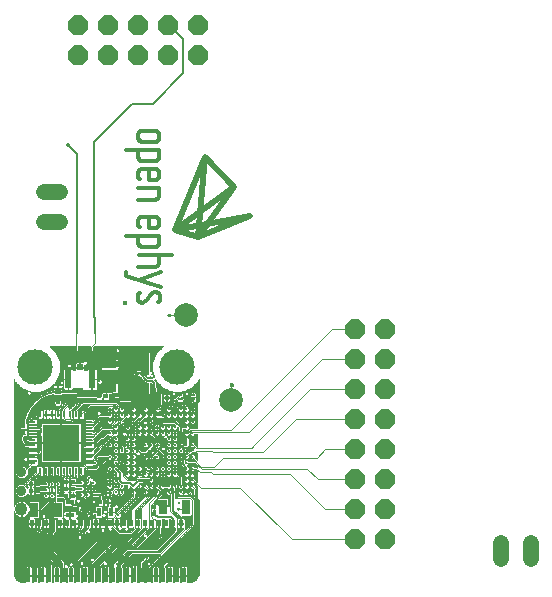
<source format=gtl>
G75*
%MOIN*%
%OFA0B0*%
%FSLAX25Y25*%
%IPPOS*%
%LPD*%
%AMOC8*
5,1,8,0,0,1.08239X$1,22.5*
%
%ADD10R,0.01575X0.01181*%
%ADD11R,0.01181X0.01575*%
%ADD12R,0.03150X0.01575*%
%ADD13R,0.01575X0.03150*%
%ADD14R,0.09843X0.05906*%
%ADD15R,0.00394X0.00394*%
%ADD16C,0.00394*%
%ADD17C,0.00200*%
%ADD18R,0.12205X0.12205*%
%ADD19R,0.00984X0.02362*%
%ADD20R,0.02362X0.00984*%
%ADD21R,0.05118X0.02756*%
%ADD22R,0.01969X0.02756*%
%ADD23R,0.02362X0.05906*%
%ADD24R,0.01969X0.02362*%
%ADD25R,0.02362X0.01378*%
%ADD26C,0.00984*%
%ADD27R,0.01378X0.00787*%
%ADD28R,0.01181X0.04921*%
%ADD29R,0.01181X0.02362*%
%ADD30OC8,0.06600*%
%ADD31C,0.03543*%
%ADD32C,0.05400*%
%ADD33C,0.07874*%
%ADD34C,0.04331*%
%ADD35C,0.02165*%
%ADD36C,0.01417*%
%ADD37R,0.02756X0.05118*%
%ADD38C,0.00594*%
%ADD39C,0.00787*%
%ADD40C,0.11811*%
%ADD41C,0.01102*%
%ADD42C,0.00354*%
%ADD43C,0.00591*%
%ADD44C,0.00236*%
%ADD45C,0.01654*%
%ADD46C,0.01181*%
%ADD47C,0.00800*%
%ADD48C,0.00394*%
%ADD49C,0.01969*%
%ADD50C,0.00300*%
D10*
X0170409Y0097378D03*
X0170409Y0099740D03*
X0213913Y0109543D03*
X0213913Y0111906D03*
X0213913Y0072772D03*
X0213913Y0070409D03*
D11*
X0198362Y0074346D03*
X0196000Y0074346D03*
X0186945Y0076512D03*
X0186945Y0078874D03*
X0186945Y0081236D03*
X0184583Y0081236D03*
X0184583Y0078874D03*
X0184583Y0076512D03*
X0175134Y0078087D03*
X0175134Y0080449D03*
X0172772Y0080449D03*
X0172772Y0078087D03*
X0195567Y0109583D03*
X0197929Y0109583D03*
X0215724Y0109150D03*
X0218087Y0109150D03*
D12*
X0185764Y0074281D03*
X0185764Y0070081D03*
D13*
X0195475Y0071079D03*
X0199675Y0071079D03*
D14*
X0207417Y0110961D03*
X0207417Y0121197D03*
D15*
G36*
X0190604Y0072181D02*
X0190882Y0072459D01*
X0191160Y0072181D01*
X0190882Y0071903D01*
X0190604Y0072181D01*
G37*
D16*
X0189189Y0070882D03*
X0189189Y0073480D03*
X0192575Y0073480D03*
X0192575Y0070882D03*
D17*
X0193269Y0070882D01*
X0193465Y0071079D01*
X0193382Y0071169D02*
X0192272Y0071169D01*
X0192073Y0070971D02*
X0193382Y0070971D01*
X0193382Y0070772D02*
X0191875Y0070772D01*
X0191768Y0070665D02*
X0192516Y0071413D01*
X0193382Y0071413D01*
X0193382Y0070390D01*
X0191768Y0070390D01*
X0191768Y0070665D01*
X0191768Y0070574D02*
X0193382Y0070574D01*
X0193382Y0071368D02*
X0192470Y0071368D01*
X0192041Y0071765D02*
X0189723Y0071765D01*
X0189921Y0071566D02*
X0191842Y0071566D01*
X0191644Y0071368D02*
X0190120Y0071368D01*
X0190318Y0071169D02*
X0191445Y0071169D01*
X0191247Y0070971D02*
X0190517Y0070971D01*
X0190715Y0070772D02*
X0191048Y0070772D01*
X0190882Y0070606D02*
X0192457Y0072181D01*
X0190882Y0073756D01*
X0189307Y0072181D01*
X0190882Y0070606D01*
X0190926Y0070092D02*
X0191079Y0070116D01*
X0191231Y0070092D01*
X0191369Y0070021D01*
X0191478Y0069912D01*
X0191548Y0069775D01*
X0191572Y0069622D01*
X0191548Y0069469D01*
X0191478Y0069332D01*
X0191369Y0069223D01*
X0191231Y0069153D01*
X0191079Y0069128D01*
X0190926Y0069153D01*
X0190789Y0069223D01*
X0190679Y0069332D01*
X0190609Y0069469D01*
X0190585Y0069622D01*
X0190609Y0069775D01*
X0190679Y0069912D01*
X0190789Y0070021D01*
X0190926Y0070092D01*
X0190745Y0069978D02*
X0191412Y0069978D01*
X0191546Y0069780D02*
X0190612Y0069780D01*
X0190591Y0069581D02*
X0191566Y0069581D01*
X0191504Y0069383D02*
X0190653Y0069383D01*
X0190864Y0069184D02*
X0191294Y0069184D01*
X0189996Y0070390D02*
X0189996Y0070665D01*
X0189248Y0071413D01*
X0188382Y0071413D01*
X0188382Y0070390D01*
X0189996Y0070390D01*
X0189996Y0070574D02*
X0188382Y0070574D01*
X0188382Y0070772D02*
X0189889Y0070772D01*
X0189691Y0070971D02*
X0188382Y0070971D01*
X0188382Y0071169D02*
X0189492Y0071169D01*
X0189293Y0071368D02*
X0188382Y0071368D01*
X0189326Y0072162D02*
X0192438Y0072162D01*
X0192278Y0072360D02*
X0189486Y0072360D01*
X0189685Y0072559D02*
X0192079Y0072559D01*
X0191881Y0072758D02*
X0189883Y0072758D01*
X0190082Y0072956D02*
X0191682Y0072956D01*
X0191484Y0073155D02*
X0190280Y0073155D01*
X0190479Y0073353D02*
X0191285Y0073353D01*
X0191087Y0073552D02*
X0190677Y0073552D01*
X0190876Y0073750D02*
X0190888Y0073750D01*
X0191768Y0073750D02*
X0193382Y0073750D01*
X0193382Y0073552D02*
X0191913Y0073552D01*
X0191768Y0073697D02*
X0192516Y0072949D01*
X0193382Y0072949D01*
X0193382Y0073972D01*
X0191768Y0073972D01*
X0191768Y0073697D01*
X0191768Y0073949D02*
X0193382Y0073949D01*
X0193382Y0073353D02*
X0192112Y0073353D01*
X0192310Y0073155D02*
X0193382Y0073155D01*
X0193382Y0072956D02*
X0192509Y0072956D01*
X0192430Y0073688D02*
X0192326Y0073688D01*
X0192230Y0073723D01*
X0192151Y0073790D01*
X0192099Y0073879D01*
X0192081Y0073980D01*
X0192099Y0074082D01*
X0192151Y0074171D01*
X0192230Y0074237D01*
X0192326Y0074273D01*
X0192430Y0074273D01*
X0192526Y0074237D01*
X0192605Y0074171D01*
X0192657Y0074082D01*
X0192675Y0073980D01*
X0192657Y0073879D01*
X0192605Y0073790D01*
X0192526Y0073723D01*
X0192430Y0073688D01*
X0192558Y0073750D02*
X0192198Y0073750D01*
X0192087Y0073949D02*
X0192669Y0073949D01*
X0192619Y0074147D02*
X0192137Y0074147D01*
X0189996Y0073972D02*
X0189996Y0073697D01*
X0189248Y0072949D01*
X0188382Y0072949D01*
X0188382Y0073972D01*
X0189996Y0073972D01*
X0189996Y0073949D02*
X0188382Y0073949D01*
X0188382Y0073750D02*
X0189996Y0073750D01*
X0189851Y0073552D02*
X0188382Y0073552D01*
X0188382Y0073353D02*
X0189652Y0073353D01*
X0189454Y0073155D02*
X0188382Y0073155D01*
X0188382Y0072956D02*
X0189255Y0072956D01*
X0189524Y0071963D02*
X0192240Y0071963D01*
X0192063Y0067331D02*
X0192063Y0065675D01*
X0190399Y0064011D01*
X0190602Y0064222D02*
X0190195Y0064222D01*
X0190171Y0064202D02*
X0190250Y0064268D01*
X0190347Y0064303D01*
X0190450Y0064303D01*
X0190547Y0064268D01*
X0190626Y0064202D01*
X0190677Y0064113D01*
X0190695Y0064011D01*
X0190677Y0063909D01*
X0190626Y0063820D01*
X0190547Y0063754D01*
X0190450Y0063719D01*
X0190347Y0063719D01*
X0190250Y0063754D01*
X0190171Y0063820D01*
X0190120Y0063909D01*
X0190102Y0064011D01*
X0190120Y0064113D01*
X0190171Y0064202D01*
X0190104Y0064023D02*
X0190693Y0064023D01*
X0190628Y0063824D02*
X0190169Y0063824D01*
X0189141Y0064707D02*
X0189062Y0064641D01*
X0188965Y0064605D01*
X0188862Y0064605D01*
X0188765Y0064641D01*
X0188686Y0064707D01*
X0188634Y0064796D01*
X0188617Y0064898D01*
X0188634Y0064999D01*
X0188686Y0065088D01*
X0188765Y0065155D01*
X0188862Y0065190D01*
X0188965Y0065190D01*
X0189062Y0065155D01*
X0189141Y0065088D01*
X0189192Y0064999D01*
X0189210Y0064898D01*
X0189192Y0064796D01*
X0189141Y0064707D01*
X0189196Y0064817D02*
X0188631Y0064817D01*
X0188644Y0065016D02*
X0189183Y0065016D01*
X0188913Y0064898D02*
X0189701Y0065685D01*
X0189701Y0067331D01*
X0192063Y0067331D02*
X0192063Y0067063D01*
X0189001Y0064619D02*
X0188825Y0064619D01*
X0185273Y0065094D02*
X0185255Y0064993D01*
X0185204Y0064904D01*
X0185125Y0064837D01*
X0185028Y0064802D01*
X0184925Y0064802D01*
X0184828Y0064837D01*
X0184749Y0064904D01*
X0184697Y0064993D01*
X0184680Y0065094D01*
X0184697Y0065196D01*
X0184749Y0065285D01*
X0184828Y0065352D01*
X0184925Y0065387D01*
X0185028Y0065387D01*
X0185125Y0065352D01*
X0185204Y0065285D01*
X0185255Y0065196D01*
X0185273Y0065094D01*
X0185259Y0065016D02*
X0184693Y0065016D01*
X0184708Y0065214D02*
X0185245Y0065214D01*
X0184976Y0065094D02*
X0184976Y0067331D01*
X0184884Y0064817D02*
X0185069Y0064817D01*
X0180022Y0064135D02*
X0180054Y0063913D01*
X0180022Y0063692D01*
X0179929Y0063489D01*
X0179782Y0063320D01*
X0179594Y0063199D01*
X0179380Y0063136D01*
X0179156Y0063136D01*
X0178941Y0063199D01*
X0178753Y0063320D01*
X0178607Y0063489D01*
X0178514Y0063692D01*
X0178482Y0063913D01*
X0178514Y0064135D01*
X0178607Y0064338D01*
X0178753Y0064507D01*
X0178941Y0064628D01*
X0179156Y0064691D01*
X0179380Y0064691D01*
X0179594Y0064628D01*
X0179782Y0064507D01*
X0179929Y0064338D01*
X0180022Y0064135D01*
X0179982Y0064222D02*
X0178553Y0064222D01*
X0178498Y0064023D02*
X0180038Y0064023D01*
X0180041Y0063824D02*
X0178495Y0063824D01*
X0178544Y0063626D02*
X0179992Y0063626D01*
X0179876Y0063427D02*
X0178660Y0063427D01*
X0178894Y0063229D02*
X0179641Y0063229D01*
X0179858Y0064420D02*
X0178678Y0064420D01*
X0178926Y0064619D02*
X0179609Y0064619D01*
X0176021Y0065094D02*
X0175997Y0064942D01*
X0175927Y0064804D01*
X0175818Y0064695D01*
X0175680Y0064625D01*
X0175528Y0064601D01*
X0175375Y0064625D01*
X0175237Y0064695D01*
X0175128Y0064804D01*
X0175058Y0064942D01*
X0175034Y0065094D01*
X0175058Y0065247D01*
X0175128Y0065385D01*
X0175237Y0065494D01*
X0175375Y0065564D01*
X0175528Y0065588D01*
X0175680Y0065564D01*
X0175818Y0065494D01*
X0175927Y0065385D01*
X0175997Y0065247D01*
X0176021Y0065094D01*
X0176009Y0065016D02*
X0175046Y0065016D01*
X0175053Y0065214D02*
X0176002Y0065214D01*
X0175899Y0065413D02*
X0175156Y0065413D01*
X0175122Y0064817D02*
X0175933Y0064817D01*
X0175640Y0064619D02*
X0175415Y0064619D01*
X0176118Y0071787D02*
X0173953Y0071787D01*
X0176118Y0071787D02*
X0178874Y0074543D01*
X0178874Y0079465D01*
X0179858Y0080449D01*
X0181035Y0079657D02*
X0181035Y0072973D01*
X0181827Y0071787D01*
X0184292Y0075522D02*
X0184183Y0075631D01*
X0184113Y0075769D01*
X0184089Y0075921D01*
X0184113Y0076074D01*
X0184183Y0076211D01*
X0184292Y0076321D01*
X0184430Y0076391D01*
X0184583Y0076415D01*
X0184735Y0076391D01*
X0184873Y0076321D01*
X0184982Y0076211D01*
X0185052Y0076074D01*
X0185076Y0075921D01*
X0185052Y0075769D01*
X0184982Y0075631D01*
X0184873Y0075522D01*
X0184735Y0075452D01*
X0184583Y0075428D01*
X0184430Y0075452D01*
X0184292Y0075522D01*
X0184183Y0075631D01*
X0184113Y0075769D01*
X0184089Y0075921D01*
X0184113Y0076074D01*
X0184183Y0076211D01*
X0184292Y0076321D01*
X0184430Y0076391D01*
X0184583Y0076415D01*
X0184735Y0076391D01*
X0184873Y0076321D01*
X0184982Y0076211D01*
X0185052Y0076074D01*
X0185076Y0075921D01*
X0185052Y0075769D01*
X0184982Y0075631D01*
X0184873Y0075522D01*
X0184735Y0075452D01*
X0184583Y0075428D01*
X0184430Y0075452D01*
X0184292Y0075522D01*
X0184278Y0075537D02*
X0184888Y0075537D01*
X0184278Y0075537D01*
X0184130Y0075735D02*
X0185035Y0075735D01*
X0184130Y0075735D01*
X0184091Y0075934D02*
X0185074Y0075934D01*
X0184091Y0075934D01*
X0184143Y0076132D02*
X0185022Y0076132D01*
X0184143Y0076132D01*
X0184312Y0076331D02*
X0184853Y0076331D01*
X0184312Y0076331D01*
X0181035Y0079657D02*
X0181827Y0080449D01*
X0182169Y0082519D02*
X0182072Y0082554D01*
X0181993Y0082620D01*
X0181942Y0082709D01*
X0181924Y0082811D01*
X0181942Y0082913D01*
X0181993Y0083002D01*
X0182072Y0083068D01*
X0182169Y0083103D01*
X0182272Y0083103D01*
X0182369Y0083068D01*
X0182448Y0083002D01*
X0182499Y0082913D01*
X0182517Y0082811D01*
X0182499Y0082709D01*
X0182448Y0082620D01*
X0182369Y0082554D01*
X0182272Y0082519D01*
X0182169Y0082519D01*
X0181957Y0082683D02*
X0182484Y0082683D01*
X0182505Y0082882D02*
X0181936Y0082882D01*
X0182105Y0083080D02*
X0182336Y0083080D01*
X0182220Y0082811D02*
X0181866Y0083165D01*
X0181866Y0084780D01*
X0181972Y0086456D02*
X0181875Y0086491D01*
X0181796Y0086557D01*
X0181745Y0086647D01*
X0181727Y0086748D01*
X0181745Y0086850D01*
X0181796Y0086939D01*
X0181875Y0087005D01*
X0181972Y0087040D01*
X0182075Y0087040D01*
X0182172Y0087005D01*
X0182251Y0086939D01*
X0182303Y0086850D01*
X0182320Y0086748D01*
X0182303Y0086647D01*
X0182251Y0086557D01*
X0182172Y0086491D01*
X0182075Y0086456D01*
X0181972Y0086456D01*
X0182024Y0086748D02*
X0190291Y0086748D01*
X0191815Y0085224D01*
X0194490Y0085224D01*
X0197602Y0088337D01*
X0202482Y0088337D01*
X0203579Y0087240D01*
X0203579Y0083106D01*
X0205016Y0081669D01*
X0207654Y0081669D01*
X0208205Y0082220D01*
X0212339Y0082220D01*
X0212929Y0081630D01*
X0212929Y0079661D02*
X0213520Y0079071D01*
X0213520Y0076315D01*
X0209716Y0072511D01*
X0209716Y0065710D01*
X0205129Y0061123D01*
X0194814Y0061123D01*
X0188520Y0054828D01*
X0188520Y0050008D01*
X0193244Y0050008D02*
X0193244Y0053795D01*
X0195500Y0056051D01*
X0195500Y0056131D01*
X0195908Y0056539D01*
X0195988Y0056539D01*
X0198168Y0058719D01*
X0198168Y0058795D01*
X0198168Y0058719D02*
X0199583Y0060134D01*
X0206591Y0060134D01*
X0212186Y0065729D01*
X0212186Y0073997D01*
X0214504Y0076315D01*
X0214504Y0077299D01*
X0214898Y0077693D01*
X0216279Y0078280D02*
X0216279Y0076939D01*
X0212826Y0073486D01*
X0212826Y0069695D01*
X0213635Y0068885D01*
X0213964Y0068885D01*
X0214555Y0068295D01*
X0214555Y0065539D01*
X0208165Y0059150D01*
X0201472Y0059150D01*
X0195606Y0053283D01*
X0195606Y0050008D01*
X0200331Y0050008D02*
X0200331Y0053598D01*
X0204937Y0058205D01*
X0214898Y0058205D01*
X0221591Y0064898D01*
X0221591Y0069031D01*
X0219335Y0071287D01*
X0219335Y0077193D01*
X0218835Y0077693D01*
X0220409Y0077693D02*
X0220409Y0071889D01*
X0222086Y0070213D01*
X0222378Y0070213D01*
X0224150Y0068441D01*
X0224150Y0065488D01*
X0215902Y0057240D01*
X0206571Y0057240D01*
X0202693Y0053362D01*
X0202693Y0050008D01*
X0207417Y0050008D02*
X0207417Y0053087D01*
X0207221Y0053303D02*
X0207614Y0053303D01*
X0207645Y0053277D02*
X0207696Y0053188D01*
X0207714Y0053087D01*
X0207696Y0052985D01*
X0207645Y0052896D01*
X0207566Y0052830D01*
X0207469Y0052794D01*
X0207366Y0052794D01*
X0207269Y0052830D01*
X0207190Y0052896D01*
X0207138Y0052985D01*
X0207120Y0053087D01*
X0207138Y0053188D01*
X0207190Y0053277D01*
X0207269Y0053344D01*
X0207366Y0053379D01*
X0207469Y0053379D01*
X0207566Y0053344D01*
X0207645Y0053277D01*
X0207711Y0053105D02*
X0207124Y0053105D01*
X0207184Y0052906D02*
X0207651Y0052906D01*
X0209780Y0054228D02*
X0209780Y0050008D01*
X0212142Y0050008D02*
X0212142Y0052299D01*
X0226736Y0066894D01*
X0226736Y0075137D01*
X0225976Y0075897D01*
X0224100Y0075897D01*
X0224097Y0075894D01*
X0221296Y0075894D01*
X0221197Y0075993D01*
X0220940Y0076132D02*
X0221454Y0076132D01*
X0221476Y0076094D02*
X0221494Y0075993D01*
X0221476Y0075891D01*
X0221424Y0075802D01*
X0221345Y0075736D01*
X0221248Y0075701D01*
X0221145Y0075701D01*
X0221048Y0075736D01*
X0220969Y0075802D01*
X0220918Y0075891D01*
X0220900Y0075993D01*
X0220918Y0076094D01*
X0220969Y0076184D01*
X0221048Y0076250D01*
X0221145Y0076285D01*
X0221248Y0076285D01*
X0221345Y0076250D01*
X0221424Y0076184D01*
X0221476Y0076094D01*
X0221483Y0075934D02*
X0220910Y0075934D01*
X0221050Y0075735D02*
X0221343Y0075735D01*
X0220409Y0077693D02*
X0220803Y0078087D01*
X0220803Y0079661D01*
X0222475Y0079799D02*
X0222493Y0079901D01*
X0222544Y0079990D01*
X0222623Y0080056D01*
X0222720Y0080092D01*
X0222823Y0080092D01*
X0222920Y0080056D01*
X0222999Y0079990D01*
X0223051Y0079901D01*
X0223069Y0079799D01*
X0223051Y0079698D01*
X0222999Y0079608D01*
X0222920Y0079542D01*
X0222823Y0079507D01*
X0222720Y0079507D01*
X0222823Y0079507D01*
X0222720Y0079507D02*
X0222623Y0079542D01*
X0222544Y0079608D01*
X0222493Y0079698D01*
X0222475Y0079799D01*
X0222491Y0079705D02*
X0223052Y0079705D01*
X0223049Y0079904D02*
X0222495Y0079904D01*
X0222772Y0077693D02*
X0222772Y0077627D01*
X0223808Y0076591D01*
X0223550Y0076728D02*
X0224066Y0076728D01*
X0224087Y0076692D02*
X0224105Y0076591D01*
X0224087Y0076489D01*
X0224035Y0076400D01*
X0223956Y0076333D01*
X0223859Y0076298D01*
X0223756Y0076298D01*
X0223659Y0076333D01*
X0223580Y0076400D01*
X0223529Y0076489D01*
X0223511Y0076591D01*
X0223529Y0076692D01*
X0223580Y0076781D01*
X0223659Y0076848D01*
X0223756Y0076883D01*
X0223859Y0076883D01*
X0223956Y0076848D01*
X0224035Y0076781D01*
X0224087Y0076692D01*
X0224094Y0076529D02*
X0223522Y0076529D01*
X0223667Y0076331D02*
X0223949Y0076331D01*
X0224906Y0077502D02*
X0224855Y0077591D01*
X0224837Y0077693D01*
X0224855Y0077794D01*
X0224906Y0077884D01*
X0224985Y0077950D01*
X0225082Y0077985D01*
X0225185Y0077985D01*
X0225282Y0077950D01*
X0225361Y0077884D01*
X0225413Y0077794D01*
X0225431Y0077693D01*
X0225413Y0077591D01*
X0225361Y0077502D01*
X0225282Y0077436D01*
X0225185Y0077401D01*
X0225082Y0077401D01*
X0224985Y0077436D01*
X0224906Y0077502D01*
X0224895Y0077522D02*
X0225373Y0077522D01*
X0225426Y0077720D02*
X0224842Y0077720D01*
X0224740Y0077693D02*
X0225134Y0077693D01*
X0224948Y0077919D02*
X0225319Y0077919D01*
X0226709Y0079661D02*
X0227501Y0078869D01*
X0227501Y0077365D01*
X0227496Y0077360D01*
X0227496Y0076512D01*
X0227299Y0076728D02*
X0227694Y0076728D01*
X0227723Y0076703D02*
X0227775Y0076613D01*
X0227793Y0076512D01*
X0227775Y0076410D01*
X0227723Y0076321D01*
X0227644Y0076255D01*
X0227548Y0076219D01*
X0227445Y0076219D01*
X0227348Y0076255D01*
X0227269Y0076321D01*
X0227217Y0076410D01*
X0227199Y0076512D01*
X0227217Y0076613D01*
X0227269Y0076703D01*
X0227348Y0076769D01*
X0227445Y0076804D01*
X0227548Y0076804D01*
X0227644Y0076769D01*
X0227723Y0076703D01*
X0227790Y0076529D02*
X0227202Y0076529D01*
X0227263Y0076331D02*
X0227729Y0076331D01*
X0229582Y0079061D02*
X0231819Y0079061D01*
X0229582Y0079061D02*
X0227013Y0081630D01*
X0226709Y0081630D01*
X0229159Y0084416D02*
X0232841Y0084416D01*
X0233560Y0083697D01*
X0233717Y0083697D01*
X0233825Y0086148D02*
X0229582Y0086148D01*
X0228077Y0087653D01*
X0228077Y0088135D01*
X0226709Y0089504D01*
X0226445Y0091209D02*
X0227824Y0091209D01*
X0227900Y0091285D01*
X0233215Y0091285D01*
X0233520Y0090980D01*
X0233087Y0092447D02*
X0228048Y0092447D01*
X0227054Y0093441D01*
X0226445Y0091209D02*
X0224740Y0089504D01*
X0223596Y0088908D02*
X0223620Y0088756D01*
X0223596Y0088603D01*
X0223525Y0088466D01*
X0223416Y0088356D01*
X0223279Y0088286D01*
X0223126Y0088262D01*
X0222973Y0088286D01*
X0222836Y0088356D01*
X0222727Y0088466D01*
X0222656Y0088603D01*
X0222632Y0088756D01*
X0222656Y0088908D01*
X0222727Y0089046D01*
X0222836Y0089155D01*
X0222973Y0089225D01*
X0223126Y0089250D01*
X0223279Y0089225D01*
X0223416Y0089155D01*
X0223525Y0089046D01*
X0223596Y0088908D01*
X0223607Y0088837D02*
X0222645Y0088837D01*
X0222651Y0088638D02*
X0223601Y0088638D01*
X0223500Y0088440D02*
X0222752Y0088440D01*
X0222721Y0089035D02*
X0223531Y0089035D01*
X0223225Y0089234D02*
X0223027Y0089234D01*
X0224740Y0087535D02*
X0227629Y0087535D01*
X0229767Y0085397D01*
X0235724Y0085397D01*
X0234504Y0086827D02*
X0233825Y0086148D01*
X0229159Y0084416D02*
X0228008Y0085567D01*
X0226709Y0085567D01*
X0222917Y0083676D02*
X0222061Y0083676D01*
X0222090Y0083731D02*
X0222199Y0083840D01*
X0222336Y0083910D01*
X0222489Y0083935D01*
X0222642Y0083910D01*
X0222779Y0083840D01*
X0222888Y0083731D01*
X0222959Y0083594D01*
X0222983Y0083441D01*
X0222959Y0083288D01*
X0222888Y0083151D01*
X0222779Y0083042D01*
X0222642Y0082971D01*
X0222489Y0082947D01*
X0222336Y0082971D01*
X0222199Y0083042D01*
X0222090Y0083151D01*
X0222019Y0083288D01*
X0221995Y0083441D01*
X0222019Y0083594D01*
X0222090Y0083731D01*
X0222265Y0083874D02*
X0222713Y0083874D01*
X0222977Y0083477D02*
X0222001Y0083477D01*
X0222024Y0083279D02*
X0222954Y0083279D01*
X0222818Y0083080D02*
X0222160Y0083080D01*
X0218835Y0083598D02*
X0218835Y0083795D01*
X0218559Y0084071D01*
X0218343Y0084271D02*
X0218775Y0084271D01*
X0218786Y0084262D02*
X0218838Y0084172D01*
X0218856Y0084071D01*
X0218838Y0083969D01*
X0218786Y0083880D01*
X0218707Y0083814D01*
X0218611Y0083779D01*
X0218508Y0083779D01*
X0218411Y0083814D01*
X0218332Y0083880D01*
X0218280Y0083969D01*
X0218262Y0084071D01*
X0218280Y0084172D01*
X0218332Y0084262D01*
X0218411Y0084328D01*
X0218508Y0084363D01*
X0218611Y0084363D01*
X0218707Y0084328D01*
X0218786Y0084262D01*
X0218856Y0084073D02*
X0218263Y0084073D01*
X0218339Y0083874D02*
X0218779Y0083874D01*
X0217041Y0081021D02*
X0217120Y0080955D01*
X0217172Y0080865D01*
X0217190Y0080764D01*
X0217172Y0080662D01*
X0217120Y0080573D01*
X0217041Y0080507D01*
X0216944Y0080471D01*
X0216841Y0080471D01*
X0216744Y0080507D01*
X0216666Y0080573D01*
X0216614Y0080662D01*
X0216596Y0080764D01*
X0216614Y0080865D01*
X0216666Y0080955D01*
X0216744Y0081021D01*
X0216841Y0081056D01*
X0216944Y0081056D01*
X0217041Y0081021D01*
X0217154Y0080896D02*
X0216632Y0080896D01*
X0216608Y0080698D02*
X0217178Y0080698D01*
X0217021Y0080499D02*
X0216764Y0080499D01*
X0214898Y0079661D02*
X0216279Y0078280D01*
X0212535Y0078087D02*
X0212535Y0076709D01*
X0207481Y0071654D01*
X0207481Y0065587D01*
X0206219Y0064325D01*
X0202156Y0064325D01*
X0199150Y0067331D01*
X0197969Y0069031D02*
X0200414Y0069031D01*
X0201042Y0069659D01*
X0201042Y0070219D01*
X0207024Y0076201D01*
X0207024Y0077693D01*
X0204907Y0078911D02*
X0204416Y0078911D01*
X0204434Y0078880D02*
X0204382Y0078969D01*
X0204365Y0079071D01*
X0204382Y0079172D01*
X0204434Y0079262D01*
X0204513Y0079328D01*
X0204610Y0079363D01*
X0204713Y0079363D01*
X0204810Y0079328D01*
X0204889Y0079262D01*
X0204940Y0079172D01*
X0204958Y0079071D01*
X0204940Y0078969D01*
X0204889Y0078880D01*
X0204810Y0078814D01*
X0204713Y0078779D01*
X0204610Y0078779D01*
X0204513Y0078814D01*
X0204434Y0078880D01*
X0204371Y0079110D02*
X0204951Y0079110D01*
X0204833Y0079308D02*
X0204490Y0079308D01*
X0204661Y0079071D02*
X0205055Y0079465D01*
X0205055Y0079661D01*
X0203087Y0079661D02*
X0202220Y0078795D01*
X0200843Y0078795D01*
X0200103Y0078056D01*
X0200103Y0077527D01*
X0199110Y0076533D01*
X0199110Y0076512D01*
X0198913Y0076728D02*
X0199308Y0076728D01*
X0199338Y0076703D02*
X0199389Y0076613D01*
X0199407Y0076512D01*
X0199389Y0076410D01*
X0199338Y0076321D01*
X0199259Y0076255D01*
X0199162Y0076219D01*
X0199059Y0076219D01*
X0198962Y0076255D01*
X0198883Y0076321D01*
X0198831Y0076410D01*
X0198813Y0076512D01*
X0198831Y0076613D01*
X0198883Y0076703D01*
X0198962Y0076769D01*
X0199059Y0076804D01*
X0199162Y0076804D01*
X0199259Y0076769D01*
X0199338Y0076703D01*
X0199404Y0076529D02*
X0198816Y0076529D01*
X0198877Y0076331D02*
X0199343Y0076331D01*
X0198011Y0076642D02*
X0197960Y0076552D01*
X0197881Y0076486D01*
X0197784Y0076451D01*
X0197681Y0076451D01*
X0197584Y0076486D01*
X0197505Y0076552D01*
X0197453Y0076642D01*
X0197435Y0076743D01*
X0197453Y0076845D01*
X0197505Y0076934D01*
X0197584Y0077000D01*
X0197681Y0077036D01*
X0197784Y0077036D01*
X0197881Y0077000D01*
X0197960Y0076934D01*
X0198011Y0076845D01*
X0198029Y0076743D01*
X0198011Y0076642D01*
X0198026Y0076728D02*
X0197438Y0076728D01*
X0197500Y0076926D02*
X0197964Y0076926D01*
X0197969Y0076979D02*
X0197732Y0076743D01*
X0197533Y0076529D02*
X0197932Y0076529D01*
X0197969Y0076979D02*
X0197969Y0084386D01*
X0199150Y0085567D01*
X0201430Y0085078D02*
X0201481Y0085167D01*
X0201560Y0085233D01*
X0201657Y0085269D01*
X0201760Y0085269D01*
X0201857Y0085233D01*
X0201936Y0085167D01*
X0201988Y0085078D01*
X0202006Y0084976D01*
X0201988Y0084875D01*
X0201936Y0084786D01*
X0201857Y0084719D01*
X0201760Y0084684D01*
X0201657Y0084684D01*
X0201560Y0084719D01*
X0201481Y0084786D01*
X0201430Y0084875D01*
X0201412Y0084976D01*
X0201430Y0085078D01*
X0201481Y0085167D01*
X0201560Y0085233D01*
X0201657Y0085269D01*
X0201760Y0085269D01*
X0201857Y0085233D01*
X0201936Y0085167D01*
X0201988Y0085078D01*
X0202006Y0084976D01*
X0201988Y0084875D01*
X0201936Y0084786D01*
X0201857Y0084719D01*
X0201760Y0084684D01*
X0201657Y0084684D01*
X0201560Y0084719D01*
X0201481Y0084786D01*
X0201430Y0084875D01*
X0201412Y0084976D01*
X0201430Y0085078D01*
X0201427Y0085065D02*
X0201990Y0085065D01*
X0201427Y0085065D01*
X0201434Y0084867D02*
X0201983Y0084867D01*
X0201434Y0084867D01*
X0201643Y0085264D02*
X0201774Y0085264D01*
X0201643Y0085264D01*
X0201657Y0086743D02*
X0201560Y0086778D01*
X0201481Y0086845D01*
X0201430Y0086934D01*
X0201412Y0087035D01*
X0201430Y0087137D01*
X0201481Y0087226D01*
X0201560Y0087293D01*
X0201657Y0087328D01*
X0201760Y0087328D01*
X0201857Y0087293D01*
X0201936Y0087226D01*
X0201988Y0087137D01*
X0202006Y0087035D01*
X0201988Y0086934D01*
X0201936Y0086845D01*
X0201857Y0086778D01*
X0201760Y0086743D01*
X0201657Y0086743D01*
X0201477Y0086852D02*
X0201940Y0086852D01*
X0202003Y0087050D02*
X0201414Y0087050D01*
X0201508Y0087249D02*
X0201909Y0087249D01*
X0201709Y0087035D02*
X0201209Y0087535D01*
X0201118Y0087535D01*
X0200776Y0089212D02*
X0200673Y0089212D01*
X0200576Y0089247D01*
X0200497Y0089313D01*
X0200445Y0089402D01*
X0200428Y0089504D01*
X0200445Y0089605D01*
X0200497Y0089695D01*
X0200576Y0089761D01*
X0200673Y0089796D01*
X0200776Y0089796D01*
X0200873Y0089761D01*
X0200952Y0089695D01*
X0201003Y0089605D01*
X0201021Y0089504D01*
X0201003Y0089402D01*
X0200952Y0089313D01*
X0200873Y0089247D01*
X0200776Y0089212D01*
X0200837Y0089234D02*
X0200611Y0089234D01*
X0200440Y0089432D02*
X0201009Y0089432D01*
X0201118Y0089504D02*
X0200724Y0089504D01*
X0200460Y0089631D02*
X0200989Y0089631D01*
X0199150Y0089504D02*
X0195214Y0089504D01*
X0194419Y0088709D01*
X0194303Y0088440D02*
X0194534Y0088440D01*
X0194567Y0088452D02*
X0194470Y0088417D01*
X0194367Y0088417D01*
X0194270Y0088452D01*
X0194191Y0088518D01*
X0194140Y0088607D01*
X0194122Y0088709D01*
X0194140Y0088811D01*
X0194191Y0088900D01*
X0194270Y0088966D01*
X0194367Y0089001D01*
X0194470Y0089001D01*
X0194567Y0088966D01*
X0194646Y0088900D01*
X0194698Y0088811D01*
X0194716Y0088709D01*
X0194698Y0088607D01*
X0194646Y0088518D01*
X0194567Y0088452D01*
X0194703Y0088638D02*
X0194134Y0088638D01*
X0194155Y0088837D02*
X0194683Y0088837D01*
X0194215Y0087797D02*
X0194293Y0087731D01*
X0194345Y0087642D01*
X0194363Y0087540D01*
X0194345Y0087439D01*
X0194293Y0087349D01*
X0194215Y0087283D01*
X0194118Y0087248D01*
X0194015Y0087248D01*
X0193918Y0087283D01*
X0193839Y0087349D01*
X0193787Y0087439D01*
X0193769Y0087540D01*
X0193787Y0087642D01*
X0193839Y0087731D01*
X0193918Y0087797D01*
X0194015Y0087833D01*
X0194118Y0087833D01*
X0194215Y0087797D01*
X0194343Y0087646D02*
X0193789Y0087646D01*
X0193786Y0087447D02*
X0194347Y0087447D01*
X0194120Y0087249D02*
X0194012Y0087249D01*
X0192903Y0089307D02*
X0195685Y0092089D01*
X0195685Y0092537D01*
X0200526Y0097378D01*
X0201118Y0097378D01*
X0200676Y0096454D02*
X0200755Y0096388D01*
X0200807Y0096298D01*
X0200824Y0096197D01*
X0200807Y0096095D01*
X0200755Y0096006D01*
X0200676Y0095940D01*
X0200579Y0095905D01*
X0200476Y0095905D01*
X0200379Y0095940D01*
X0200300Y0096006D01*
X0200249Y0096095D01*
X0200231Y0096197D01*
X0200249Y0096298D01*
X0200300Y0096388D01*
X0200379Y0096454D01*
X0200476Y0096489D01*
X0200579Y0096489D01*
X0200676Y0096454D01*
X0200759Y0096380D02*
X0200296Y0096380D01*
X0200233Y0096182D02*
X0200822Y0096182D01*
X0200728Y0095983D02*
X0200327Y0095983D01*
X0199150Y0097378D02*
X0198362Y0097378D01*
X0196965Y0095980D01*
X0196333Y0095980D01*
X0194622Y0094269D01*
X0194622Y0092997D01*
X0192901Y0091276D01*
X0192299Y0091276D01*
X0192299Y0089307D02*
X0192903Y0089307D01*
X0190830Y0093042D02*
X0190693Y0092971D01*
X0190540Y0092947D01*
X0190388Y0092971D01*
X0190250Y0093042D01*
X0190141Y0093151D01*
X0190071Y0093288D01*
X0190046Y0093441D01*
X0190071Y0093594D01*
X0190141Y0093731D01*
X0190250Y0093840D01*
X0190388Y0093910D01*
X0190540Y0093935D01*
X0190693Y0093910D01*
X0190830Y0093840D01*
X0190940Y0093731D01*
X0191010Y0093594D01*
X0191034Y0093441D01*
X0191010Y0093288D01*
X0190940Y0093151D01*
X0190830Y0093042D01*
X0190760Y0093006D02*
X0190320Y0093006D01*
X0190114Y0093204D02*
X0190967Y0093204D01*
X0191028Y0093403D02*
X0190053Y0093403D01*
X0190075Y0093601D02*
X0191006Y0093601D01*
X0190871Y0093800D02*
X0190209Y0093800D01*
X0192299Y0095213D02*
X0193125Y0095213D01*
X0196471Y0098559D01*
X0199937Y0098559D01*
X0200724Y0099346D01*
X0201118Y0099346D01*
X0199543Y0099740D02*
X0196394Y0099740D01*
X0193835Y0097181D01*
X0192299Y0097181D01*
X0192299Y0099150D02*
X0193015Y0099150D01*
X0195590Y0101725D01*
X0198953Y0101725D01*
X0198953Y0101512D01*
X0199150Y0101315D01*
X0199543Y0099740D02*
X0201118Y0101315D01*
X0202020Y0101023D02*
X0202072Y0101112D01*
X0202151Y0101178D01*
X0202248Y0101214D01*
X0202351Y0101214D01*
X0202448Y0101178D01*
X0202527Y0101112D01*
X0202578Y0101023D01*
X0202596Y0100921D01*
X0202578Y0100820D01*
X0202527Y0100730D01*
X0202448Y0100664D01*
X0202351Y0100629D01*
X0202248Y0100629D01*
X0202151Y0100664D01*
X0202072Y0100730D01*
X0202020Y0100820D01*
X0202002Y0100921D01*
X0202020Y0101023D01*
X0202007Y0100946D02*
X0202592Y0100946D01*
X0202537Y0100748D02*
X0202062Y0100748D01*
X0202299Y0100921D02*
X0204661Y0103283D01*
X0205055Y0103283D01*
X0206481Y0101178D02*
X0206578Y0101214D01*
X0206681Y0101214D01*
X0206778Y0101178D01*
X0206857Y0101112D01*
X0206909Y0101023D01*
X0206927Y0100921D01*
X0206909Y0100820D01*
X0206857Y0100730D01*
X0206778Y0100664D01*
X0206681Y0100629D01*
X0206578Y0100629D01*
X0206481Y0100664D01*
X0206403Y0100730D01*
X0206351Y0100820D01*
X0206333Y0100921D01*
X0206351Y0101023D01*
X0206403Y0101112D01*
X0206481Y0101178D01*
X0206441Y0101145D02*
X0206819Y0101145D01*
X0206922Y0100946D02*
X0206337Y0100946D01*
X0206393Y0100748D02*
X0206867Y0100748D01*
X0206630Y0100921D02*
X0208992Y0103283D01*
X0210961Y0103283D02*
X0208598Y0100921D01*
X0208410Y0101145D02*
X0208787Y0101145D01*
X0208826Y0101112D02*
X0208877Y0101023D01*
X0208895Y0100921D01*
X0208877Y0100820D01*
X0208826Y0100730D01*
X0208747Y0100664D01*
X0208650Y0100629D01*
X0208547Y0100629D01*
X0208450Y0100664D01*
X0208371Y0100730D01*
X0208319Y0100820D01*
X0208302Y0100921D01*
X0208319Y0101023D01*
X0208371Y0101112D01*
X0208450Y0101178D01*
X0208547Y0101214D01*
X0208650Y0101214D01*
X0208747Y0101178D01*
X0208826Y0101112D01*
X0208891Y0100946D02*
X0208306Y0100946D01*
X0208361Y0100748D02*
X0208836Y0100748D01*
X0207251Y0099537D02*
X0207303Y0099448D01*
X0207320Y0099346D01*
X0207303Y0099245D01*
X0207251Y0099156D01*
X0207172Y0099089D01*
X0207075Y0099054D01*
X0206972Y0099054D01*
X0206875Y0099089D01*
X0206796Y0099156D01*
X0206745Y0099245D01*
X0206727Y0099346D01*
X0206745Y0099448D01*
X0206796Y0099537D01*
X0206875Y0099604D01*
X0206972Y0099639D01*
X0207075Y0099639D01*
X0207172Y0099604D01*
X0207251Y0099537D01*
X0207228Y0099557D02*
X0206819Y0099557D01*
X0206729Y0099358D02*
X0207318Y0099358D01*
X0207253Y0099160D02*
X0206794Y0099160D01*
X0205352Y0099346D02*
X0205334Y0099245D01*
X0205283Y0099156D01*
X0205204Y0099089D01*
X0205107Y0099054D01*
X0205004Y0099054D01*
X0204907Y0099089D01*
X0204828Y0099156D01*
X0204776Y0099245D01*
X0204758Y0099346D01*
X0204776Y0099448D01*
X0204828Y0099537D01*
X0204907Y0099604D01*
X0205004Y0099639D01*
X0205107Y0099639D01*
X0205204Y0099604D01*
X0205283Y0099537D01*
X0205334Y0099448D01*
X0205352Y0099346D01*
X0205350Y0099358D02*
X0204760Y0099358D01*
X0204825Y0099160D02*
X0205285Y0099160D01*
X0205260Y0099557D02*
X0204851Y0099557D01*
X0203708Y0100369D02*
X0203629Y0100303D01*
X0203532Y0100268D01*
X0203429Y0100268D01*
X0203332Y0100303D01*
X0203253Y0100369D01*
X0203201Y0100459D01*
X0203183Y0100560D01*
X0203201Y0100662D01*
X0203253Y0100751D01*
X0203332Y0100817D01*
X0203429Y0100852D01*
X0203532Y0100852D01*
X0203629Y0100817D01*
X0203708Y0100751D01*
X0203759Y0100662D01*
X0203777Y0100560D01*
X0203759Y0100459D01*
X0203708Y0100369D01*
X0203685Y0100351D02*
X0203275Y0100351D01*
X0203177Y0100257D02*
X0203177Y0093350D01*
X0205055Y0091472D01*
X0203366Y0091961D02*
X0203314Y0091872D01*
X0203235Y0091806D01*
X0203138Y0091771D01*
X0203035Y0091771D01*
X0202938Y0091806D01*
X0202859Y0091872D01*
X0202808Y0091961D01*
X0202790Y0092063D01*
X0202808Y0092165D01*
X0202859Y0092254D01*
X0202938Y0092320D01*
X0203035Y0092355D01*
X0203138Y0092355D01*
X0203235Y0092320D01*
X0203314Y0092254D01*
X0203366Y0092165D01*
X0203383Y0092063D01*
X0203366Y0091961D01*
X0203375Y0092013D02*
X0202799Y0092013D01*
X0202835Y0092212D02*
X0203338Y0092212D01*
X0203087Y0092063D02*
X0203087Y0091472D01*
X0203245Y0091815D02*
X0202928Y0091815D01*
X0207024Y0091472D02*
X0207024Y0090882D01*
X0207320Y0090586D01*
X0207352Y0090296D02*
X0207261Y0090296D01*
X0207171Y0090329D01*
X0207092Y0090395D01*
X0207041Y0090484D01*
X0207023Y0090586D01*
X0207041Y0090688D01*
X0207092Y0090777D01*
X0207171Y0090843D01*
X0207268Y0090878D01*
X0207371Y0090878D01*
X0207468Y0090843D01*
X0207547Y0090777D01*
X0207598Y0090688D01*
X0207616Y0090586D01*
X0207598Y0090484D01*
X0207547Y0090395D01*
X0207468Y0090329D01*
X0207371Y0090294D01*
X0207354Y0090294D01*
X0207352Y0090296D01*
X0207564Y0090425D02*
X0207075Y0090425D01*
X0207029Y0090624D02*
X0207610Y0090624D01*
X0207493Y0090822D02*
X0207146Y0090822D01*
X0208765Y0092069D02*
X0208713Y0092158D01*
X0208695Y0092260D01*
X0208713Y0092361D01*
X0208765Y0092451D01*
X0208844Y0092517D01*
X0208941Y0092552D01*
X0209044Y0092552D01*
X0209141Y0092517D01*
X0209220Y0092451D01*
X0209271Y0092361D01*
X0209289Y0092260D01*
X0209271Y0092158D01*
X0209220Y0092069D01*
X0209141Y0092003D01*
X0209044Y0091968D01*
X0208941Y0091968D01*
X0208844Y0092003D01*
X0208765Y0092069D01*
X0208831Y0092013D02*
X0209153Y0092013D01*
X0209280Y0092212D02*
X0208704Y0092212D01*
X0208741Y0092410D02*
X0209243Y0092410D01*
X0212702Y0089695D02*
X0212781Y0089761D01*
X0212878Y0089796D01*
X0212981Y0089796D01*
X0213078Y0089761D01*
X0213157Y0089695D01*
X0213208Y0089605D01*
X0213226Y0089504D01*
X0213208Y0089402D01*
X0213157Y0089313D01*
X0213078Y0089247D01*
X0212981Y0089212D01*
X0212878Y0089212D01*
X0212781Y0089247D01*
X0212702Y0089313D01*
X0212650Y0089402D01*
X0212632Y0089504D01*
X0212650Y0089605D01*
X0212702Y0089695D01*
X0212665Y0089631D02*
X0213193Y0089631D01*
X0213213Y0089432D02*
X0212645Y0089432D01*
X0212816Y0089234D02*
X0213042Y0089234D01*
X0216581Y0089829D02*
X0217151Y0089829D01*
X0217145Y0089796D02*
X0217094Y0089707D01*
X0217015Y0089641D01*
X0216918Y0089605D01*
X0216815Y0089605D01*
X0216718Y0089641D01*
X0216639Y0089707D01*
X0216587Y0089796D01*
X0216569Y0089898D01*
X0216587Y0089999D01*
X0216639Y0090088D01*
X0216718Y0090155D01*
X0216815Y0090190D01*
X0216918Y0090190D01*
X0217015Y0090155D01*
X0217094Y0090088D01*
X0217145Y0089999D01*
X0217163Y0089898D01*
X0217145Y0089796D01*
X0216988Y0089631D02*
X0216744Y0089631D01*
X0216604Y0090028D02*
X0217128Y0090028D01*
X0215046Y0093184D02*
X0214949Y0093149D01*
X0214846Y0093149D01*
X0214749Y0093184D01*
X0214670Y0093250D01*
X0214619Y0093339D01*
X0214601Y0093441D01*
X0214619Y0093542D01*
X0214670Y0093632D01*
X0214749Y0093698D01*
X0214846Y0093733D01*
X0214949Y0093733D01*
X0215046Y0093698D01*
X0215125Y0093632D01*
X0215177Y0093542D01*
X0215194Y0093441D01*
X0215177Y0093339D01*
X0215125Y0093250D01*
X0215046Y0093184D01*
X0215070Y0093204D02*
X0214725Y0093204D01*
X0214608Y0093403D02*
X0215188Y0093403D01*
X0215143Y0093601D02*
X0214653Y0093601D01*
X0214846Y0095708D02*
X0214749Y0095743D01*
X0214670Y0095809D01*
X0214619Y0095898D01*
X0214601Y0096000D01*
X0214619Y0096102D01*
X0214670Y0096191D01*
X0214749Y0096257D01*
X0214846Y0096292D01*
X0214949Y0096292D01*
X0215046Y0096257D01*
X0215125Y0096191D01*
X0215177Y0096102D01*
X0215194Y0096000D01*
X0215177Y0095898D01*
X0215125Y0095809D01*
X0215046Y0095743D01*
X0214949Y0095708D01*
X0214846Y0095708D01*
X0214699Y0095785D02*
X0215096Y0095785D01*
X0215192Y0095983D02*
X0214604Y0095983D01*
X0214665Y0096182D02*
X0215130Y0096182D01*
X0214898Y0096000D02*
X0214307Y0096000D01*
X0212929Y0097378D01*
X0212892Y0099061D02*
X0212796Y0099096D01*
X0212717Y0099163D01*
X0212665Y0099252D01*
X0212647Y0099354D01*
X0212665Y0099455D01*
X0212717Y0099544D01*
X0212796Y0099611D01*
X0212892Y0099646D01*
X0212996Y0099646D01*
X0213092Y0099611D01*
X0213171Y0099544D01*
X0213223Y0099455D01*
X0213241Y0099354D01*
X0213223Y0099252D01*
X0213171Y0099163D01*
X0213092Y0099096D01*
X0212996Y0099061D01*
X0212892Y0099061D01*
X0212720Y0099160D02*
X0213168Y0099160D01*
X0213240Y0099358D02*
X0212648Y0099358D01*
X0212731Y0099557D02*
X0213157Y0099557D01*
X0213271Y0100623D02*
X0213174Y0100658D01*
X0213095Y0100724D01*
X0213044Y0100813D01*
X0213026Y0100915D01*
X0213044Y0101016D01*
X0213095Y0101106D01*
X0213174Y0101172D01*
X0213271Y0101207D01*
X0213374Y0101207D01*
X0213471Y0101172D01*
X0213550Y0101106D01*
X0213602Y0101016D01*
X0213620Y0100915D01*
X0213602Y0100813D01*
X0213550Y0100724D01*
X0213471Y0100658D01*
X0213374Y0100623D01*
X0213271Y0100623D01*
X0213082Y0100748D02*
X0213564Y0100748D01*
X0213614Y0100946D02*
X0213031Y0100946D01*
X0213142Y0101145D02*
X0213504Y0101145D01*
X0213323Y0100921D02*
X0213323Y0100915D01*
X0213323Y0100921D02*
X0212929Y0101315D01*
X0216176Y0101118D02*
X0216193Y0101220D01*
X0216245Y0101309D01*
X0216324Y0101375D01*
X0216421Y0101410D01*
X0216524Y0101410D01*
X0216621Y0101375D01*
X0216700Y0101309D01*
X0216751Y0101220D01*
X0216769Y0101118D01*
X0216751Y0101017D01*
X0216700Y0100927D01*
X0216621Y0100861D01*
X0216524Y0100826D01*
X0216421Y0100826D01*
X0216324Y0100861D01*
X0216245Y0100927D01*
X0216193Y0101017D01*
X0216176Y0101118D01*
X0216180Y0101145D02*
X0216765Y0101145D01*
X0216711Y0100946D02*
X0216234Y0100946D01*
X0216286Y0101343D02*
X0216659Y0101343D01*
X0216815Y0103009D02*
X0216718Y0103045D01*
X0216639Y0103111D01*
X0216587Y0103200D01*
X0216569Y0103302D01*
X0216587Y0103403D01*
X0216639Y0103492D01*
X0216718Y0103559D01*
X0216815Y0103594D01*
X0216918Y0103594D01*
X0217015Y0103559D01*
X0217094Y0103492D01*
X0217145Y0103403D01*
X0217163Y0103302D01*
X0217145Y0103200D01*
X0217094Y0103111D01*
X0217015Y0103045D01*
X0216918Y0103009D01*
X0216815Y0103009D01*
X0216628Y0103130D02*
X0217105Y0103130D01*
X0217158Y0103328D02*
X0216574Y0103328D01*
X0216680Y0103527D02*
X0217053Y0103527D01*
X0215991Y0105283D02*
X0215894Y0105248D01*
X0215791Y0105248D01*
X0215694Y0105283D01*
X0215615Y0105349D01*
X0215564Y0105439D01*
X0215546Y0105540D01*
X0215564Y0105642D01*
X0215615Y0105731D01*
X0215694Y0105797D01*
X0215791Y0105832D01*
X0215894Y0105832D01*
X0215991Y0105797D01*
X0216070Y0105731D01*
X0216121Y0105642D01*
X0216139Y0105540D01*
X0216121Y0105439D01*
X0216070Y0105349D01*
X0215991Y0105283D01*
X0216027Y0105313D02*
X0215658Y0105313D01*
X0215551Y0105512D02*
X0216134Y0105512D01*
X0216082Y0105710D02*
X0215603Y0105710D01*
X0215843Y0105540D02*
X0215186Y0105540D01*
X0214898Y0105252D01*
X0214072Y0106124D02*
X0213934Y0106054D01*
X0213782Y0106030D01*
X0213629Y0106054D01*
X0213492Y0106124D01*
X0213382Y0106233D01*
X0213312Y0106371D01*
X0213288Y0106524D01*
X0213312Y0106676D01*
X0213382Y0106814D01*
X0213492Y0106923D01*
X0213629Y0106993D01*
X0213782Y0107017D01*
X0213934Y0106993D01*
X0214072Y0106923D01*
X0214181Y0106814D01*
X0214251Y0106676D01*
X0214276Y0106524D01*
X0214251Y0106371D01*
X0214181Y0106233D01*
X0214072Y0106124D01*
X0214039Y0106107D02*
X0213525Y0106107D01*
X0213346Y0106306D02*
X0214218Y0106306D01*
X0214273Y0106504D02*
X0213291Y0106504D01*
X0213326Y0106703D02*
X0214238Y0106703D01*
X0214094Y0106901D02*
X0213470Y0106901D01*
X0216079Y0107220D02*
X0216079Y0110370D01*
X0210173Y0110370D01*
X0210173Y0112732D01*
X0206236Y0112732D01*
X0206236Y0107220D01*
X0216079Y0107220D01*
X0216079Y0107298D02*
X0206236Y0107298D01*
X0206236Y0107497D02*
X0216079Y0107497D01*
X0216079Y0107695D02*
X0206236Y0107695D01*
X0206236Y0107894D02*
X0216079Y0107894D01*
X0216079Y0108093D02*
X0206236Y0108093D01*
X0206236Y0108291D02*
X0216079Y0108291D01*
X0216079Y0108490D02*
X0206236Y0108490D01*
X0206236Y0108688D02*
X0216079Y0108688D01*
X0216079Y0108887D02*
X0206236Y0108887D01*
X0206236Y0109085D02*
X0216079Y0109085D01*
X0216079Y0109284D02*
X0206236Y0109284D01*
X0206236Y0109482D02*
X0216079Y0109482D01*
X0216079Y0109681D02*
X0206236Y0109681D01*
X0206236Y0109879D02*
X0216079Y0109879D01*
X0216079Y0110078D02*
X0206236Y0110078D01*
X0206236Y0110276D02*
X0216079Y0110276D01*
X0220327Y0108306D02*
X0220379Y0108396D01*
X0220458Y0108462D01*
X0220555Y0108497D01*
X0220658Y0108497D01*
X0220755Y0108462D01*
X0220834Y0108396D01*
X0220885Y0108306D01*
X0220903Y0108205D01*
X0220885Y0108103D01*
X0220834Y0108014D01*
X0220755Y0107948D01*
X0220658Y0107912D01*
X0220555Y0107912D01*
X0220458Y0107948D01*
X0220379Y0108014D01*
X0220327Y0108103D01*
X0220309Y0108205D01*
X0220327Y0108306D01*
X0220325Y0108291D02*
X0220888Y0108291D01*
X0220879Y0108093D02*
X0220334Y0108093D01*
X0220606Y0108205D02*
X0222575Y0110173D01*
X0223214Y0109447D02*
X0223305Y0109480D01*
X0223388Y0109480D01*
X0223390Y0109482D01*
X0223414Y0109482D01*
X0223511Y0109447D01*
X0223590Y0109380D01*
X0223642Y0109291D01*
X0223660Y0109190D01*
X0223642Y0109088D01*
X0223590Y0108999D01*
X0223511Y0108933D01*
X0223414Y0108897D01*
X0223311Y0108897D01*
X0223214Y0108933D01*
X0223135Y0108999D01*
X0223084Y0109088D01*
X0223066Y0109190D01*
X0223084Y0109291D01*
X0223135Y0109380D01*
X0223214Y0109447D01*
X0223083Y0109284D02*
X0223643Y0109284D01*
X0223640Y0109085D02*
X0223086Y0109085D01*
X0223704Y0107119D02*
X0223807Y0107119D01*
X0223904Y0107084D01*
X0223983Y0107018D01*
X0224035Y0106928D01*
X0224053Y0106827D01*
X0224035Y0106725D01*
X0223983Y0106636D01*
X0223904Y0106570D01*
X0223807Y0106534D01*
X0223704Y0106534D01*
X0223607Y0106570D01*
X0223529Y0106636D01*
X0223477Y0106725D01*
X0223459Y0106827D01*
X0223477Y0106928D01*
X0223529Y0107018D01*
X0223607Y0107084D01*
X0223704Y0107119D01*
X0223652Y0107100D02*
X0223860Y0107100D01*
X0224040Y0106901D02*
X0223472Y0106901D01*
X0223490Y0106703D02*
X0224022Y0106703D01*
X0223756Y0106827D02*
X0224740Y0105843D01*
X0224740Y0105252D01*
X0222772Y0105252D02*
X0221197Y0106827D01*
X0221093Y0107100D02*
X0221301Y0107100D01*
X0221345Y0107084D02*
X0221424Y0107018D01*
X0221476Y0106928D01*
X0221494Y0106827D01*
X0221476Y0106725D01*
X0221424Y0106636D01*
X0221345Y0106570D01*
X0221248Y0106534D01*
X0221145Y0106534D01*
X0221048Y0106570D01*
X0220969Y0106636D01*
X0220918Y0106725D01*
X0220900Y0106827D01*
X0220918Y0106928D01*
X0220969Y0107018D01*
X0221048Y0107084D01*
X0221145Y0107119D01*
X0221248Y0107119D01*
X0221345Y0107084D01*
X0221481Y0106901D02*
X0220913Y0106901D01*
X0220931Y0106703D02*
X0221463Y0106703D01*
X0219722Y0106446D02*
X0219704Y0106344D01*
X0219653Y0106255D01*
X0219574Y0106189D01*
X0219477Y0106153D01*
X0219374Y0106153D01*
X0219277Y0106189D01*
X0219198Y0106255D01*
X0219146Y0106344D01*
X0219128Y0106446D01*
X0219146Y0106547D01*
X0219198Y0106636D01*
X0219277Y0106703D01*
X0219573Y0106703D01*
X0219574Y0106703D02*
X0219653Y0106636D01*
X0219704Y0106547D01*
X0219722Y0106446D01*
X0219712Y0106504D02*
X0219139Y0106504D01*
X0219168Y0106306D02*
X0219682Y0106306D01*
X0219425Y0106446D02*
X0219425Y0105843D01*
X0218835Y0105252D01*
X0219277Y0106703D02*
X0219374Y0106738D01*
X0219477Y0106738D01*
X0219574Y0106703D01*
X0220534Y0108490D02*
X0220678Y0108490D01*
X0226215Y0108205D02*
X0226233Y0108306D01*
X0226284Y0108396D01*
X0226363Y0108462D01*
X0226460Y0108497D01*
X0226563Y0108497D01*
X0226660Y0108462D01*
X0226739Y0108396D01*
X0226791Y0108306D01*
X0226809Y0108205D01*
X0226791Y0108103D01*
X0226739Y0108014D01*
X0226660Y0107948D01*
X0226563Y0107912D01*
X0226460Y0107912D01*
X0226363Y0107948D01*
X0226284Y0108014D01*
X0226233Y0108103D01*
X0226215Y0108205D01*
X0226230Y0108291D02*
X0226793Y0108291D01*
X0226785Y0108093D02*
X0226239Y0108093D01*
X0226512Y0108205D02*
X0226906Y0108598D01*
X0226584Y0108490D02*
X0226440Y0108490D01*
X0226906Y0110173D02*
X0226906Y0111111D01*
X0226827Y0111190D01*
X0226919Y0111467D02*
X0226734Y0111467D01*
X0226775Y0111482D02*
X0226878Y0111482D01*
X0226975Y0111447D01*
X0227054Y0111381D01*
X0227106Y0111291D01*
X0227124Y0111190D01*
X0227106Y0111088D01*
X0227054Y0110999D01*
X0226975Y0110933D01*
X0226878Y0110897D01*
X0226775Y0110897D01*
X0226678Y0110933D01*
X0226599Y0110999D01*
X0226548Y0111088D01*
X0226530Y0111190D01*
X0226548Y0111291D01*
X0226599Y0111381D01*
X0226678Y0111447D01*
X0226775Y0111482D01*
X0226544Y0111269D02*
X0227110Y0111269D01*
X0227095Y0111070D02*
X0226558Y0111070D01*
X0226657Y0101607D02*
X0226760Y0101607D01*
X0226857Y0101572D01*
X0226936Y0101506D01*
X0226988Y0101416D01*
X0227006Y0101315D01*
X0226988Y0101213D01*
X0226936Y0101124D01*
X0226857Y0101058D01*
X0226760Y0101023D01*
X0226657Y0101023D01*
X0226560Y0101058D01*
X0226481Y0101124D01*
X0226430Y0101213D01*
X0226412Y0101315D01*
X0226430Y0101416D01*
X0226481Y0101506D01*
X0226560Y0101572D01*
X0226657Y0101607D01*
X0226524Y0101542D02*
X0226893Y0101542D01*
X0227001Y0101343D02*
X0226417Y0101343D01*
X0226469Y0101145D02*
X0226948Y0101145D01*
X0226709Y0101315D02*
X0226564Y0101170D01*
X0225882Y0098520D02*
X0233008Y0098520D01*
X0233402Y0097584D02*
X0226915Y0097584D01*
X0226709Y0097378D01*
X0225882Y0098520D02*
X0224740Y0097378D01*
X0223134Y0097614D02*
X0223110Y0097462D01*
X0223040Y0097324D01*
X0222930Y0097215D01*
X0222793Y0097145D01*
X0222640Y0097120D01*
X0222488Y0097145D01*
X0222350Y0097215D01*
X0222241Y0097324D01*
X0222171Y0097462D01*
X0222146Y0097614D01*
X0222171Y0097767D01*
X0222241Y0097904D01*
X0222350Y0098014D01*
X0222488Y0098084D01*
X0222640Y0098108D01*
X0222793Y0098084D01*
X0222930Y0098014D01*
X0223040Y0097904D01*
X0223110Y0097767D01*
X0223134Y0097614D01*
X0223127Y0097571D02*
X0222153Y0097571D01*
X0222172Y0097770D02*
X0223108Y0097770D01*
X0222975Y0097968D02*
X0222305Y0097968D01*
X0222216Y0097373D02*
X0223065Y0097373D01*
X0222851Y0097174D02*
X0222429Y0097174D01*
X0222960Y0093517D02*
X0223113Y0093541D01*
X0223265Y0093517D01*
X0223403Y0093447D01*
X0223512Y0093337D01*
X0223582Y0093200D01*
X0223606Y0093047D01*
X0223582Y0092895D01*
X0223512Y0092757D01*
X0223403Y0092648D01*
X0223265Y0092578D01*
X0223113Y0092554D01*
X0222960Y0092578D01*
X0222822Y0092648D01*
X0222713Y0092757D01*
X0222643Y0092895D01*
X0222619Y0093047D01*
X0222643Y0093200D01*
X0222713Y0093337D01*
X0222822Y0093447D01*
X0222960Y0093517D01*
X0222778Y0093403D02*
X0223447Y0093403D01*
X0223580Y0093204D02*
X0222645Y0093204D01*
X0222625Y0093006D02*
X0223600Y0093006D01*
X0223538Y0092807D02*
X0222688Y0092807D01*
X0222899Y0092609D02*
X0223326Y0092609D01*
X0213157Y0085561D02*
X0213208Y0085472D01*
X0213226Y0085370D01*
X0213208Y0085269D01*
X0213157Y0085179D01*
X0213078Y0085113D01*
X0212981Y0085078D01*
X0212878Y0085078D01*
X0212781Y0085113D01*
X0212702Y0085179D01*
X0212650Y0085269D01*
X0212632Y0085370D01*
X0212650Y0085472D01*
X0212702Y0085561D01*
X0212781Y0085627D01*
X0212878Y0085662D01*
X0212981Y0085662D01*
X0213078Y0085627D01*
X0213157Y0085561D01*
X0213210Y0085462D02*
X0212649Y0085462D01*
X0212653Y0085264D02*
X0213205Y0085264D01*
X0212929Y0085370D02*
X0212929Y0085567D01*
X0212873Y0085661D02*
X0212985Y0085661D01*
X0212172Y0085128D02*
X0212224Y0085039D01*
X0212242Y0084937D01*
X0212224Y0084835D01*
X0212172Y0084746D01*
X0212093Y0084680D01*
X0211996Y0084645D01*
X0211893Y0084645D01*
X0211796Y0084680D01*
X0211717Y0084746D01*
X0211666Y0084835D01*
X0211648Y0084937D01*
X0211666Y0085039D01*
X0211717Y0085128D01*
X0211796Y0085194D01*
X0211893Y0085229D01*
X0211996Y0085229D01*
X0212093Y0085194D01*
X0212172Y0085128D01*
X0212208Y0085065D02*
X0211681Y0085065D01*
X0211660Y0084867D02*
X0212229Y0084867D01*
X0212061Y0084668D02*
X0211829Y0084668D01*
X0211945Y0084937D02*
X0210961Y0083953D01*
X0210961Y0083598D01*
X0211012Y0085078D02*
X0210909Y0085078D01*
X0210812Y0085113D01*
X0210733Y0085179D01*
X0210682Y0085269D01*
X0210664Y0085370D01*
X0210682Y0085472D01*
X0210733Y0085561D01*
X0210812Y0085627D01*
X0210909Y0085662D01*
X0211012Y0085662D01*
X0211109Y0085627D01*
X0211188Y0085561D01*
X0211240Y0085472D01*
X0211257Y0085370D01*
X0211240Y0085269D01*
X0211188Y0085179D01*
X0211109Y0085113D01*
X0211012Y0085078D01*
X0211237Y0085264D02*
X0210684Y0085264D01*
X0210680Y0085462D02*
X0211241Y0085462D01*
X0210961Y0085370D02*
X0210961Y0085567D01*
X0210904Y0085661D02*
X0211017Y0085661D01*
X0209613Y0086819D02*
X0209534Y0086753D01*
X0209437Y0086718D01*
X0209334Y0086718D01*
X0209237Y0086753D01*
X0209158Y0086819D01*
X0209107Y0086909D01*
X0209089Y0087010D01*
X0209107Y0087112D01*
X0209158Y0087201D01*
X0209237Y0087267D01*
X0209334Y0087303D01*
X0209437Y0087303D01*
X0209534Y0087267D01*
X0209613Y0087201D01*
X0209665Y0087112D01*
X0209683Y0087010D01*
X0209665Y0086909D01*
X0209613Y0086819D01*
X0209632Y0086852D02*
X0209140Y0086852D01*
X0209096Y0087050D02*
X0209676Y0087050D01*
X0209556Y0087249D02*
X0209215Y0087249D01*
X0210601Y0081633D02*
X0210704Y0081633D01*
X0210801Y0081598D01*
X0210880Y0081532D01*
X0210932Y0081442D01*
X0210950Y0081341D01*
X0210932Y0081239D01*
X0210880Y0081150D01*
X0210801Y0081084D01*
X0210704Y0081049D01*
X0210601Y0081049D01*
X0210504Y0081084D01*
X0210425Y0081150D01*
X0210374Y0081239D01*
X0210356Y0081341D01*
X0210374Y0081442D01*
X0210425Y0081532D01*
X0210504Y0081598D01*
X0210601Y0081633D01*
X0210402Y0081492D02*
X0210903Y0081492D01*
X0210941Y0081293D02*
X0210364Y0081293D01*
X0210491Y0081095D02*
X0210814Y0081095D01*
X0210961Y0079661D02*
X0212535Y0078087D01*
X0210961Y0077693D02*
X0210961Y0076314D01*
X0206236Y0071589D01*
X0206236Y0067331D01*
X0203874Y0067331D02*
X0203874Y0071000D01*
X0208992Y0076118D01*
X0208992Y0079661D01*
X0203087Y0077693D02*
X0203087Y0077299D01*
X0202417Y0076630D01*
X0202138Y0076728D02*
X0202697Y0076728D01*
X0202696Y0076731D02*
X0202714Y0076630D01*
X0202696Y0076528D01*
X0202645Y0076439D01*
X0202566Y0076373D01*
X0202469Y0076338D01*
X0202366Y0076338D01*
X0202269Y0076373D01*
X0202190Y0076439D01*
X0202138Y0076528D01*
X0202120Y0076630D01*
X0202138Y0076731D01*
X0202190Y0076821D01*
X0202269Y0076887D01*
X0202366Y0076922D01*
X0202469Y0076922D01*
X0202566Y0076887D01*
X0202645Y0076821D01*
X0202696Y0076731D01*
X0202696Y0076529D02*
X0202138Y0076529D01*
X0201248Y0081416D02*
X0201145Y0081416D01*
X0201048Y0081452D01*
X0200969Y0081518D01*
X0200918Y0081607D01*
X0200900Y0081709D01*
X0200918Y0081810D01*
X0200969Y0081899D01*
X0201048Y0081966D01*
X0201145Y0082001D01*
X0201248Y0082001D01*
X0201345Y0081966D01*
X0201424Y0081899D01*
X0201476Y0081810D01*
X0201494Y0081709D01*
X0201476Y0081607D01*
X0201424Y0081518D01*
X0201345Y0081452D01*
X0201248Y0081416D01*
X0201393Y0081492D02*
X0201000Y0081492D01*
X0201118Y0081630D02*
X0201197Y0081709D01*
X0200903Y0081691D02*
X0201491Y0081691D01*
X0201430Y0081889D02*
X0200963Y0081889D01*
X0196227Y0077096D02*
X0196279Y0077007D01*
X0196297Y0076906D01*
X0196279Y0076804D01*
X0196227Y0076715D01*
X0196148Y0076648D01*
X0196052Y0076613D01*
X0195948Y0076613D01*
X0195852Y0076648D01*
X0195773Y0076715D01*
X0195721Y0076804D01*
X0195703Y0076906D01*
X0195721Y0077007D01*
X0195773Y0077096D01*
X0195852Y0077163D01*
X0195948Y0077198D01*
X0196052Y0077198D01*
X0196148Y0077163D01*
X0196227Y0077096D01*
X0196279Y0077007D01*
X0196297Y0076906D01*
X0196279Y0076804D01*
X0196227Y0076715D01*
X0196148Y0076648D01*
X0196052Y0076613D01*
X0195948Y0076613D01*
X0195852Y0076648D01*
X0195773Y0076715D01*
X0195721Y0076804D01*
X0195703Y0076906D01*
X0195721Y0077007D01*
X0195773Y0077096D01*
X0195852Y0077163D01*
X0195948Y0077198D01*
X0196052Y0077198D01*
X0196148Y0077163D01*
X0196227Y0077096D01*
X0196194Y0077125D02*
X0195806Y0077125D01*
X0196194Y0077125D01*
X0196293Y0076926D02*
X0195707Y0076926D01*
X0196293Y0076926D01*
X0196235Y0076728D02*
X0195765Y0076728D01*
X0196235Y0076728D01*
X0191669Y0076906D02*
X0190488Y0075724D01*
X0189701Y0075724D01*
X0189906Y0075934D02*
X0189495Y0075934D01*
X0189473Y0075915D02*
X0189552Y0075981D01*
X0189649Y0076017D01*
X0189752Y0076017D01*
X0189849Y0075981D01*
X0189928Y0075915D01*
X0189980Y0075826D01*
X0189998Y0075724D01*
X0189980Y0075623D01*
X0189928Y0075534D01*
X0189849Y0075467D01*
X0189752Y0075432D01*
X0189649Y0075432D01*
X0189552Y0075467D01*
X0189473Y0075534D01*
X0189422Y0075623D01*
X0189404Y0075724D01*
X0189422Y0075826D01*
X0189473Y0075915D01*
X0189406Y0075735D02*
X0189996Y0075735D01*
X0189930Y0075537D02*
X0189472Y0075537D01*
X0191669Y0080843D02*
X0192063Y0081236D01*
X0192063Y0082575D01*
X0191782Y0082485D02*
X0192344Y0082485D01*
X0192342Y0082473D02*
X0192290Y0082384D01*
X0192211Y0082318D01*
X0192115Y0082282D01*
X0192011Y0082282D01*
X0191915Y0082318D01*
X0191836Y0082384D01*
X0191784Y0082473D01*
X0191766Y0082575D01*
X0191784Y0082676D01*
X0191836Y0082766D01*
X0191915Y0082832D01*
X0192011Y0082867D01*
X0192115Y0082867D01*
X0192211Y0082832D01*
X0192290Y0082766D01*
X0192342Y0082676D01*
X0192360Y0082575D01*
X0192342Y0082473D01*
X0192338Y0082683D02*
X0191788Y0082683D01*
X0192002Y0082286D02*
X0192124Y0082286D01*
X0189740Y0083684D02*
X0188913Y0082857D01*
X0188724Y0083080D02*
X0189103Y0083080D01*
X0189141Y0083048D02*
X0189192Y0082959D01*
X0189210Y0082857D01*
X0189192Y0082756D01*
X0189141Y0082667D01*
X0189062Y0082600D01*
X0188965Y0082565D01*
X0188862Y0082565D01*
X0188765Y0082600D01*
X0188686Y0082667D01*
X0188634Y0082756D01*
X0188617Y0082857D01*
X0188634Y0082959D01*
X0188686Y0083048D01*
X0188765Y0083115D01*
X0188862Y0083150D01*
X0188965Y0083150D01*
X0189062Y0083115D01*
X0189141Y0083048D01*
X0189206Y0082882D02*
X0188621Y0082882D01*
X0188677Y0082683D02*
X0189150Y0082683D01*
X0188011Y0082906D02*
X0187960Y0082817D01*
X0187881Y0082751D01*
X0187784Y0082716D01*
X0187681Y0082716D01*
X0187584Y0082751D01*
X0187505Y0082817D01*
X0187453Y0082906D01*
X0187435Y0083008D01*
X0187453Y0083109D01*
X0187505Y0083199D01*
X0187584Y0083265D01*
X0187681Y0083300D01*
X0187784Y0083300D01*
X0187881Y0083265D01*
X0187960Y0083199D01*
X0188011Y0083109D01*
X0188029Y0083008D01*
X0188011Y0082906D01*
X0187997Y0082882D02*
X0187468Y0082882D01*
X0187448Y0083080D02*
X0188016Y0083080D01*
X0187843Y0083279D02*
X0187621Y0083279D01*
X0187732Y0083008D02*
X0187732Y0084740D01*
X0187772Y0084780D01*
X0189740Y0084780D02*
X0189740Y0083684D01*
X0186043Y0082913D02*
X0186061Y0082811D01*
X0186043Y0082709D01*
X0185991Y0082620D01*
X0185912Y0082554D01*
X0185815Y0082519D01*
X0185712Y0082519D01*
X0185615Y0082554D01*
X0185536Y0082620D01*
X0185485Y0082709D01*
X0185467Y0082811D01*
X0185485Y0082913D01*
X0185536Y0083002D01*
X0185615Y0083068D01*
X0185712Y0083103D01*
X0185815Y0083103D01*
X0185912Y0083068D01*
X0185991Y0083002D01*
X0186043Y0082913D01*
X0186048Y0082882D02*
X0185479Y0082882D01*
X0185500Y0082683D02*
X0186027Y0082683D01*
X0185764Y0082811D02*
X0185764Y0084740D01*
X0185803Y0084780D01*
X0185879Y0083080D02*
X0185648Y0083080D01*
X0184092Y0083008D02*
X0184074Y0082906D01*
X0184023Y0082817D01*
X0183944Y0082751D01*
X0183847Y0082716D01*
X0183744Y0082716D01*
X0183647Y0082751D01*
X0183568Y0082817D01*
X0183516Y0082906D01*
X0183498Y0083008D01*
X0183516Y0083109D01*
X0183568Y0083199D01*
X0183647Y0083265D01*
X0183744Y0083300D01*
X0183847Y0083300D01*
X0183944Y0083265D01*
X0184023Y0083199D01*
X0184074Y0083109D01*
X0184092Y0083008D01*
X0184079Y0083080D02*
X0183511Y0083080D01*
X0183531Y0082882D02*
X0184060Y0082882D01*
X0183795Y0083008D02*
X0183795Y0084740D01*
X0183835Y0084780D01*
X0183906Y0083279D02*
X0183684Y0083279D01*
X0180155Y0083008D02*
X0180137Y0082906D01*
X0180086Y0082817D01*
X0180007Y0082751D01*
X0179910Y0082716D01*
X0179807Y0082716D01*
X0179710Y0082751D01*
X0179631Y0082817D01*
X0179579Y0082906D01*
X0179561Y0083008D01*
X0179579Y0083109D01*
X0179631Y0083199D01*
X0179710Y0083265D01*
X0179807Y0083300D01*
X0179910Y0083300D01*
X0180007Y0083265D01*
X0180086Y0083199D01*
X0180137Y0083109D01*
X0180155Y0083008D01*
X0180142Y0083080D02*
X0179574Y0083080D01*
X0179594Y0082882D02*
X0180123Y0082882D01*
X0179858Y0083008D02*
X0179858Y0084740D01*
X0179898Y0084780D01*
X0179969Y0083279D02*
X0179747Y0083279D01*
X0178562Y0082961D02*
X0178580Y0082860D01*
X0178562Y0082758D01*
X0178511Y0082669D01*
X0178432Y0082603D01*
X0178335Y0082568D01*
X0178232Y0082568D01*
X0178135Y0082603D01*
X0178056Y0082669D01*
X0178005Y0082758D01*
X0177987Y0082860D01*
X0178005Y0082961D01*
X0178056Y0083051D01*
X0178135Y0083117D01*
X0178232Y0083152D01*
X0178335Y0083152D01*
X0178432Y0083117D01*
X0178511Y0083051D01*
X0178562Y0082961D01*
X0178576Y0082882D02*
X0177990Y0082882D01*
X0178048Y0082683D02*
X0178519Y0082683D01*
X0178283Y0082860D02*
X0177929Y0083214D01*
X0177929Y0084780D01*
X0178091Y0083080D02*
X0178476Y0083080D01*
X0177006Y0082811D02*
X0176988Y0082709D01*
X0176936Y0082620D01*
X0176857Y0082554D01*
X0176760Y0082519D01*
X0176657Y0082519D01*
X0176560Y0082554D01*
X0176481Y0082620D01*
X0176430Y0082709D01*
X0176412Y0082811D01*
X0176430Y0082913D01*
X0176481Y0083002D01*
X0176560Y0083068D01*
X0176657Y0083103D01*
X0176760Y0083103D01*
X0176857Y0083068D01*
X0176936Y0083002D01*
X0176988Y0082913D01*
X0177006Y0082811D01*
X0176993Y0082882D02*
X0176424Y0082882D01*
X0176445Y0082683D02*
X0176972Y0082683D01*
X0176709Y0082811D02*
X0175961Y0083559D01*
X0175961Y0084780D01*
X0174740Y0084220D02*
X0174036Y0083515D01*
X0175134Y0082417D01*
X0175134Y0082405D01*
X0175044Y0082683D02*
X0175224Y0082683D01*
X0175185Y0082697D02*
X0175282Y0082662D01*
X0175361Y0082596D01*
X0175413Y0082506D01*
X0175431Y0082405D01*
X0175413Y0082303D01*
X0175361Y0082214D01*
X0175282Y0082148D01*
X0175185Y0082112D01*
X0175082Y0082112D01*
X0174985Y0082148D01*
X0174906Y0082214D01*
X0174855Y0082303D01*
X0174837Y0082405D01*
X0174855Y0082506D01*
X0174906Y0082596D01*
X0174985Y0082662D01*
X0175082Y0082697D01*
X0175185Y0082697D01*
X0175417Y0082485D02*
X0174851Y0082485D01*
X0174865Y0082286D02*
X0175403Y0082286D01*
X0176593Y0083080D02*
X0176824Y0083080D01*
X0174740Y0084220D02*
X0174740Y0086258D01*
X0175110Y0086628D01*
X0175110Y0088741D01*
X0174543Y0089307D01*
X0173402Y0089307D01*
X0173402Y0087339D02*
X0169740Y0083677D01*
X0169740Y0083205D01*
X0170016Y0083598D01*
X0169740Y0083677D02*
X0169740Y0084346D01*
X0169919Y0083874D02*
X0170113Y0083874D01*
X0170067Y0083891D02*
X0170164Y0083855D01*
X0170243Y0083789D01*
X0170295Y0083700D01*
X0170313Y0083598D01*
X0170295Y0083497D01*
X0170243Y0083408D01*
X0170164Y0083341D01*
X0170067Y0083306D01*
X0169964Y0083306D01*
X0169867Y0083341D01*
X0169788Y0083408D01*
X0169737Y0083497D01*
X0169719Y0083598D01*
X0169737Y0083700D01*
X0169788Y0083789D01*
X0169867Y0083855D01*
X0169964Y0083891D01*
X0170067Y0083891D01*
X0170299Y0083676D02*
X0169733Y0083676D01*
X0169748Y0083477D02*
X0170283Y0083477D01*
X0174036Y0083515D02*
X0169661Y0079141D01*
X0169661Y0078165D01*
X0173382Y0087319D02*
X0173402Y0087339D01*
X0175087Y0090845D02*
X0174949Y0090916D01*
X0174840Y0091025D01*
X0174770Y0091162D01*
X0174746Y0091315D01*
X0174770Y0091468D01*
X0174840Y0091605D01*
X0174949Y0091714D01*
X0175087Y0091784D01*
X0175239Y0091809D01*
X0175392Y0091784D01*
X0175530Y0091714D01*
X0175639Y0091605D01*
X0175709Y0091468D01*
X0175733Y0091315D01*
X0175709Y0091162D01*
X0175639Y0091025D01*
X0175530Y0090916D01*
X0175392Y0090845D01*
X0175239Y0090821D01*
X0175087Y0090845D01*
X0175234Y0090822D02*
X0175244Y0090822D01*
X0175635Y0091021D02*
X0174844Y0091021D01*
X0174761Y0091219D02*
X0175718Y0091219D01*
X0175717Y0091418D02*
X0174762Y0091418D01*
X0174851Y0091616D02*
X0175628Y0091616D01*
X0181746Y0086852D02*
X0182301Y0086852D01*
X0182304Y0086653D02*
X0181743Y0086653D01*
X0175845Y0096572D02*
X0175707Y0096502D01*
X0175554Y0096478D01*
X0175402Y0096502D01*
X0175264Y0096572D01*
X0175155Y0096681D01*
X0175085Y0096819D01*
X0175061Y0096972D01*
X0175085Y0097124D01*
X0175155Y0097262D01*
X0175264Y0097371D01*
X0175402Y0097441D01*
X0175554Y0097465D01*
X0175707Y0097441D01*
X0175845Y0097371D01*
X0175954Y0097262D01*
X0176024Y0097124D01*
X0176048Y0096972D01*
X0176024Y0096819D01*
X0175954Y0096681D01*
X0175845Y0096572D01*
X0175851Y0096579D02*
X0175258Y0096579D01*
X0175106Y0096777D02*
X0176003Y0096777D01*
X0176047Y0096976D02*
X0175061Y0096976D01*
X0175110Y0097174D02*
X0175998Y0097174D01*
X0175841Y0097373D02*
X0175268Y0097373D01*
X0175503Y0099054D02*
X0175406Y0099089D01*
X0175327Y0099156D01*
X0175275Y0099245D01*
X0175257Y0099346D01*
X0175275Y0099448D01*
X0175327Y0099537D01*
X0175406Y0099604D01*
X0175503Y0099639D01*
X0175606Y0099639D01*
X0175703Y0099604D01*
X0175782Y0099537D01*
X0175833Y0099448D01*
X0175851Y0099346D01*
X0175833Y0099245D01*
X0175782Y0099156D01*
X0175703Y0099089D01*
X0175606Y0099054D01*
X0175503Y0099054D01*
X0175325Y0099160D02*
X0175784Y0099160D01*
X0175849Y0099358D02*
X0175260Y0099358D01*
X0175350Y0099557D02*
X0175759Y0099557D01*
X0173235Y0101715D02*
X0173156Y0101648D01*
X0173059Y0101613D01*
X0172956Y0101613D01*
X0172859Y0101648D01*
X0172780Y0101715D01*
X0172729Y0101804D01*
X0172711Y0101906D01*
X0172729Y0102007D01*
X0172780Y0102096D01*
X0172859Y0102163D01*
X0172956Y0102198D01*
X0173059Y0102198D01*
X0173156Y0102163D01*
X0173235Y0102096D01*
X0173287Y0102007D01*
X0173305Y0101906D01*
X0173287Y0101804D01*
X0173235Y0101715D01*
X0173250Y0101740D02*
X0172766Y0101740D01*
X0172717Y0101939D02*
X0173299Y0101939D01*
X0173187Y0102137D02*
X0172829Y0102137D01*
X0174262Y0103466D02*
X0174192Y0103603D01*
X0174168Y0103756D01*
X0174192Y0103908D01*
X0174262Y0104046D01*
X0174371Y0104155D01*
X0174509Y0104225D01*
X0174661Y0104250D01*
X0174814Y0104225D01*
X0174952Y0104155D01*
X0175061Y0104046D01*
X0175131Y0103908D01*
X0175155Y0103756D01*
X0175131Y0103603D01*
X0175061Y0103466D01*
X0174952Y0103356D01*
X0174814Y0103286D01*
X0174661Y0103262D01*
X0174509Y0103286D01*
X0174371Y0103356D01*
X0174262Y0103466D01*
X0174231Y0103527D02*
X0175092Y0103527D01*
X0175150Y0103725D02*
X0174173Y0103725D01*
X0174200Y0103924D02*
X0175123Y0103924D01*
X0174985Y0104122D02*
X0174338Y0104122D01*
X0174427Y0103328D02*
X0174896Y0103328D01*
X0181569Y0103639D02*
X0181587Y0103740D01*
X0181639Y0103829D01*
X0181718Y0103896D01*
X0181815Y0103931D01*
X0181918Y0103931D01*
X0182015Y0103896D01*
X0182094Y0103829D01*
X0182145Y0103740D01*
X0182163Y0103639D01*
X0182145Y0103537D01*
X0182094Y0103448D01*
X0182015Y0103382D01*
X0181918Y0103346D01*
X0181815Y0103346D01*
X0181718Y0103382D01*
X0181639Y0103448D01*
X0181587Y0103537D01*
X0181569Y0103639D01*
X0181585Y0103725D02*
X0182148Y0103725D01*
X0182139Y0103527D02*
X0181593Y0103527D01*
X0181866Y0103639D02*
X0181866Y0103712D01*
X0181901Y0103712D01*
X0181866Y0103677D01*
X0181866Y0105291D01*
X0183795Y0107220D01*
X0183700Y0107497D02*
X0183890Y0107497D01*
X0183847Y0107513D02*
X0183944Y0107478D01*
X0184023Y0107411D01*
X0184074Y0107322D01*
X0184092Y0107220D01*
X0184074Y0107119D01*
X0184023Y0107030D01*
X0183944Y0106963D01*
X0183847Y0106928D01*
X0183744Y0106928D01*
X0183647Y0106963D01*
X0183568Y0107030D01*
X0183516Y0107119D01*
X0183498Y0107220D01*
X0183516Y0107322D01*
X0183568Y0107411D01*
X0183647Y0107478D01*
X0183744Y0107513D01*
X0183847Y0107513D01*
X0184078Y0107298D02*
X0183512Y0107298D01*
X0183527Y0107100D02*
X0184063Y0107100D01*
X0185290Y0107161D02*
X0185308Y0107263D01*
X0185359Y0107352D01*
X0185438Y0107418D01*
X0185535Y0107454D01*
X0185638Y0107454D01*
X0185735Y0107418D01*
X0185814Y0107352D01*
X0185866Y0107263D01*
X0185883Y0107161D01*
X0185866Y0107060D01*
X0185814Y0106971D01*
X0185735Y0106904D01*
X0185638Y0106869D01*
X0185535Y0106869D01*
X0185438Y0106904D01*
X0185359Y0106971D01*
X0185308Y0107060D01*
X0185290Y0107161D01*
X0185301Y0107100D02*
X0185873Y0107100D01*
X0185845Y0107298D02*
X0185328Y0107298D01*
X0185587Y0107161D02*
X0183835Y0105409D01*
X0183835Y0103677D01*
X0183835Y0102496D01*
X0184406Y0101924D01*
X0186591Y0101924D01*
X0186792Y0102137D02*
X0186389Y0102137D01*
X0186363Y0102115D02*
X0186442Y0102181D01*
X0186539Y0102217D01*
X0186642Y0102217D01*
X0186739Y0102181D01*
X0186818Y0102115D01*
X0186870Y0102026D01*
X0186887Y0101924D01*
X0186870Y0101823D01*
X0186818Y0101734D01*
X0186739Y0101667D01*
X0186642Y0101632D01*
X0186539Y0101632D01*
X0186442Y0101667D01*
X0186363Y0101734D01*
X0186312Y0101823D01*
X0186294Y0101924D01*
X0186312Y0102026D01*
X0186363Y0102115D01*
X0186296Y0101939D02*
X0186885Y0101939D01*
X0186822Y0101740D02*
X0186359Y0101740D01*
X0185803Y0102521D02*
X0185764Y0103283D01*
X0185803Y0103677D02*
X0185803Y0104898D01*
X0188126Y0107220D01*
X0188031Y0107497D02*
X0188221Y0107497D01*
X0188178Y0107513D02*
X0188274Y0107478D01*
X0188353Y0107411D01*
X0188405Y0107322D01*
X0188423Y0107220D01*
X0188405Y0107119D01*
X0188353Y0107030D01*
X0188274Y0106963D01*
X0188178Y0106928D01*
X0188074Y0106928D01*
X0187978Y0106963D01*
X0187899Y0107030D01*
X0187847Y0107119D01*
X0187829Y0107220D01*
X0187847Y0107322D01*
X0187899Y0107411D01*
X0187978Y0107478D01*
X0188074Y0107513D01*
X0188178Y0107513D01*
X0188409Y0107298D02*
X0187843Y0107298D01*
X0187858Y0107100D02*
X0188394Y0107100D01*
X0190094Y0107220D02*
X0187772Y0104898D01*
X0187772Y0103677D01*
X0189740Y0103677D02*
X0192496Y0106433D01*
X0199937Y0106433D01*
X0201118Y0105252D01*
X0201118Y0107220D02*
X0190094Y0107220D01*
X0188323Y0109583D02*
X0196394Y0109583D01*
X0196394Y0110567D01*
X0196787Y0110961D01*
X0197529Y0110961D01*
X0197598Y0110996D01*
X0197644Y0110981D01*
X0197683Y0111009D01*
X0197784Y0110993D01*
X0197885Y0111009D01*
X0197925Y0110981D01*
X0197971Y0110996D01*
X0198039Y0110961D01*
X0199937Y0110961D01*
X0199898Y0113362D01*
X0196394Y0113362D01*
X0196394Y0111748D01*
X0188323Y0111748D01*
X0188323Y0109583D01*
X0188323Y0109681D02*
X0196394Y0109681D01*
X0196394Y0109879D02*
X0188323Y0109879D01*
X0188323Y0110078D02*
X0196394Y0110078D01*
X0196394Y0110276D02*
X0188323Y0110276D01*
X0188323Y0110475D02*
X0196394Y0110475D01*
X0196500Y0110673D02*
X0188323Y0110673D01*
X0188323Y0110872D02*
X0196698Y0110872D01*
X0197385Y0110385D02*
X0197494Y0110494D01*
X0197632Y0110564D01*
X0197784Y0110588D01*
X0197937Y0110564D01*
X0198074Y0110494D01*
X0198184Y0110385D01*
X0198254Y0110247D01*
X0198278Y0110094D01*
X0198254Y0109942D01*
X0198184Y0109804D01*
X0198074Y0109695D01*
X0197937Y0109625D01*
X0197784Y0109601D01*
X0197632Y0109625D01*
X0197494Y0109695D01*
X0197385Y0109804D01*
X0197315Y0109942D01*
X0197291Y0110094D01*
X0197315Y0110247D01*
X0197385Y0110385D01*
X0197330Y0110276D02*
X0198239Y0110276D01*
X0198275Y0110078D02*
X0197293Y0110078D01*
X0197347Y0109879D02*
X0198222Y0109879D01*
X0198046Y0109681D02*
X0197522Y0109681D01*
X0197475Y0110475D02*
X0198094Y0110475D01*
X0199861Y0110078D02*
X0200800Y0110078D01*
X0200824Y0109925D01*
X0200800Y0109773D01*
X0200730Y0109635D01*
X0200621Y0109526D01*
X0200483Y0109456D01*
X0200331Y0109431D01*
X0200178Y0109456D01*
X0200041Y0109526D01*
X0199931Y0109635D01*
X0199861Y0109773D01*
X0199837Y0109925D01*
X0199861Y0110078D01*
X0199931Y0110215D01*
X0200041Y0110325D01*
X0200178Y0110395D01*
X0200331Y0110419D01*
X0200483Y0110395D01*
X0200621Y0110325D01*
X0200730Y0110215D01*
X0200800Y0110078D01*
X0200817Y0109879D02*
X0199844Y0109879D01*
X0199908Y0109681D02*
X0200753Y0109681D01*
X0200535Y0109482D02*
X0200126Y0109482D01*
X0199992Y0110276D02*
X0200669Y0110276D01*
X0199935Y0111070D02*
X0188323Y0111070D01*
X0188323Y0111269D02*
X0199932Y0111269D01*
X0199929Y0111467D02*
X0188323Y0111467D01*
X0188323Y0111666D02*
X0199925Y0111666D01*
X0199922Y0111864D02*
X0196394Y0111864D01*
X0196394Y0112063D02*
X0199919Y0112063D01*
X0199916Y0112261D02*
X0196394Y0112261D01*
X0196394Y0112460D02*
X0199912Y0112460D01*
X0199909Y0112658D02*
X0196394Y0112658D01*
X0196394Y0112857D02*
X0199906Y0112857D01*
X0199903Y0113055D02*
X0196394Y0113055D01*
X0196394Y0113254D02*
X0199899Y0113254D01*
X0201118Y0107220D02*
X0203087Y0105252D01*
X0202488Y0101145D02*
X0202111Y0101145D01*
X0203251Y0100748D02*
X0203710Y0100748D01*
X0203775Y0100549D02*
X0203185Y0100549D01*
X0203177Y0100257D02*
X0203480Y0100560D01*
X0199150Y0103283D02*
X0195606Y0103283D01*
X0193441Y0101118D01*
X0192299Y0101118D01*
X0185803Y0102521D02*
X0185803Y0103677D01*
X0185727Y0106901D02*
X0185446Y0106901D01*
X0181866Y0105213D02*
X0181866Y0103677D01*
X0181795Y0103924D02*
X0181937Y0103924D01*
X0169927Y0102598D02*
X0169909Y0102496D01*
X0169858Y0102407D01*
X0169779Y0102341D01*
X0169682Y0102306D01*
X0169579Y0102306D01*
X0169482Y0102341D01*
X0169403Y0102407D01*
X0169352Y0102496D01*
X0169334Y0102598D01*
X0169352Y0102699D01*
X0169403Y0102789D01*
X0169482Y0102855D01*
X0169579Y0102890D01*
X0169682Y0102890D01*
X0169779Y0102855D01*
X0169858Y0102789D01*
X0169909Y0102699D01*
X0169927Y0102598D01*
X0169916Y0102534D02*
X0169345Y0102534D01*
X0169371Y0102733D02*
X0169890Y0102733D01*
X0169765Y0102336D02*
X0169496Y0102336D01*
X0170988Y0095702D02*
X0171091Y0095702D01*
X0171188Y0095667D01*
X0171267Y0095600D01*
X0171318Y0095511D01*
X0171336Y0095409D01*
X0171318Y0095308D01*
X0171267Y0095219D01*
X0171188Y0095152D01*
X0171091Y0095117D01*
X0170988Y0095117D01*
X0170891Y0095152D01*
X0170812Y0095219D01*
X0170760Y0095308D01*
X0170743Y0095409D01*
X0170760Y0095511D01*
X0170812Y0095600D01*
X0170891Y0095667D01*
X0170988Y0095702D01*
X0170804Y0095586D02*
X0171275Y0095586D01*
X0171332Y0095388D02*
X0170746Y0095388D01*
X0170847Y0095189D02*
X0171232Y0095189D01*
X0197278Y0093441D02*
X0197296Y0093542D01*
X0197347Y0093632D01*
X0197426Y0093698D01*
X0197523Y0093733D01*
X0197626Y0093733D01*
X0197723Y0093698D01*
X0197802Y0093632D01*
X0197854Y0093542D01*
X0197872Y0093441D01*
X0197854Y0093339D01*
X0197802Y0093250D01*
X0197723Y0093184D01*
X0197626Y0093149D01*
X0197523Y0093149D01*
X0197426Y0093184D01*
X0197347Y0093250D01*
X0197296Y0093339D01*
X0197278Y0093441D01*
X0197285Y0093403D02*
X0197865Y0093403D01*
X0197820Y0093601D02*
X0197330Y0093601D01*
X0197575Y0093441D02*
X0199150Y0093441D01*
X0197747Y0093204D02*
X0197402Y0093204D01*
X0198452Y0097378D02*
X0199150Y0097378D01*
X0209946Y0105861D02*
X0210025Y0105795D01*
X0210122Y0105760D01*
X0210225Y0105760D01*
X0210322Y0105795D01*
X0210401Y0105861D01*
X0210452Y0105950D01*
X0210470Y0106052D01*
X0210452Y0106153D01*
X0210401Y0106243D01*
X0210322Y0106309D01*
X0210225Y0106344D01*
X0210122Y0106344D01*
X0210025Y0106309D01*
X0209946Y0106243D01*
X0209894Y0106153D01*
X0209876Y0106052D01*
X0209894Y0105950D01*
X0209946Y0105861D01*
X0209918Y0105909D02*
X0210428Y0105909D01*
X0210460Y0106107D02*
X0209886Y0106107D01*
X0210021Y0106306D02*
X0210325Y0106306D01*
X0210173Y0106052D02*
X0210961Y0105265D01*
X0210961Y0105252D01*
X0210173Y0110475D02*
X0206236Y0110475D01*
X0206236Y0110673D02*
X0210173Y0110673D01*
X0210173Y0110872D02*
X0206236Y0110872D01*
X0206236Y0111070D02*
X0210173Y0111070D01*
X0210173Y0111269D02*
X0206236Y0111269D01*
X0206236Y0111467D02*
X0210173Y0111467D01*
X0210173Y0111666D02*
X0206236Y0111666D01*
X0206236Y0111864D02*
X0210173Y0111864D01*
X0210173Y0112063D02*
X0206236Y0112063D01*
X0206236Y0112261D02*
X0210173Y0112261D01*
X0210173Y0112460D02*
X0206236Y0112460D01*
X0206236Y0112658D02*
X0210173Y0112658D01*
X0208176Y0116629D02*
X0207734Y0116629D01*
X0207803Y0116593D02*
X0207665Y0116664D01*
X0207556Y0116773D01*
X0207486Y0116910D01*
X0207461Y0117063D01*
X0207486Y0117216D01*
X0207556Y0117353D01*
X0207665Y0117462D01*
X0207803Y0117533D01*
X0207955Y0117557D01*
X0208108Y0117533D01*
X0208245Y0117462D01*
X0208355Y0117353D01*
X0208425Y0117216D01*
X0208449Y0117063D01*
X0208425Y0116910D01*
X0208355Y0116773D01*
X0208245Y0116664D01*
X0208108Y0116593D01*
X0207955Y0116569D01*
X0207803Y0116593D01*
X0207528Y0116827D02*
X0208382Y0116827D01*
X0208443Y0117026D02*
X0207467Y0117026D01*
X0207490Y0117224D02*
X0208420Y0117224D01*
X0208285Y0117423D02*
X0207625Y0117423D01*
X0193438Y0124076D02*
X0193368Y0123938D01*
X0193259Y0123829D01*
X0193121Y0123759D01*
X0192969Y0123735D01*
X0192816Y0123759D01*
X0192678Y0123829D01*
X0192569Y0123938D01*
X0192499Y0124076D01*
X0192475Y0124228D01*
X0192499Y0124381D01*
X0192569Y0124519D01*
X0192678Y0124628D01*
X0192816Y0124698D01*
X0192969Y0124722D01*
X0193121Y0124698D01*
X0193259Y0124628D01*
X0193368Y0124519D01*
X0193438Y0124381D01*
X0193462Y0124228D01*
X0193438Y0124076D01*
X0193453Y0124172D02*
X0192484Y0124172D01*
X0192497Y0124370D02*
X0193440Y0124370D01*
X0193317Y0124569D02*
X0192620Y0124569D01*
X0192551Y0123973D02*
X0193386Y0123973D01*
X0193153Y0123775D02*
X0192784Y0123775D01*
X0188462Y0124228D02*
X0188438Y0124076D01*
X0188368Y0123938D01*
X0188259Y0123829D01*
X0188121Y0123759D01*
X0187969Y0123735D01*
X0187816Y0123759D01*
X0187678Y0123829D01*
X0187569Y0123938D01*
X0187499Y0124076D01*
X0187475Y0124228D01*
X0187499Y0124381D01*
X0187569Y0124519D01*
X0187678Y0124628D01*
X0187816Y0124698D01*
X0187969Y0124722D01*
X0188121Y0124698D01*
X0188259Y0124628D01*
X0188368Y0124519D01*
X0188438Y0124381D01*
X0188462Y0124228D01*
X0188453Y0124172D02*
X0187484Y0124172D01*
X0187497Y0124370D02*
X0188440Y0124370D01*
X0188317Y0124569D02*
X0187620Y0124569D01*
X0187551Y0123973D02*
X0188386Y0123973D01*
X0188153Y0123775D02*
X0187784Y0123775D01*
X0218365Y0136595D02*
X0218435Y0136458D01*
X0218544Y0136349D01*
X0218682Y0136278D01*
X0218835Y0136254D01*
X0218987Y0136278D01*
X0219125Y0136349D01*
X0219234Y0136458D01*
X0219304Y0136595D01*
X0219328Y0136748D01*
X0219304Y0136901D01*
X0219234Y0137038D01*
X0219125Y0137147D01*
X0218987Y0137218D01*
X0218835Y0137242D01*
X0218682Y0137218D01*
X0218544Y0137147D01*
X0218435Y0137038D01*
X0218365Y0136901D01*
X0218341Y0136748D01*
X0218365Y0136595D01*
X0218352Y0136678D02*
X0219317Y0136678D01*
X0219308Y0136877D02*
X0218361Y0136877D01*
X0218472Y0137075D02*
X0219197Y0137075D01*
X0219245Y0136480D02*
X0218424Y0136480D01*
X0218677Y0136281D02*
X0218992Y0136281D01*
X0239411Y0113919D02*
X0239548Y0113989D01*
X0239701Y0114013D01*
X0239853Y0113989D01*
X0239991Y0113919D01*
X0240100Y0113810D01*
X0240170Y0113672D01*
X0240194Y0113520D01*
X0240170Y0113367D01*
X0240100Y0113229D01*
X0239991Y0113120D01*
X0239853Y0113050D01*
X0239701Y0113026D01*
X0239548Y0113050D01*
X0239411Y0113120D01*
X0239301Y0113229D01*
X0239231Y0113367D01*
X0239207Y0113520D01*
X0239231Y0113672D01*
X0239301Y0113810D01*
X0239411Y0113919D01*
X0239341Y0113849D02*
X0240061Y0113849D01*
X0240174Y0113651D02*
X0239228Y0113651D01*
X0239218Y0113452D02*
X0240184Y0113452D01*
X0240113Y0113254D02*
X0239289Y0113254D01*
X0239538Y0113055D02*
X0239863Y0113055D01*
X0224740Y0072772D02*
X0224610Y0072181D01*
X0224164Y0072627D01*
X0223833Y0072627D01*
X0223387Y0072181D01*
X0221847Y0072181D01*
X0221652Y0071963D02*
X0222043Y0071963D01*
X0222075Y0071990D02*
X0221996Y0071924D01*
X0221899Y0071889D01*
X0221796Y0071889D01*
X0221699Y0071924D01*
X0221620Y0071990D01*
X0221568Y0072080D01*
X0221550Y0072181D01*
X0221568Y0072283D01*
X0221620Y0072372D01*
X0221699Y0072438D01*
X0221796Y0072473D01*
X0221899Y0072473D01*
X0221996Y0072438D01*
X0222075Y0072372D01*
X0222126Y0072283D01*
X0222144Y0072181D01*
X0222126Y0072080D01*
X0222075Y0071990D01*
X0222141Y0072162D02*
X0221554Y0072162D01*
X0221613Y0072360D02*
X0222081Y0072360D01*
X0218917Y0073261D02*
X0218865Y0073171D01*
X0218786Y0073105D01*
X0218689Y0073070D01*
X0218586Y0073070D01*
X0218489Y0073105D01*
X0218410Y0073171D01*
X0218359Y0073261D01*
X0218341Y0073362D01*
X0218359Y0073464D01*
X0218410Y0073553D01*
X0218489Y0073619D01*
X0218586Y0073655D01*
X0218689Y0073655D01*
X0218786Y0073619D01*
X0218865Y0073553D01*
X0218917Y0073464D01*
X0218935Y0073362D01*
X0218917Y0073261D01*
X0218933Y0073353D02*
X0218343Y0073353D01*
X0218410Y0073552D02*
X0218866Y0073552D01*
X0218638Y0073362D02*
X0217457Y0073362D01*
X0216866Y0072772D01*
X0218430Y0073155D02*
X0218845Y0073155D01*
X0214228Y0071600D02*
X0214246Y0071498D01*
X0214228Y0071397D01*
X0214176Y0071308D01*
X0214097Y0071241D01*
X0214000Y0071206D01*
X0213897Y0071206D01*
X0213800Y0071241D01*
X0213721Y0071308D01*
X0213670Y0071397D01*
X0213652Y0071498D01*
X0213670Y0071600D01*
X0213721Y0071689D01*
X0213800Y0071755D01*
X0213897Y0071791D01*
X0214000Y0071791D01*
X0214097Y0071755D01*
X0214176Y0071689D01*
X0214228Y0071600D01*
X0214234Y0071566D02*
X0213664Y0071566D01*
X0213687Y0071368D02*
X0214211Y0071368D01*
X0214071Y0071765D02*
X0213826Y0071765D01*
X0213729Y0072282D02*
X0213826Y0072318D01*
X0213905Y0072384D01*
X0213956Y0072473D01*
X0213974Y0072575D01*
X0213956Y0072676D01*
X0213905Y0072766D01*
X0213826Y0072832D01*
X0213729Y0072867D01*
X0213626Y0072867D01*
X0213529Y0072832D01*
X0213450Y0072766D01*
X0213398Y0072676D01*
X0213380Y0072575D01*
X0213398Y0072473D01*
X0213450Y0072384D01*
X0213529Y0072318D01*
X0213626Y0072282D01*
X0213729Y0072282D01*
X0213877Y0072360D02*
X0213478Y0072360D01*
X0213383Y0072559D02*
X0213971Y0072559D01*
X0213909Y0072758D02*
X0213445Y0072758D01*
X0214209Y0070508D02*
X0213913Y0070409D01*
X0220010Y0065778D02*
X0220119Y0065888D01*
X0220257Y0065958D01*
X0220409Y0065982D01*
X0220562Y0065958D01*
X0220700Y0065888D01*
X0220809Y0065778D01*
X0220879Y0065641D01*
X0220903Y0065488D01*
X0220879Y0065336D01*
X0220809Y0065198D01*
X0220700Y0065089D01*
X0220562Y0065019D01*
X0220409Y0064994D01*
X0220257Y0065019D01*
X0220119Y0065089D01*
X0220010Y0065198D01*
X0219940Y0065336D01*
X0219916Y0065488D01*
X0219940Y0065641D01*
X0220010Y0065778D01*
X0220041Y0065810D02*
X0220778Y0065810D01*
X0220884Y0065611D02*
X0219935Y0065611D01*
X0219928Y0065413D02*
X0220891Y0065413D01*
X0220817Y0065214D02*
X0220002Y0065214D01*
X0220276Y0065016D02*
X0220543Y0065016D01*
X0216155Y0063279D02*
X0216179Y0063126D01*
X0216155Y0062973D01*
X0216084Y0062836D01*
X0215975Y0062727D01*
X0215838Y0062656D01*
X0215685Y0062632D01*
X0215532Y0062656D01*
X0215395Y0062727D01*
X0215286Y0062836D01*
X0215216Y0062973D01*
X0215191Y0063126D01*
X0215216Y0063279D01*
X0215286Y0063416D01*
X0215395Y0063525D01*
X0215532Y0063596D01*
X0215685Y0063620D01*
X0215838Y0063596D01*
X0215975Y0063525D01*
X0216084Y0063416D01*
X0216155Y0063279D01*
X0216162Y0063229D02*
X0215208Y0063229D01*
X0215206Y0063030D02*
X0216164Y0063030D01*
X0216081Y0062832D02*
X0215289Y0062832D01*
X0215678Y0062633D02*
X0215692Y0062633D01*
X0216073Y0063427D02*
X0215297Y0063427D01*
X0211581Y0056139D02*
X0211660Y0056073D01*
X0211712Y0055983D01*
X0211730Y0055882D01*
X0211712Y0055780D01*
X0211660Y0055691D01*
X0211581Y0055625D01*
X0211485Y0055590D01*
X0211382Y0055590D01*
X0211285Y0055625D01*
X0211206Y0055691D01*
X0211154Y0055780D01*
X0211136Y0055882D01*
X0211154Y0055983D01*
X0211206Y0056073D01*
X0211285Y0056139D01*
X0211382Y0056174D01*
X0211485Y0056174D01*
X0211581Y0056139D01*
X0211649Y0056083D02*
X0211217Y0056083D01*
X0211137Y0055884D02*
X0211730Y0055884D01*
X0211654Y0055686D02*
X0211212Y0055686D01*
X0211433Y0055882D02*
X0209780Y0054228D01*
X0212142Y0050008D02*
X0212142Y0048205D01*
X0212181Y0048165D01*
X0212142Y0049740D02*
X0212142Y0050008D01*
X0218081Y0054647D02*
X0218011Y0054784D01*
X0217987Y0054937D01*
X0218011Y0055090D01*
X0218950Y0055090D01*
X0218974Y0054937D01*
X0218950Y0054784D01*
X0218880Y0054647D01*
X0218771Y0054538D01*
X0218633Y0054467D01*
X0218480Y0054443D01*
X0218328Y0054467D01*
X0218190Y0054538D01*
X0218081Y0054647D01*
X0218057Y0054693D02*
X0218903Y0054693D01*
X0218967Y0054891D02*
X0217994Y0054891D01*
X0218011Y0055090D02*
X0218081Y0055227D01*
X0218190Y0055336D01*
X0218328Y0055407D01*
X0218480Y0055431D01*
X0218633Y0055407D01*
X0218771Y0055336D01*
X0218880Y0055227D01*
X0218950Y0055090D01*
X0218818Y0055289D02*
X0218142Y0055289D01*
X0218275Y0054494D02*
X0218686Y0054494D01*
X0221340Y0049982D02*
X0221477Y0050052D01*
X0221630Y0050076D01*
X0221782Y0050052D01*
X0221920Y0049982D01*
X0222029Y0049873D01*
X0222099Y0049735D01*
X0222124Y0049583D01*
X0222099Y0049430D01*
X0222029Y0049292D01*
X0221920Y0049183D01*
X0221782Y0049113D01*
X0221630Y0049089D01*
X0221477Y0049113D01*
X0221340Y0049183D01*
X0221231Y0049292D01*
X0221160Y0049430D01*
X0221136Y0049583D01*
X0221160Y0049735D01*
X0221231Y0049873D01*
X0221340Y0049982D01*
X0221286Y0049929D02*
X0221973Y0049929D01*
X0222100Y0049730D02*
X0221160Y0049730D01*
X0221144Y0049532D02*
X0222116Y0049532D01*
X0222050Y0049333D02*
X0221210Y0049333D01*
X0221435Y0049135D02*
X0221825Y0049135D01*
X0198447Y0058694D02*
X0198396Y0058604D01*
X0198317Y0058538D01*
X0198220Y0058503D01*
X0198117Y0058503D01*
X0198020Y0058538D01*
X0197941Y0058604D01*
X0197889Y0058694D01*
X0197871Y0058795D01*
X0197889Y0058897D01*
X0197941Y0058986D01*
X0198020Y0059052D01*
X0198117Y0059088D01*
X0198220Y0059088D01*
X0198317Y0059052D01*
X0198396Y0058986D01*
X0198447Y0058897D01*
X0198465Y0058795D01*
X0198447Y0058694D01*
X0198429Y0058663D02*
X0197907Y0058663D01*
X0197883Y0058862D02*
X0198453Y0058862D01*
X0198295Y0059060D02*
X0198041Y0059060D01*
X0196787Y0067331D02*
X0196787Y0067850D01*
X0197969Y0069031D01*
X0203874Y0068638D02*
X0203874Y0067331D01*
X0183795Y0054268D02*
X0180291Y0057772D01*
X0175540Y0057772D01*
X0175260Y0057869D02*
X0175820Y0057869D01*
X0175819Y0057873D02*
X0175837Y0057772D01*
X0175819Y0057670D01*
X0175768Y0057581D01*
X0175689Y0057515D01*
X0175592Y0057479D01*
X0175489Y0057479D01*
X0175392Y0057515D01*
X0175313Y0057581D01*
X0175261Y0057670D01*
X0175243Y0057772D01*
X0175261Y0057873D01*
X0175313Y0057962D01*
X0175392Y0058029D01*
X0175489Y0058064D01*
X0175592Y0058064D01*
X0175689Y0058029D01*
X0175768Y0057962D01*
X0175819Y0057873D01*
X0175819Y0057671D02*
X0175261Y0057671D01*
X0178556Y0054862D02*
X0178744Y0054983D01*
X0178959Y0055046D01*
X0179183Y0055046D01*
X0179397Y0054983D01*
X0179585Y0054862D01*
X0179732Y0054693D01*
X0178410Y0054693D01*
X0178556Y0054862D01*
X0178603Y0054891D02*
X0179539Y0054891D01*
X0179732Y0054693D02*
X0179825Y0054489D01*
X0179857Y0054268D01*
X0179825Y0054046D01*
X0179732Y0053843D01*
X0179585Y0053674D01*
X0179397Y0053553D01*
X0179183Y0053490D01*
X0178959Y0053490D01*
X0178744Y0053553D01*
X0178556Y0053674D01*
X0178410Y0053843D01*
X0178317Y0054046D01*
X0178285Y0054268D01*
X0178317Y0054489D01*
X0178410Y0054693D01*
X0178319Y0054494D02*
X0179822Y0054494D01*
X0179853Y0054296D02*
X0178289Y0054296D01*
X0178310Y0054097D02*
X0179832Y0054097D01*
X0179758Y0053899D02*
X0178384Y0053899D01*
X0178533Y0053700D02*
X0179609Y0053700D01*
X0179224Y0053502D02*
X0178918Y0053502D01*
X0183795Y0054268D02*
X0183795Y0050008D01*
X0183795Y0048120D01*
X0174816Y0049588D02*
X0174746Y0049450D01*
X0174637Y0049341D01*
X0174499Y0049271D01*
X0174346Y0049246D01*
X0174194Y0049271D01*
X0174056Y0049341D01*
X0173947Y0049450D01*
X0173877Y0049588D01*
X0173853Y0049740D01*
X0173877Y0049893D01*
X0173947Y0050030D01*
X0174056Y0050140D01*
X0174194Y0050210D01*
X0174346Y0050234D01*
X0174499Y0050210D01*
X0174637Y0050140D01*
X0174746Y0050030D01*
X0174816Y0049893D01*
X0174840Y0049740D01*
X0174816Y0049588D01*
X0174746Y0049450D01*
X0174637Y0049341D01*
X0174499Y0049271D01*
X0174346Y0049246D01*
X0174194Y0049271D01*
X0174056Y0049341D01*
X0173947Y0049450D01*
X0173877Y0049588D01*
X0173853Y0049740D01*
X0173877Y0049893D01*
X0173947Y0050030D01*
X0174056Y0050140D01*
X0174194Y0050210D01*
X0174346Y0050234D01*
X0174499Y0050210D01*
X0174637Y0050140D01*
X0174746Y0050030D01*
X0174816Y0049893D01*
X0174840Y0049740D01*
X0174816Y0049588D01*
X0174788Y0049532D02*
X0173905Y0049532D01*
X0174788Y0049532D01*
X0174839Y0049730D02*
X0173854Y0049730D01*
X0174839Y0049730D01*
X0174798Y0049929D02*
X0173895Y0049929D01*
X0174798Y0049929D01*
X0174649Y0050127D02*
X0174044Y0050127D01*
X0174649Y0050127D01*
X0174622Y0049333D02*
X0174071Y0049333D01*
X0174622Y0049333D01*
X0185173Y0192947D02*
X0185021Y0192971D01*
X0184883Y0193042D01*
X0184774Y0193151D01*
X0184704Y0193288D01*
X0184680Y0193441D01*
X0184704Y0193594D01*
X0184774Y0193731D01*
X0184883Y0193840D01*
X0185021Y0193910D01*
X0185173Y0193935D01*
X0185326Y0193910D01*
X0185463Y0193840D01*
X0185573Y0193731D01*
X0185643Y0193594D01*
X0185667Y0193441D01*
X0185643Y0193288D01*
X0185573Y0193151D01*
X0185463Y0193042D01*
X0185326Y0192971D01*
X0185173Y0192947D01*
X0184869Y0193055D02*
X0185477Y0193055D01*
X0185625Y0193254D02*
X0184721Y0193254D01*
X0184681Y0193452D02*
X0185665Y0193452D01*
X0185614Y0193651D02*
X0184733Y0193651D01*
X0184901Y0193849D02*
X0185446Y0193849D01*
D18*
X0182850Y0094228D03*
D19*
X0181866Y0084780D03*
X0179898Y0084780D03*
X0177929Y0084780D03*
X0175961Y0084780D03*
X0183835Y0084780D03*
X0185803Y0084780D03*
X0187772Y0084780D03*
X0189740Y0084780D03*
X0189740Y0103677D03*
X0187772Y0103677D03*
X0185803Y0103677D03*
X0183835Y0103677D03*
X0181866Y0103677D03*
X0179898Y0103677D03*
X0177929Y0103677D03*
X0175961Y0103677D03*
D20*
X0173402Y0101118D03*
X0173402Y0099150D03*
X0173402Y0097181D03*
X0173402Y0095213D03*
X0173402Y0093244D03*
X0173402Y0091276D03*
X0173402Y0089307D03*
X0173402Y0087339D03*
X0192299Y0087339D03*
X0192299Y0089307D03*
X0192299Y0091276D03*
X0192299Y0093244D03*
X0192299Y0095213D03*
X0192299Y0097181D03*
X0192299Y0099150D03*
X0192299Y0101118D03*
D21*
X0198992Y0112378D03*
X0198992Y0120252D03*
D22*
X0189189Y0111039D03*
D23*
X0193126Y0115370D03*
X0185252Y0115370D03*
D24*
X0189189Y0119307D03*
D25*
X0181787Y0113618D03*
X0181787Y0111059D03*
D26*
X0199150Y0105252D03*
X0201118Y0105252D03*
X0201118Y0103283D03*
X0201118Y0101315D03*
X0199150Y0101315D03*
X0199150Y0103283D03*
X0203087Y0103283D03*
X0205055Y0103283D03*
X0207024Y0103283D03*
X0208992Y0103283D03*
X0210961Y0103283D03*
X0212929Y0103283D03*
X0212929Y0101315D03*
X0212929Y0099346D03*
X0212929Y0097378D03*
X0210961Y0097378D03*
X0210961Y0099346D03*
X0208992Y0099346D03*
X0208992Y0097378D03*
X0207024Y0097378D03*
X0207024Y0099346D03*
X0205055Y0099346D03*
X0205055Y0097378D03*
X0205055Y0095409D03*
X0205055Y0093441D03*
X0205055Y0091472D03*
X0205055Y0089504D03*
X0205055Y0087535D03*
X0205055Y0085567D03*
X0205055Y0083598D03*
X0207024Y0083598D03*
X0208992Y0083598D03*
X0210961Y0083598D03*
X0212929Y0083598D03*
X0212929Y0081630D03*
X0212929Y0079661D03*
X0210961Y0079661D03*
X0210961Y0077693D03*
X0208992Y0079661D03*
X0207024Y0079661D03*
X0207024Y0077693D03*
X0205055Y0079661D03*
X0203087Y0079661D03*
X0203087Y0077693D03*
X0201118Y0077693D03*
X0199150Y0077693D03*
X0199150Y0079661D03*
X0201118Y0079661D03*
X0201118Y0081630D03*
X0199150Y0081630D03*
X0201118Y0083598D03*
X0201118Y0085567D03*
X0199150Y0085567D03*
X0201118Y0087535D03*
X0201118Y0089504D03*
X0199150Y0089504D03*
X0201118Y0091472D03*
X0203087Y0091472D03*
X0201118Y0093441D03*
X0199150Y0093441D03*
X0201118Y0095409D03*
X0201118Y0097378D03*
X0199150Y0097378D03*
X0201118Y0099346D03*
X0203087Y0105252D03*
X0207024Y0105252D03*
X0210961Y0105252D03*
X0214898Y0105252D03*
X0214898Y0103283D03*
X0216866Y0103283D03*
X0218835Y0103283D03*
X0220803Y0103283D03*
X0222772Y0103283D03*
X0224740Y0103283D03*
X0224740Y0101315D03*
X0224740Y0099346D03*
X0224740Y0097378D03*
X0224740Y0095409D03*
X0224740Y0093441D03*
X0224740Y0091472D03*
X0224740Y0089504D03*
X0224740Y0087535D03*
X0224740Y0085567D03*
X0224740Y0083598D03*
X0224740Y0081630D03*
X0224740Y0079661D03*
X0224740Y0077693D03*
X0222772Y0077693D03*
X0222772Y0079661D03*
X0220803Y0079661D03*
X0218835Y0079661D03*
X0218835Y0077693D03*
X0216866Y0079661D03*
X0214898Y0079661D03*
X0214898Y0077693D03*
X0214898Y0083598D03*
X0216866Y0083598D03*
X0218835Y0083598D03*
X0220803Y0083598D03*
X0220803Y0085567D03*
X0218835Y0085567D03*
X0218835Y0087535D03*
X0220803Y0087535D03*
X0220803Y0089504D03*
X0218835Y0089504D03*
X0218835Y0091472D03*
X0220803Y0091472D03*
X0222772Y0091472D03*
X0220803Y0093441D03*
X0218835Y0093441D03*
X0218835Y0095409D03*
X0220803Y0095409D03*
X0220803Y0097378D03*
X0218835Y0097378D03*
X0218835Y0099346D03*
X0220803Y0099346D03*
X0216866Y0099346D03*
X0216866Y0097378D03*
X0214898Y0097378D03*
X0214898Y0099346D03*
X0214898Y0093441D03*
X0214898Y0091472D03*
X0214898Y0089504D03*
X0212929Y0089504D03*
X0210961Y0089504D03*
X0210961Y0091472D03*
X0212929Y0091472D03*
X0212929Y0093441D03*
X0210961Y0093441D03*
X0207024Y0093441D03*
X0207024Y0095409D03*
X0207024Y0091472D03*
X0207024Y0089504D03*
X0207024Y0087535D03*
X0207024Y0085567D03*
X0208992Y0085567D03*
X0210961Y0085567D03*
X0212929Y0085567D03*
X0214898Y0085567D03*
X0216866Y0085567D03*
X0226709Y0085567D03*
X0226709Y0081630D03*
X0226709Y0079661D03*
X0226709Y0077693D03*
X0226709Y0089504D03*
X0226709Y0093441D03*
X0226709Y0097378D03*
X0226709Y0101315D03*
X0226709Y0103283D03*
X0226709Y0105252D03*
X0224740Y0105252D03*
X0222772Y0105252D03*
X0218835Y0105252D03*
X0193638Y0080843D03*
X0191669Y0080843D03*
X0189701Y0080843D03*
X0189701Y0078874D03*
X0191669Y0078874D03*
X0191669Y0076906D03*
X0189701Y0076906D03*
X0193638Y0076906D03*
X0193638Y0078874D03*
X0181827Y0078480D03*
X0181827Y0076512D03*
X0179858Y0076512D03*
X0177890Y0076512D03*
X0177890Y0078480D03*
X0179858Y0078480D03*
X0179858Y0080449D03*
X0177890Y0080449D03*
X0181827Y0080449D03*
D27*
X0222575Y0108598D03*
X0222575Y0110173D03*
X0226906Y0110173D03*
X0226906Y0108598D03*
D28*
X0223953Y0050008D03*
X0221591Y0050008D03*
X0219228Y0050008D03*
X0216866Y0050008D03*
X0214504Y0050008D03*
X0212142Y0050008D03*
X0209780Y0050008D03*
X0207417Y0050008D03*
X0205055Y0050008D03*
X0202693Y0050008D03*
X0200331Y0050008D03*
X0197969Y0050008D03*
X0195606Y0050008D03*
X0193244Y0050008D03*
X0190882Y0050008D03*
X0188520Y0050008D03*
X0186157Y0050008D03*
X0183795Y0050008D03*
X0181433Y0050008D03*
X0179071Y0050008D03*
X0176709Y0050008D03*
X0174346Y0050008D03*
X0171984Y0050008D03*
D29*
X0173165Y0067331D03*
X0175528Y0067331D03*
X0177890Y0067331D03*
X0180252Y0067331D03*
X0182614Y0067331D03*
X0184976Y0067331D03*
X0187339Y0067331D03*
X0189701Y0067331D03*
X0192063Y0067331D03*
X0194425Y0067331D03*
X0196787Y0067331D03*
X0199150Y0067331D03*
X0201512Y0067331D03*
X0203874Y0067331D03*
X0206236Y0067331D03*
X0208598Y0067331D03*
X0210961Y0067331D03*
X0213323Y0067331D03*
X0215685Y0067331D03*
X0218047Y0067331D03*
X0220409Y0067331D03*
X0222772Y0067331D03*
D30*
X0280764Y0071984D03*
X0280764Y0061984D03*
X0290764Y0061984D03*
X0290764Y0071984D03*
X0290764Y0081984D03*
X0280764Y0081984D03*
X0280764Y0091984D03*
X0290764Y0091984D03*
X0290764Y0101984D03*
X0280764Y0101984D03*
X0280764Y0111984D03*
X0290764Y0111984D03*
X0290764Y0121984D03*
X0280764Y0121984D03*
X0280764Y0131984D03*
X0290764Y0131984D03*
X0228598Y0223480D03*
X0218598Y0223480D03*
X0208598Y0223480D03*
X0198598Y0223480D03*
X0188598Y0223480D03*
X0188598Y0233480D03*
X0198598Y0233480D03*
X0208598Y0233480D03*
X0218598Y0233480D03*
X0228598Y0233480D03*
D31*
X0169740Y0084346D03*
X0169661Y0078165D03*
D32*
X0177158Y0167850D02*
X0182558Y0167850D01*
X0182558Y0177850D02*
X0177158Y0177850D01*
X0329661Y0060905D02*
X0329661Y0055505D01*
X0339661Y0055505D02*
X0339661Y0060905D01*
D33*
X0239701Y0108402D03*
X0224740Y0136748D03*
D34*
X0169661Y0072142D03*
D35*
X0220803Y0165094D02*
X0228677Y0162732D01*
X0240488Y0179268D01*
X0220803Y0165094D01*
X0246000Y0169819D01*
X0228677Y0162732D01*
X0231039Y0189504D01*
X0240488Y0179268D01*
X0231039Y0189504D02*
X0220803Y0165094D01*
D36*
X0215606Y0163205D02*
X0215606Y0160843D01*
X0215604Y0160769D01*
X0215598Y0160695D01*
X0215589Y0160621D01*
X0215575Y0160548D01*
X0215558Y0160476D01*
X0215537Y0160405D01*
X0215512Y0160335D01*
X0215483Y0160267D01*
X0215452Y0160200D01*
X0215416Y0160135D01*
X0215377Y0160071D01*
X0215335Y0160010D01*
X0215290Y0159951D01*
X0215242Y0159895D01*
X0215191Y0159841D01*
X0215137Y0159790D01*
X0215081Y0159742D01*
X0215022Y0159697D01*
X0214961Y0159655D01*
X0214898Y0159616D01*
X0214832Y0159580D01*
X0214765Y0159549D01*
X0214697Y0159520D01*
X0214627Y0159495D01*
X0214556Y0159474D01*
X0214484Y0159457D01*
X0214411Y0159443D01*
X0214337Y0159434D01*
X0214263Y0159428D01*
X0214189Y0159426D01*
X0214189Y0159425D02*
X0210094Y0159425D01*
X0210094Y0159426D02*
X0210020Y0159428D01*
X0209946Y0159434D01*
X0209872Y0159443D01*
X0209799Y0159457D01*
X0209727Y0159474D01*
X0209656Y0159495D01*
X0209586Y0159520D01*
X0209518Y0159549D01*
X0209451Y0159580D01*
X0209386Y0159616D01*
X0209322Y0159655D01*
X0209261Y0159697D01*
X0209202Y0159742D01*
X0209146Y0159790D01*
X0209092Y0159841D01*
X0209041Y0159895D01*
X0208993Y0159951D01*
X0208948Y0160010D01*
X0208906Y0160071D01*
X0208867Y0160135D01*
X0208831Y0160200D01*
X0208800Y0160267D01*
X0208771Y0160335D01*
X0208746Y0160405D01*
X0208725Y0160476D01*
X0208708Y0160548D01*
X0208694Y0160621D01*
X0208685Y0160695D01*
X0208679Y0160769D01*
X0208677Y0160843D01*
X0208677Y0163205D01*
X0215606Y0163205D01*
X0214031Y0165724D02*
X0212142Y0165724D01*
X0212142Y0169031D01*
X0214189Y0169504D02*
X0210094Y0169504D01*
X0210020Y0169502D01*
X0209946Y0169496D01*
X0209872Y0169487D01*
X0209799Y0169473D01*
X0209727Y0169456D01*
X0209656Y0169435D01*
X0209586Y0169410D01*
X0209518Y0169381D01*
X0209451Y0169350D01*
X0209386Y0169314D01*
X0209322Y0169275D01*
X0209261Y0169233D01*
X0209202Y0169188D01*
X0209146Y0169140D01*
X0209092Y0169089D01*
X0209041Y0169035D01*
X0208993Y0168979D01*
X0208948Y0168920D01*
X0208906Y0168859D01*
X0208867Y0168796D01*
X0208831Y0168730D01*
X0208800Y0168663D01*
X0208771Y0168595D01*
X0208746Y0168525D01*
X0208725Y0168454D01*
X0208708Y0168382D01*
X0208694Y0168309D01*
X0208685Y0168235D01*
X0208679Y0168161D01*
X0208677Y0168087D01*
X0208677Y0166669D01*
X0208679Y0166623D01*
X0208685Y0166578D01*
X0208694Y0166534D01*
X0208707Y0166490D01*
X0208723Y0166448D01*
X0208743Y0166407D01*
X0208767Y0166368D01*
X0208793Y0166331D01*
X0208823Y0166296D01*
X0208855Y0166264D01*
X0208890Y0166234D01*
X0208927Y0166208D01*
X0208966Y0166184D01*
X0209007Y0166164D01*
X0209049Y0166148D01*
X0209093Y0166135D01*
X0209137Y0166126D01*
X0209182Y0166120D01*
X0209228Y0166118D01*
X0208598Y0163205D02*
X0204504Y0163205D01*
X0208756Y0156591D02*
X0219937Y0156591D01*
X0215606Y0156039D02*
X0215606Y0154228D01*
X0215604Y0154154D01*
X0215598Y0154080D01*
X0215589Y0154006D01*
X0215575Y0153933D01*
X0215558Y0153861D01*
X0215537Y0153790D01*
X0215512Y0153720D01*
X0215483Y0153652D01*
X0215452Y0153585D01*
X0215416Y0153520D01*
X0215377Y0153456D01*
X0215335Y0153395D01*
X0215290Y0153336D01*
X0215242Y0153280D01*
X0215191Y0153226D01*
X0215137Y0153175D01*
X0215081Y0153127D01*
X0215022Y0153082D01*
X0214961Y0153040D01*
X0214898Y0153001D01*
X0214832Y0152965D01*
X0214765Y0152934D01*
X0214697Y0152905D01*
X0214627Y0152880D01*
X0214556Y0152859D01*
X0214484Y0152842D01*
X0214411Y0152828D01*
X0214337Y0152819D01*
X0214263Y0152813D01*
X0214189Y0152811D01*
X0208677Y0152732D01*
X0208756Y0148402D02*
X0216315Y0151000D01*
X0216315Y0145961D02*
X0205685Y0149268D01*
X0205528Y0149346D02*
X0204740Y0149898D01*
X0204583Y0150606D01*
X0204583Y0151000D01*
X0209071Y0144150D02*
X0209228Y0144150D01*
X0209071Y0144150D02*
X0208835Y0143992D01*
X0208598Y0143598D01*
X0208441Y0143283D01*
X0208441Y0143205D02*
X0208441Y0142260D01*
X0208443Y0142186D01*
X0208449Y0142112D01*
X0208458Y0142038D01*
X0208472Y0141965D01*
X0208489Y0141893D01*
X0208510Y0141822D01*
X0208535Y0141752D01*
X0208564Y0141684D01*
X0208595Y0141617D01*
X0208631Y0141552D01*
X0208670Y0141488D01*
X0208712Y0141427D01*
X0208757Y0141368D01*
X0208805Y0141312D01*
X0208856Y0141258D01*
X0208910Y0141207D01*
X0208966Y0141159D01*
X0209025Y0141114D01*
X0209086Y0141072D01*
X0209150Y0141033D01*
X0209215Y0140997D01*
X0209282Y0140966D01*
X0209350Y0140937D01*
X0209420Y0140912D01*
X0209491Y0140891D01*
X0209563Y0140874D01*
X0209636Y0140860D01*
X0209710Y0140851D01*
X0209784Y0140845D01*
X0209858Y0140843D01*
X0209937Y0140843D02*
X0210331Y0140843D01*
X0210724Y0140921D01*
X0211433Y0141630D01*
X0212378Y0142890D01*
X0212220Y0142654D02*
X0213165Y0143913D01*
X0213638Y0144228D01*
X0214031Y0144307D01*
X0214425Y0144307D01*
X0214504Y0144307D02*
X0214578Y0144305D01*
X0214652Y0144299D01*
X0214726Y0144290D01*
X0214799Y0144276D01*
X0214871Y0144259D01*
X0214942Y0144238D01*
X0215012Y0144213D01*
X0215080Y0144184D01*
X0215147Y0144153D01*
X0215213Y0144117D01*
X0215276Y0144078D01*
X0215337Y0144036D01*
X0215396Y0143991D01*
X0215452Y0143943D01*
X0215506Y0143892D01*
X0215557Y0143838D01*
X0215605Y0143782D01*
X0215650Y0143723D01*
X0215692Y0143662D01*
X0215731Y0143599D01*
X0215767Y0143533D01*
X0215798Y0143466D01*
X0215827Y0143398D01*
X0215852Y0143328D01*
X0215873Y0143257D01*
X0215890Y0143185D01*
X0215904Y0143112D01*
X0215913Y0143038D01*
X0215919Y0142964D01*
X0215921Y0142890D01*
X0215921Y0141945D01*
X0215921Y0141866D02*
X0215764Y0141551D01*
X0215528Y0141157D01*
X0215291Y0141000D01*
X0215134Y0141000D01*
X0215606Y0167142D02*
X0215606Y0168087D01*
X0215604Y0168161D01*
X0215598Y0168235D01*
X0215589Y0168309D01*
X0215575Y0168382D01*
X0215558Y0168454D01*
X0215537Y0168525D01*
X0215512Y0168595D01*
X0215483Y0168663D01*
X0215452Y0168730D01*
X0215416Y0168796D01*
X0215377Y0168859D01*
X0215335Y0168920D01*
X0215290Y0168979D01*
X0215242Y0169035D01*
X0215191Y0169089D01*
X0215137Y0169140D01*
X0215081Y0169188D01*
X0215022Y0169233D01*
X0214961Y0169275D01*
X0214898Y0169314D01*
X0214832Y0169350D01*
X0214765Y0169381D01*
X0214697Y0169410D01*
X0214627Y0169435D01*
X0214556Y0169456D01*
X0214484Y0169473D01*
X0214411Y0169487D01*
X0214337Y0169496D01*
X0214263Y0169502D01*
X0214189Y0169504D01*
X0215606Y0167142D02*
X0215604Y0167068D01*
X0215598Y0166994D01*
X0215589Y0166920D01*
X0215575Y0166847D01*
X0215558Y0166775D01*
X0215537Y0166704D01*
X0215512Y0166634D01*
X0215483Y0166566D01*
X0215452Y0166499D01*
X0215416Y0166434D01*
X0215377Y0166370D01*
X0215335Y0166309D01*
X0215290Y0166250D01*
X0215242Y0166194D01*
X0215191Y0166140D01*
X0215137Y0166089D01*
X0215081Y0166041D01*
X0215022Y0165996D01*
X0214961Y0165954D01*
X0214898Y0165915D01*
X0214832Y0165879D01*
X0214765Y0165848D01*
X0214697Y0165819D01*
X0214627Y0165794D01*
X0214556Y0165773D01*
X0214484Y0165756D01*
X0214411Y0165742D01*
X0214337Y0165733D01*
X0214263Y0165727D01*
X0214189Y0165725D01*
X0214189Y0175173D02*
X0208677Y0175173D01*
X0208677Y0178953D02*
X0215606Y0178953D01*
X0215606Y0176591D01*
X0215604Y0176517D01*
X0215598Y0176443D01*
X0215589Y0176369D01*
X0215575Y0176296D01*
X0215558Y0176224D01*
X0215537Y0176153D01*
X0215512Y0176083D01*
X0215483Y0176015D01*
X0215452Y0175948D01*
X0215416Y0175883D01*
X0215377Y0175819D01*
X0215335Y0175758D01*
X0215290Y0175699D01*
X0215242Y0175643D01*
X0215191Y0175589D01*
X0215137Y0175538D01*
X0215081Y0175490D01*
X0215022Y0175445D01*
X0214961Y0175403D01*
X0214898Y0175364D01*
X0214832Y0175328D01*
X0214765Y0175297D01*
X0214697Y0175268D01*
X0214627Y0175243D01*
X0214556Y0175222D01*
X0214484Y0175205D01*
X0214411Y0175191D01*
X0214337Y0175182D01*
X0214263Y0175176D01*
X0214189Y0175174D01*
X0214031Y0181630D02*
X0212142Y0181630D01*
X0212142Y0184937D01*
X0214189Y0185409D02*
X0210094Y0185409D01*
X0210020Y0185407D01*
X0209946Y0185401D01*
X0209872Y0185392D01*
X0209799Y0185378D01*
X0209727Y0185361D01*
X0209656Y0185340D01*
X0209586Y0185315D01*
X0209518Y0185286D01*
X0209451Y0185255D01*
X0209386Y0185219D01*
X0209322Y0185180D01*
X0209261Y0185138D01*
X0209202Y0185093D01*
X0209146Y0185045D01*
X0209092Y0184994D01*
X0209041Y0184940D01*
X0208993Y0184884D01*
X0208948Y0184825D01*
X0208906Y0184764D01*
X0208867Y0184701D01*
X0208831Y0184635D01*
X0208800Y0184568D01*
X0208771Y0184500D01*
X0208746Y0184430D01*
X0208725Y0184359D01*
X0208708Y0184287D01*
X0208694Y0184214D01*
X0208685Y0184140D01*
X0208679Y0184066D01*
X0208677Y0183992D01*
X0208677Y0182575D01*
X0208679Y0182529D01*
X0208685Y0182484D01*
X0208694Y0182440D01*
X0208707Y0182396D01*
X0208723Y0182354D01*
X0208743Y0182313D01*
X0208767Y0182274D01*
X0208793Y0182237D01*
X0208823Y0182202D01*
X0208855Y0182170D01*
X0208890Y0182140D01*
X0208927Y0182114D01*
X0208966Y0182090D01*
X0209007Y0182070D01*
X0209049Y0182054D01*
X0209093Y0182041D01*
X0209137Y0182032D01*
X0209182Y0182026D01*
X0209228Y0182024D01*
X0214189Y0181630D02*
X0214263Y0181632D01*
X0214337Y0181638D01*
X0214411Y0181647D01*
X0214484Y0181661D01*
X0214556Y0181678D01*
X0214627Y0181699D01*
X0214697Y0181724D01*
X0214765Y0181753D01*
X0214832Y0181784D01*
X0214898Y0181820D01*
X0214961Y0181859D01*
X0215022Y0181901D01*
X0215081Y0181946D01*
X0215137Y0181994D01*
X0215191Y0182045D01*
X0215242Y0182099D01*
X0215290Y0182155D01*
X0215335Y0182214D01*
X0215377Y0182275D01*
X0215416Y0182339D01*
X0215452Y0182404D01*
X0215483Y0182471D01*
X0215512Y0182539D01*
X0215537Y0182609D01*
X0215558Y0182680D01*
X0215575Y0182752D01*
X0215589Y0182825D01*
X0215598Y0182899D01*
X0215604Y0182973D01*
X0215606Y0183047D01*
X0215606Y0183992D01*
X0215604Y0184066D01*
X0215598Y0184140D01*
X0215589Y0184214D01*
X0215575Y0184287D01*
X0215558Y0184359D01*
X0215537Y0184430D01*
X0215512Y0184500D01*
X0215483Y0184568D01*
X0215452Y0184635D01*
X0215416Y0184701D01*
X0215377Y0184764D01*
X0215335Y0184825D01*
X0215290Y0184884D01*
X0215242Y0184940D01*
X0215191Y0184994D01*
X0215137Y0185045D01*
X0215081Y0185093D01*
X0215022Y0185138D01*
X0214961Y0185180D01*
X0214898Y0185219D01*
X0214832Y0185255D01*
X0214765Y0185286D01*
X0214697Y0185315D01*
X0214627Y0185340D01*
X0214556Y0185361D01*
X0214484Y0185378D01*
X0214411Y0185392D01*
X0214337Y0185401D01*
X0214263Y0185407D01*
X0214189Y0185409D01*
X0214189Y0188008D02*
X0210094Y0188008D01*
X0210020Y0188010D01*
X0209946Y0188016D01*
X0209872Y0188025D01*
X0209799Y0188039D01*
X0209727Y0188056D01*
X0209656Y0188077D01*
X0209586Y0188102D01*
X0209518Y0188131D01*
X0209451Y0188162D01*
X0209386Y0188198D01*
X0209322Y0188237D01*
X0209261Y0188279D01*
X0209202Y0188324D01*
X0209146Y0188372D01*
X0209092Y0188423D01*
X0209041Y0188477D01*
X0208993Y0188533D01*
X0208948Y0188592D01*
X0208906Y0188653D01*
X0208867Y0188717D01*
X0208831Y0188782D01*
X0208800Y0188849D01*
X0208771Y0188917D01*
X0208746Y0188987D01*
X0208725Y0189058D01*
X0208708Y0189130D01*
X0208694Y0189203D01*
X0208685Y0189277D01*
X0208679Y0189351D01*
X0208677Y0189425D01*
X0208677Y0191787D01*
X0215606Y0191787D01*
X0215606Y0189425D01*
X0215604Y0189351D01*
X0215598Y0189277D01*
X0215589Y0189203D01*
X0215575Y0189130D01*
X0215558Y0189058D01*
X0215537Y0188987D01*
X0215512Y0188917D01*
X0215483Y0188849D01*
X0215452Y0188782D01*
X0215416Y0188717D01*
X0215377Y0188653D01*
X0215335Y0188592D01*
X0215290Y0188533D01*
X0215242Y0188477D01*
X0215191Y0188423D01*
X0215137Y0188372D01*
X0215081Y0188324D01*
X0215022Y0188279D01*
X0214961Y0188237D01*
X0214898Y0188198D01*
X0214832Y0188162D01*
X0214765Y0188131D01*
X0214697Y0188102D01*
X0214627Y0188077D01*
X0214556Y0188056D01*
X0214484Y0188039D01*
X0214411Y0188025D01*
X0214337Y0188016D01*
X0214263Y0188010D01*
X0214189Y0188008D01*
X0214189Y0194425D02*
X0210094Y0194425D01*
X0210094Y0194426D02*
X0210020Y0194428D01*
X0209946Y0194434D01*
X0209872Y0194443D01*
X0209799Y0194457D01*
X0209727Y0194474D01*
X0209656Y0194495D01*
X0209586Y0194520D01*
X0209518Y0194549D01*
X0209451Y0194580D01*
X0209386Y0194616D01*
X0209322Y0194655D01*
X0209261Y0194697D01*
X0209202Y0194742D01*
X0209146Y0194790D01*
X0209092Y0194841D01*
X0209041Y0194895D01*
X0208993Y0194951D01*
X0208948Y0195010D01*
X0208906Y0195071D01*
X0208867Y0195135D01*
X0208831Y0195200D01*
X0208800Y0195267D01*
X0208771Y0195335D01*
X0208746Y0195405D01*
X0208725Y0195476D01*
X0208708Y0195548D01*
X0208694Y0195621D01*
X0208685Y0195695D01*
X0208679Y0195769D01*
X0208677Y0195843D01*
X0208677Y0196039D02*
X0208677Y0196512D01*
X0208677Y0196748D02*
X0208679Y0196822D01*
X0208685Y0196896D01*
X0208694Y0196970D01*
X0208708Y0197043D01*
X0208725Y0197115D01*
X0208746Y0197186D01*
X0208771Y0197256D01*
X0208800Y0197324D01*
X0208831Y0197391D01*
X0208867Y0197457D01*
X0208906Y0197520D01*
X0208948Y0197581D01*
X0208993Y0197640D01*
X0209041Y0197696D01*
X0209092Y0197750D01*
X0209146Y0197801D01*
X0209202Y0197849D01*
X0209261Y0197894D01*
X0209322Y0197936D01*
X0209386Y0197975D01*
X0209451Y0198011D01*
X0209518Y0198042D01*
X0209586Y0198071D01*
X0209656Y0198096D01*
X0209727Y0198117D01*
X0209799Y0198134D01*
X0209872Y0198148D01*
X0209946Y0198157D01*
X0210020Y0198163D01*
X0210094Y0198165D01*
X0214189Y0198165D01*
X0214263Y0198163D01*
X0214337Y0198157D01*
X0214411Y0198148D01*
X0214484Y0198134D01*
X0214556Y0198117D01*
X0214627Y0198096D01*
X0214697Y0198071D01*
X0214765Y0198042D01*
X0214832Y0198011D01*
X0214898Y0197975D01*
X0214961Y0197936D01*
X0215022Y0197894D01*
X0215081Y0197849D01*
X0215137Y0197801D01*
X0215191Y0197750D01*
X0215242Y0197696D01*
X0215290Y0197640D01*
X0215335Y0197581D01*
X0215377Y0197520D01*
X0215416Y0197457D01*
X0215452Y0197391D01*
X0215483Y0197324D01*
X0215512Y0197256D01*
X0215537Y0197186D01*
X0215558Y0197115D01*
X0215575Y0197043D01*
X0215589Y0196970D01*
X0215598Y0196896D01*
X0215604Y0196822D01*
X0215606Y0196748D01*
X0215606Y0196630D02*
X0215606Y0195803D01*
X0215606Y0195843D02*
X0215604Y0195769D01*
X0215598Y0195695D01*
X0215589Y0195621D01*
X0215575Y0195548D01*
X0215558Y0195476D01*
X0215537Y0195405D01*
X0215512Y0195335D01*
X0215483Y0195267D01*
X0215452Y0195200D01*
X0215416Y0195135D01*
X0215377Y0195071D01*
X0215335Y0195010D01*
X0215290Y0194951D01*
X0215242Y0194895D01*
X0215191Y0194841D01*
X0215137Y0194790D01*
X0215081Y0194742D01*
X0215022Y0194697D01*
X0214961Y0194655D01*
X0214898Y0194616D01*
X0214832Y0194580D01*
X0214765Y0194549D01*
X0214697Y0194520D01*
X0214627Y0194495D01*
X0214556Y0194474D01*
X0214484Y0194457D01*
X0214411Y0194443D01*
X0214337Y0194434D01*
X0214263Y0194428D01*
X0214189Y0194426D01*
X0208598Y0191787D02*
X0204504Y0191787D01*
D37*
X0216866Y0072772D03*
X0224740Y0072772D03*
X0181827Y0071787D03*
X0173953Y0071787D03*
D38*
X0177102Y0069819D03*
X0177890Y0076512D03*
X0179858Y0076512D03*
X0178165Y0081866D03*
X0178283Y0082860D03*
X0176709Y0082811D03*
X0175134Y0082405D03*
X0171984Y0080449D03*
X0171315Y0082378D03*
X0170016Y0083598D03*
X0171027Y0088717D03*
X0170291Y0091551D03*
X0168520Y0092535D03*
X0171039Y0095409D03*
X0168559Y0097339D03*
X0168441Y0100291D03*
X0169630Y0102598D03*
X0168323Y0104661D03*
X0170094Y0106276D03*
X0168835Y0109189D03*
X0172181Y0110764D03*
X0173441Y0109622D03*
X0175409Y0111000D03*
X0179150Y0112378D03*
X0181638Y0113622D03*
X0182102Y0115528D03*
X0183913Y0119425D03*
X0185606Y0119898D03*
X0190882Y0120835D03*
X0192732Y0119858D03*
X0194701Y0120449D03*
X0195094Y0117890D03*
X0198638Y0118087D03*
X0201591Y0115528D03*
X0205724Y0117299D03*
X0207811Y0114898D03*
X0211945Y0116603D03*
X0212535Y0117587D03*
X0213126Y0116603D03*
X0213913Y0115619D03*
X0218362Y0110685D03*
X0220409Y0110501D03*
X0220606Y0108205D03*
X0221197Y0106827D03*
X0219425Y0106446D03*
X0220803Y0103283D03*
X0216866Y0103302D03*
X0216472Y0101118D03*
X0216866Y0099346D03*
X0214898Y0099346D03*
X0212944Y0099354D03*
X0213323Y0100915D03*
X0210961Y0100921D03*
X0208598Y0100921D03*
X0208992Y0099346D03*
X0208992Y0097378D03*
X0211039Y0095843D03*
X0210961Y0093441D03*
X0208992Y0092260D03*
X0208598Y0090685D03*
X0207320Y0090586D03*
X0207024Y0089504D03*
X0205055Y0087535D03*
X0205055Y0085567D03*
X0205055Y0083598D03*
X0207024Y0083598D03*
X0208992Y0085567D03*
X0209386Y0087010D03*
X0210961Y0085370D03*
X0211945Y0084937D03*
X0212929Y0085370D03*
X0212929Y0083598D03*
X0214898Y0083598D03*
X0214898Y0085567D03*
X0216079Y0086945D03*
X0216866Y0085567D03*
X0218559Y0084071D03*
X0219819Y0082063D03*
X0216893Y0080764D03*
X0219819Y0078520D03*
X0221197Y0075993D03*
X0223808Y0076591D03*
X0225134Y0077693D03*
X0227496Y0076512D03*
X0222772Y0079799D03*
X0226669Y0083323D03*
X0222535Y0085606D03*
X0219898Y0086591D03*
X0216866Y0089898D03*
X0216079Y0090882D03*
X0216866Y0092260D03*
X0216945Y0094071D03*
X0214898Y0093441D03*
X0214898Y0096000D03*
X0217654Y0096197D03*
X0220803Y0097378D03*
X0222590Y0095228D03*
X0227457Y0095252D03*
X0227535Y0091906D03*
X0226039Y0088441D03*
X0227417Y0099701D03*
X0226709Y0101315D03*
X0226709Y0103283D03*
X0224740Y0103283D03*
X0223756Y0106827D03*
X0223363Y0109190D03*
X0224740Y0110501D03*
X0226827Y0111190D03*
X0226512Y0108205D03*
X0215843Y0105540D03*
X0212929Y0103283D03*
X0210173Y0106052D03*
X0207024Y0103283D03*
X0206630Y0100921D03*
X0207024Y0099346D03*
X0205055Y0099346D03*
X0203480Y0100560D03*
X0202299Y0100921D03*
X0203087Y0103283D03*
X0201118Y0103283D03*
X0197850Y0104110D03*
X0195526Y0104033D03*
X0195488Y0100567D03*
X0196827Y0097142D03*
X0195764Y0094425D03*
X0197575Y0093441D03*
X0196000Y0090488D03*
X0194419Y0088709D03*
X0194066Y0087540D03*
X0193441Y0085921D03*
X0193835Y0082811D03*
X0193047Y0081827D03*
X0193638Y0080843D03*
X0192063Y0082575D03*
X0188913Y0082857D03*
X0187732Y0083008D03*
X0185764Y0082811D03*
X0184583Y0081236D03*
X0182890Y0081315D03*
X0182220Y0082811D03*
X0183795Y0083008D03*
X0179858Y0083008D03*
X0182024Y0086748D03*
X0183008Y0091079D03*
X0183008Y0093047D03*
X0183008Y0095016D03*
X0183008Y0096984D03*
X0183008Y0098953D03*
X0185370Y0098953D03*
X0185370Y0096984D03*
X0185370Y0095016D03*
X0185370Y0093047D03*
X0180646Y0093047D03*
X0180646Y0091079D03*
X0180646Y0095016D03*
X0180646Y0096984D03*
X0180646Y0098953D03*
X0175554Y0099346D03*
X0173008Y0101906D03*
X0181866Y0103639D03*
X0185093Y0105608D03*
X0185587Y0107161D03*
X0183795Y0107220D03*
X0182496Y0109425D03*
X0179346Y0109228D03*
X0185685Y0110134D03*
X0185646Y0112772D03*
X0188126Y0107220D03*
X0186591Y0101924D03*
X0200528Y0096197D03*
X0203874Y0097181D03*
X0207024Y0095409D03*
X0207024Y0093441D03*
X0205055Y0093441D03*
X0203087Y0092063D03*
X0202693Y0090094D03*
X0200724Y0089504D03*
X0201118Y0091472D03*
X0201709Y0087035D03*
X0202181Y0086065D03*
X0201709Y0084976D03*
X0201197Y0081709D03*
X0199150Y0081630D03*
X0196787Y0082811D03*
X0196000Y0079268D03*
X0196000Y0076906D03*
X0197732Y0076743D03*
X0199110Y0076512D03*
X0199150Y0077693D03*
X0202417Y0076630D03*
X0204661Y0079071D03*
X0209976Y0076315D03*
X0213677Y0072575D03*
X0213949Y0071498D03*
X0210567Y0069109D03*
X0208402Y0069425D03*
X0204661Y0065488D03*
X0202489Y0065692D03*
X0202339Y0062811D03*
X0199150Y0065488D03*
X0196787Y0065094D03*
X0196394Y0063323D03*
X0192063Y0064504D03*
X0190399Y0064011D03*
X0188913Y0064898D03*
X0189110Y0062732D03*
X0189504Y0060961D03*
X0186945Y0060173D03*
X0185213Y0058520D03*
X0181748Y0058598D03*
X0181827Y0061354D03*
X0185449Y0063087D03*
X0184976Y0065094D03*
X0187935Y0069851D03*
X0188670Y0074851D03*
X0189701Y0075724D03*
X0189701Y0076906D03*
X0186551Y0077102D03*
X0192378Y0073980D03*
X0193816Y0074524D03*
X0197557Y0071246D03*
X0198480Y0072012D03*
X0197181Y0070016D03*
X0201315Y0072969D03*
X0210653Y0081341D03*
X0212929Y0089504D03*
X0204465Y0104858D03*
X0193126Y0114740D03*
X0201709Y0125068D03*
X0211866Y0125252D03*
X0213638Y0124858D03*
X0175567Y0148835D03*
X0236433Y0155134D03*
X0255370Y0127299D03*
X0304740Y0141394D03*
X0336236Y0141394D03*
X0336236Y0098087D03*
X0316276Y0080252D03*
X0282220Y0053480D03*
X0252890Y0051984D03*
X0240134Y0065803D03*
X0226787Y0061354D03*
X0227024Y0057693D03*
X0227260Y0052850D03*
X0226000Y0050055D03*
X0220449Y0053756D03*
X0221157Y0057457D03*
X0215134Y0053913D03*
X0212142Y0053874D03*
X0211433Y0055882D03*
X0207417Y0053087D03*
X0205055Y0053480D03*
X0201118Y0053283D03*
X0199150Y0053677D03*
X0197575Y0054071D03*
X0196197Y0055843D03*
X0193244Y0055252D03*
X0191079Y0053677D03*
X0189701Y0054071D03*
X0186157Y0053677D03*
X0184583Y0053087D03*
X0175921Y0052890D03*
X0173835Y0055291D03*
X0175540Y0057772D03*
X0174819Y0062181D03*
X0168441Y0062772D03*
X0168283Y0057890D03*
X0168441Y0053008D03*
X0169307Y0049701D03*
X0198168Y0058795D03*
X0208992Y0061157D03*
X0210961Y0063191D03*
X0212654Y0064925D03*
X0217260Y0065094D03*
X0222693Y0067287D03*
X0225528Y0068638D03*
X0221847Y0072181D03*
X0218638Y0073362D03*
X0221945Y0201591D03*
X0240370Y0202378D03*
X0176787Y0208717D03*
D39*
X0185173Y0193441D02*
X0188126Y0190488D01*
X0188126Y0130843D01*
X0194335Y0130843D02*
X0194335Y0135657D01*
X0194031Y0135961D01*
X0194031Y0194425D01*
X0206728Y0207122D01*
X0213421Y0207122D01*
X0223559Y0217260D01*
X0223559Y0228677D01*
X0218756Y0233480D01*
X0218598Y0233480D01*
X0207811Y0122575D02*
X0206787Y0122575D01*
X0204465Y0120252D01*
X0205409Y0120252D02*
X0207378Y0120252D01*
X0207955Y0120252D01*
X0207955Y0117260D01*
X0207955Y0117063D01*
X0207955Y0117260D02*
X0209189Y0117260D01*
X0211551Y0114898D01*
X0213126Y0114898D01*
X0213913Y0114110D01*
X0213913Y0111906D01*
X0213913Y0109543D02*
X0213782Y0109412D01*
X0213782Y0106524D01*
X0214898Y0103283D02*
X0216866Y0103283D01*
X0216866Y0103302D01*
X0216472Y0101118D02*
X0221000Y0101118D01*
X0222772Y0099346D01*
X0222772Y0097746D01*
X0222640Y0097614D01*
X0222772Y0099346D02*
X0224740Y0099346D01*
X0224740Y0099320D01*
X0224740Y0095409D02*
X0224740Y0093441D01*
X0223506Y0093441D01*
X0223113Y0093047D01*
X0223126Y0088756D02*
X0223504Y0088378D01*
X0223504Y0087024D01*
X0224740Y0085788D01*
X0224740Y0085567D01*
X0222489Y0083441D02*
X0222489Y0079944D01*
X0222772Y0079661D01*
X0222772Y0079799D01*
X0218835Y0079661D02*
X0216866Y0079661D01*
X0216866Y0080737D01*
X0216893Y0080764D01*
X0210653Y0081341D02*
X0208703Y0081341D01*
X0207024Y0079661D01*
X0205843Y0080843D01*
X0203087Y0080843D01*
X0202496Y0081433D01*
X0202496Y0084189D01*
X0201709Y0084976D01*
X0201118Y0085567D01*
X0194066Y0087540D02*
X0193864Y0087339D01*
X0192299Y0087339D01*
X0192299Y0093244D02*
X0190737Y0093244D01*
X0190540Y0093441D01*
X0200528Y0096197D02*
X0201118Y0095606D01*
X0201118Y0095409D01*
X0205055Y0097378D02*
X0207024Y0097378D01*
X0207024Y0099346D01*
X0208992Y0092260D02*
X0209780Y0091472D01*
X0210961Y0091472D01*
X0212929Y0093441D01*
X0212929Y0091472D02*
X0214898Y0093441D01*
X0214898Y0091472D02*
X0212929Y0089504D01*
X0210961Y0089504D02*
X0209386Y0087929D01*
X0209386Y0087010D01*
X0210961Y0089504D02*
X0212929Y0091472D01*
X0214898Y0091472D02*
X0215291Y0091472D01*
X0216866Y0089898D01*
X0196000Y0076906D02*
X0196000Y0074346D01*
X0196000Y0076906D02*
X0193638Y0076906D01*
X0192378Y0073980D02*
X0192575Y0073480D01*
X0193465Y0071079D02*
X0195475Y0071079D01*
X0192575Y0070882D02*
X0191315Y0069622D01*
X0191079Y0069622D01*
X0189189Y0070882D02*
X0188613Y0071458D01*
X0188613Y0072468D01*
X0188717Y0072572D01*
X0188717Y0073480D01*
X0186958Y0073480D01*
X0185764Y0074281D01*
X0185764Y0074740D01*
X0184583Y0075921D01*
X0184583Y0076512D01*
X0181827Y0076512D01*
X0177890Y0078480D02*
X0175134Y0078480D01*
X0175134Y0078087D01*
X0175134Y0080449D02*
X0177890Y0080449D01*
X0185764Y0074281D02*
X0186551Y0074543D01*
X0188717Y0073480D02*
X0189189Y0073480D01*
X0189701Y0078874D02*
X0186945Y0078874D01*
X0187339Y0080843D02*
X0186945Y0081236D01*
X0187339Y0080843D02*
X0189701Y0080843D01*
X0175239Y0091315D02*
X0173441Y0091315D01*
X0173402Y0091276D01*
X0173402Y0097181D02*
X0175554Y0097181D01*
X0175554Y0096972D01*
X0175357Y0099150D02*
X0173402Y0099150D01*
X0175357Y0099150D02*
X0175554Y0099346D01*
X0173402Y0101118D02*
X0173008Y0101512D01*
X0173008Y0101906D01*
X0174740Y0103677D02*
X0175921Y0103677D01*
X0174740Y0103677D02*
X0174661Y0103756D01*
X0195567Y0109583D02*
X0195705Y0109642D01*
X0197784Y0110094D02*
X0198008Y0109701D01*
X0197929Y0109583D01*
X0207417Y0110961D02*
X0207417Y0112339D01*
X0208402Y0113323D01*
X0207378Y0120252D02*
X0207417Y0121197D01*
X0207850Y0122535D02*
X0207811Y0122575D01*
X0213913Y0072772D02*
X0214110Y0072575D01*
X0213677Y0072575D01*
X0213913Y0070409D02*
X0214307Y0070213D01*
X0215094Y0069425D01*
X0219622Y0069425D01*
X0220409Y0068638D01*
X0220409Y0067331D01*
X0220409Y0065488D01*
X0215685Y0067331D02*
X0215685Y0063126D01*
X0218480Y0054937D02*
X0216866Y0053323D01*
X0216866Y0050008D01*
X0221591Y0050008D02*
X0221622Y0050039D01*
X0221622Y0050331D01*
X0221630Y0049583D01*
X0221787Y0049543D02*
X0221787Y0050835D01*
X0221591Y0050008D01*
X0174346Y0050008D02*
X0174346Y0049740D01*
X0174346Y0049543D01*
X0175528Y0065094D02*
X0175528Y0067331D01*
D40*
X0174346Y0119425D03*
X0221591Y0119425D03*
D41*
X0215888Y0112339D03*
X0213782Y0106524D03*
X0222640Y0097614D03*
X0223113Y0093047D03*
X0223126Y0088756D03*
X0222489Y0083441D03*
X0222181Y0074150D03*
X0220409Y0065488D03*
X0215685Y0063126D03*
X0218480Y0054937D03*
X0221630Y0049583D03*
X0202063Y0069976D03*
X0191079Y0069622D03*
X0184583Y0075921D03*
X0175528Y0065094D03*
X0174346Y0049740D03*
X0175239Y0091315D03*
X0175554Y0096972D03*
X0174661Y0103756D03*
X0190540Y0093441D03*
X0197784Y0110094D03*
X0200331Y0109925D03*
X0195691Y0114701D03*
X0192969Y0124228D03*
X0187969Y0124228D03*
X0207955Y0117063D03*
X0218835Y0136748D03*
X0239701Y0113520D03*
X0185173Y0193441D03*
D42*
X0218835Y0136748D02*
X0224740Y0136748D01*
X0239701Y0113520D02*
X0239701Y0108402D01*
X0239701Y0098520D02*
X0233008Y0098520D01*
X0233402Y0097584D02*
X0245616Y0097584D01*
X0270016Y0121984D01*
X0280764Y0121984D01*
X0280764Y0111984D02*
X0266079Y0111984D01*
X0247024Y0092929D01*
X0246542Y0092447D01*
X0233087Y0092447D01*
X0233520Y0090980D02*
X0250232Y0090980D01*
X0261236Y0101984D01*
X0280764Y0101984D01*
X0280764Y0091984D02*
X0270921Y0091984D01*
X0268165Y0089228D01*
X0236906Y0089228D01*
X0234504Y0086827D01*
X0235724Y0085397D02*
X0265068Y0085397D01*
X0268480Y0081984D01*
X0280764Y0081984D01*
X0280764Y0071984D02*
X0271000Y0071984D01*
X0259287Y0083697D01*
X0233717Y0083697D01*
X0231819Y0079061D02*
X0242702Y0079061D01*
X0259780Y0061984D01*
X0280764Y0061984D01*
X0239701Y0098520D02*
X0273165Y0131984D01*
X0280764Y0131984D01*
X0225267Y0097378D02*
X0224740Y0097378D01*
X0226709Y0093441D02*
X0227054Y0093441D01*
X0227054Y0085567D02*
X0226709Y0085567D01*
X0226748Y0081669D02*
X0226709Y0081630D01*
X0212944Y0099354D02*
X0212936Y0099354D01*
X0212929Y0099346D01*
X0205055Y0099346D02*
X0205055Y0099031D01*
X0175961Y0103677D02*
X0175921Y0103677D01*
D43*
X0173155Y0106719D02*
X0174718Y0108282D01*
X0181375Y0111039D02*
X0181827Y0111039D01*
X0189189Y0111039D01*
X0181375Y0111039D02*
X0181151Y0111036D01*
X0180927Y0111028D01*
X0180703Y0111015D01*
X0180480Y0110996D01*
X0180257Y0110972D01*
X0180035Y0110943D01*
X0179814Y0110909D01*
X0179593Y0110869D01*
X0179374Y0110824D01*
X0179156Y0110774D01*
X0178938Y0110718D01*
X0178723Y0110658D01*
X0178509Y0110592D01*
X0178296Y0110521D01*
X0178085Y0110445D01*
X0177876Y0110365D01*
X0177669Y0110279D01*
X0177464Y0110188D01*
X0177262Y0110093D01*
X0177061Y0109992D01*
X0176863Y0109887D01*
X0176668Y0109778D01*
X0176475Y0109663D01*
X0176285Y0109545D01*
X0176098Y0109421D01*
X0175914Y0109293D01*
X0175733Y0109161D01*
X0175556Y0109025D01*
X0175381Y0108884D01*
X0175210Y0108740D01*
X0175043Y0108591D01*
X0174879Y0108438D01*
X0174718Y0108282D01*
X0170016Y0102589D02*
X0170016Y0102496D01*
X0170016Y0102589D02*
X0169630Y0102598D01*
X0170554Y0100045D02*
X0170409Y0099740D01*
X0170409Y0097378D02*
X0170389Y0097358D01*
X0170409Y0097378D02*
X0170409Y0097279D01*
X0170409Y0097378D02*
X0170803Y0097082D01*
X0171039Y0095409D02*
X0173205Y0095409D01*
X0173402Y0095213D01*
X0170389Y0097358D02*
X0170321Y0097287D01*
X0170256Y0097214D01*
X0170194Y0097139D01*
X0170134Y0097061D01*
X0170077Y0096981D01*
X0170024Y0096899D01*
X0169973Y0096815D01*
X0169926Y0096729D01*
X0169881Y0096642D01*
X0169841Y0096553D01*
X0169803Y0096462D01*
X0169769Y0096370D01*
X0169738Y0096277D01*
X0169711Y0096183D01*
X0169688Y0096088D01*
X0169668Y0095992D01*
X0169651Y0095895D01*
X0169638Y0095798D01*
X0169629Y0095701D01*
X0169624Y0095603D01*
X0169622Y0095505D01*
X0169624Y0095412D01*
X0169630Y0095318D01*
X0169639Y0095226D01*
X0169653Y0095133D01*
X0169670Y0095041D01*
X0169691Y0094951D01*
X0169716Y0094860D01*
X0169744Y0094772D01*
X0169776Y0094684D01*
X0169811Y0094598D01*
X0169851Y0094513D01*
X0169893Y0094430D01*
X0169939Y0094348D01*
X0169988Y0094269D01*
X0170041Y0094192D01*
X0170096Y0094117D01*
X0170155Y0094044D01*
X0170217Y0093974D01*
X0170281Y0093907D01*
X0170348Y0093842D01*
X0170418Y0093780D01*
X0170490Y0093721D01*
X0170565Y0093664D01*
X0170642Y0093611D01*
X0170721Y0093562D01*
X0170802Y0093515D01*
X0170884Y0093472D01*
X0170969Y0093432D01*
X0170969Y0093433D02*
X0171394Y0093244D01*
X0173402Y0093244D01*
X0170553Y0100045D02*
X0170551Y0100275D01*
X0170555Y0100505D01*
X0170564Y0100734D01*
X0170579Y0100963D01*
X0170599Y0101192D01*
X0170625Y0101420D01*
X0170657Y0101648D01*
X0170694Y0101874D01*
X0170737Y0102100D01*
X0170786Y0102325D01*
X0170840Y0102548D01*
X0170899Y0102770D01*
X0170964Y0102990D01*
X0171034Y0103209D01*
X0171109Y0103426D01*
X0171190Y0103641D01*
X0171276Y0103854D01*
X0171367Y0104065D01*
X0171464Y0104273D01*
X0171565Y0104479D01*
X0171672Y0104683D01*
X0171783Y0104884D01*
X0171899Y0105082D01*
X0172021Y0105277D01*
X0172147Y0105469D01*
X0172277Y0105658D01*
X0172412Y0105843D01*
X0172552Y0106026D01*
X0172696Y0106205D01*
X0172845Y0106380D01*
X0172998Y0106551D01*
X0173154Y0106719D01*
X0213949Y0071498D02*
X0213949Y0070508D01*
X0214209Y0070508D01*
D44*
X0167091Y0050921D02*
X0167204Y0050062D01*
X0168063Y0048574D01*
X0170882Y0048574D01*
X0170882Y0048809D02*
X0167927Y0048809D01*
X0167792Y0049043D02*
X0170882Y0049043D01*
X0170882Y0049278D02*
X0167656Y0049278D01*
X0167521Y0049513D02*
X0170882Y0049513D01*
X0170882Y0049748D02*
X0167385Y0049748D01*
X0167250Y0049982D02*
X0171866Y0049982D01*
X0171866Y0049890D02*
X0170882Y0049890D01*
X0170882Y0047602D01*
X0170409Y0047602D01*
X0169550Y0047715D01*
X0168063Y0048574D01*
X0168470Y0048339D02*
X0170882Y0048339D01*
X0170882Y0048104D02*
X0168877Y0048104D01*
X0169283Y0047870D02*
X0170882Y0047870D01*
X0170882Y0047635D02*
X0170161Y0047635D01*
X0170882Y0050126D02*
X0171866Y0050126D01*
X0171866Y0049890D01*
X0171866Y0050126D02*
X0171866Y0052980D01*
X0171292Y0052980D01*
X0171104Y0052902D01*
X0170960Y0052758D01*
X0170882Y0052570D01*
X0170882Y0050126D01*
X0170882Y0050217D02*
X0167183Y0050217D01*
X0167152Y0050452D02*
X0170882Y0050452D01*
X0170882Y0050687D02*
X0167121Y0050687D01*
X0167091Y0050921D02*
X0167091Y0071353D01*
X0167289Y0070874D01*
X0167582Y0070435D01*
X0167955Y0070062D01*
X0168393Y0069769D01*
X0168881Y0069567D01*
X0169398Y0069465D01*
X0169543Y0069465D01*
X0169779Y0069465D01*
X0169925Y0069465D01*
X0170442Y0069567D01*
X0170930Y0069769D01*
X0171368Y0070062D01*
X0171741Y0070435D01*
X0172034Y0070874D01*
X0172236Y0071361D01*
X0172257Y0071466D01*
X0172257Y0069097D01*
X0172372Y0068982D01*
X0172285Y0068946D01*
X0172141Y0068802D01*
X0172063Y0068614D01*
X0172063Y0067449D01*
X0173047Y0067449D01*
X0173047Y0067213D01*
X0172063Y0067213D01*
X0172063Y0066048D01*
X0172141Y0065860D01*
X0172285Y0065716D01*
X0172473Y0065638D01*
X0173047Y0065638D01*
X0173047Y0067213D01*
X0173283Y0067213D01*
X0173283Y0065638D01*
X0173858Y0065638D01*
X0174046Y0065716D01*
X0174190Y0065860D01*
X0174268Y0066048D01*
X0174268Y0067213D01*
X0173284Y0067213D01*
X0173284Y0067449D01*
X0174268Y0067449D01*
X0174268Y0068614D01*
X0174190Y0068802D01*
X0174081Y0068910D01*
X0175462Y0068910D01*
X0175649Y0069097D01*
X0175649Y0071369D01*
X0176291Y0071369D01*
X0179047Y0074125D01*
X0179292Y0074370D01*
X0179292Y0075932D01*
X0179523Y0075702D01*
X0180194Y0075702D01*
X0180617Y0076124D01*
X0180617Y0074665D01*
X0180317Y0074665D01*
X0180131Y0074478D01*
X0180131Y0069097D01*
X0180317Y0068910D01*
X0181698Y0068910D01*
X0181590Y0068802D01*
X0181512Y0068614D01*
X0181512Y0067449D01*
X0182496Y0067449D01*
X0182496Y0067213D01*
X0181512Y0067213D01*
X0181512Y0066048D01*
X0181590Y0065860D01*
X0181734Y0065716D01*
X0181922Y0065638D01*
X0182496Y0065638D01*
X0182496Y0067213D01*
X0182732Y0067213D01*
X0182732Y0067449D01*
X0183717Y0067449D01*
X0183717Y0068614D01*
X0183639Y0068802D01*
X0183495Y0068946D01*
X0183408Y0068982D01*
X0183523Y0069097D01*
X0183523Y0074478D01*
X0183336Y0074665D01*
X0181453Y0074665D01*
X0181453Y0075740D01*
X0181491Y0075702D01*
X0182162Y0075702D01*
X0182261Y0075800D01*
X0183660Y0075800D01*
X0183674Y0075781D01*
X0183674Y0075770D01*
X0183662Y0075733D01*
X0183674Y0075710D01*
X0183674Y0075593D01*
X0183726Y0075541D01*
X0183727Y0075532D01*
X0183753Y0075513D01*
X0183765Y0075502D01*
X0183765Y0075458D01*
X0183841Y0075382D01*
X0183889Y0075287D01*
X0183934Y0075272D01*
X0183936Y0075266D01*
X0183871Y0075200D01*
X0183871Y0073362D01*
X0184057Y0073176D01*
X0186135Y0073176D01*
X0186504Y0072928D01*
X0186663Y0072769D01*
X0186742Y0072769D01*
X0186807Y0072725D01*
X0187028Y0072769D01*
X0187906Y0072769D01*
X0187901Y0072763D01*
X0187901Y0071163D01*
X0187964Y0071100D01*
X0187964Y0070466D01*
X0187850Y0070466D01*
X0187850Y0070970D01*
X0187772Y0071158D01*
X0187628Y0071302D01*
X0187440Y0071380D01*
X0185882Y0071380D01*
X0185882Y0070199D01*
X0185646Y0070199D01*
X0185646Y0071380D01*
X0184087Y0071380D01*
X0183899Y0071302D01*
X0183755Y0071158D01*
X0183677Y0070970D01*
X0183677Y0070199D01*
X0185646Y0070199D01*
X0185646Y0069963D01*
X0185882Y0069963D01*
X0185882Y0068782D01*
X0186306Y0068782D01*
X0186236Y0068614D01*
X0186236Y0067449D01*
X0187220Y0067449D01*
X0187220Y0067213D01*
X0186236Y0067213D01*
X0186236Y0066048D01*
X0186314Y0065860D01*
X0186458Y0065716D01*
X0186646Y0065638D01*
X0187220Y0065638D01*
X0187220Y0067213D01*
X0187457Y0067213D01*
X0187457Y0067449D01*
X0188441Y0067449D01*
X0188441Y0068614D01*
X0188363Y0068802D01*
X0188219Y0068946D01*
X0188031Y0069024D01*
X0187781Y0069024D01*
X0187850Y0069192D01*
X0187850Y0069236D01*
X0188190Y0069236D01*
X0188550Y0069596D01*
X0188550Y0069972D01*
X0190169Y0069972D01*
X0190261Y0070064D01*
X0190261Y0070039D01*
X0190223Y0070011D01*
X0190220Y0069993D01*
X0190209Y0069982D01*
X0190209Y0069923D01*
X0190207Y0069905D01*
X0190158Y0069810D01*
X0190173Y0069766D01*
X0190145Y0069728D01*
X0190162Y0069622D01*
X0190145Y0069516D01*
X0190173Y0069479D01*
X0190158Y0069434D01*
X0190207Y0069339D01*
X0190209Y0069321D01*
X0190209Y0069262D01*
X0190220Y0069251D01*
X0190223Y0069233D01*
X0190261Y0069205D01*
X0190261Y0069159D01*
X0190337Y0069083D01*
X0190385Y0068988D01*
X0190430Y0068973D01*
X0190444Y0068929D01*
X0190540Y0068880D01*
X0190615Y0068805D01*
X0190662Y0068805D01*
X0190690Y0068767D01*
X0190708Y0068764D01*
X0190719Y0068753D01*
X0190777Y0068753D01*
X0190795Y0068750D01*
X0190891Y0068701D01*
X0190935Y0068716D01*
X0190973Y0068688D01*
X0191079Y0068705D01*
X0191184Y0068688D01*
X0191222Y0068716D01*
X0191226Y0068715D01*
X0191154Y0068644D01*
X0191154Y0066018D01*
X0191341Y0065831D01*
X0191628Y0065831D01*
X0190519Y0064723D01*
X0190430Y0064755D01*
X0190399Y0064741D01*
X0190367Y0064755D01*
X0190273Y0064721D01*
X0190174Y0064721D01*
X0190149Y0064697D01*
X0190114Y0064700D01*
X0190038Y0064636D01*
X0189944Y0064602D01*
X0189930Y0064570D01*
X0189896Y0064561D01*
X0189846Y0064475D01*
X0189770Y0064411D01*
X0189767Y0064376D01*
X0189738Y0064356D01*
X0189721Y0064258D01*
X0189671Y0064172D01*
X0189680Y0064138D01*
X0189660Y0064109D01*
X0189677Y0064011D01*
X0189660Y0063913D01*
X0189680Y0063884D01*
X0189671Y0063850D01*
X0189721Y0063764D01*
X0189738Y0063666D01*
X0189767Y0063646D01*
X0189770Y0063611D01*
X0189846Y0063547D01*
X0189896Y0063461D01*
X0189930Y0063452D01*
X0189944Y0063420D01*
X0190038Y0063386D01*
X0190114Y0063322D01*
X0190149Y0063325D01*
X0190174Y0063301D01*
X0190273Y0063301D01*
X0190367Y0063267D01*
X0190399Y0063281D01*
X0190430Y0063267D01*
X0190524Y0063301D01*
X0190623Y0063301D01*
X0190648Y0063325D01*
X0190683Y0063322D01*
X0190759Y0063386D01*
X0190853Y0063420D01*
X0190868Y0063452D01*
X0190901Y0063461D01*
X0190951Y0063547D01*
X0191027Y0063611D01*
X0191030Y0063646D01*
X0191059Y0063666D01*
X0191076Y0063764D01*
X0191126Y0063850D01*
X0191117Y0063884D01*
X0191137Y0063913D01*
X0191120Y0064011D01*
X0191137Y0064109D01*
X0191117Y0064138D01*
X0191117Y0064138D01*
X0191448Y0064469D01*
X0191448Y0064249D01*
X0191808Y0063889D01*
X0192318Y0063889D01*
X0192678Y0064249D01*
X0192678Y0064759D01*
X0192318Y0065119D01*
X0192098Y0065119D01*
X0192236Y0065257D01*
X0192481Y0065502D01*
X0192481Y0065831D01*
X0192785Y0065831D01*
X0192972Y0066018D01*
X0192972Y0068644D01*
X0192785Y0068830D01*
X0191567Y0068830D01*
X0191618Y0068880D01*
X0191713Y0068929D01*
X0191728Y0068973D01*
X0191772Y0068988D01*
X0191821Y0069083D01*
X0191896Y0069159D01*
X0191896Y0069197D01*
X0191928Y0069229D01*
X0191934Y0069233D01*
X0191934Y0069235D01*
X0192027Y0069327D01*
X0192027Y0069327D01*
X0192671Y0069972D01*
X0193555Y0069972D01*
X0193800Y0070217D01*
X0193800Y0070367D01*
X0194369Y0070367D01*
X0194369Y0069372D01*
X0194556Y0069186D01*
X0196394Y0069186D01*
X0196580Y0069372D01*
X0196580Y0069747D01*
X0196926Y0069401D01*
X0197436Y0069401D01*
X0197796Y0069761D01*
X0197796Y0070270D01*
X0197436Y0070631D01*
X0196926Y0070631D01*
X0196580Y0070285D01*
X0196580Y0072785D01*
X0196394Y0072972D01*
X0194556Y0072972D01*
X0194369Y0072785D01*
X0194369Y0071791D01*
X0193596Y0071791D01*
X0193555Y0071831D01*
X0192343Y0071831D01*
X0192098Y0071587D01*
X0191350Y0070839D01*
X0191350Y0070663D01*
X0191218Y0070532D01*
X0191184Y0070556D01*
X0191079Y0070539D01*
X0190973Y0070556D01*
X0190935Y0070528D01*
X0190891Y0070543D01*
X0190795Y0070494D01*
X0190777Y0070491D01*
X0190719Y0070491D01*
X0190708Y0070480D01*
X0190690Y0070477D01*
X0190662Y0070440D01*
X0190615Y0070440D01*
X0190540Y0070364D01*
X0190444Y0070315D01*
X0190430Y0070271D01*
X0190414Y0070266D01*
X0190414Y0070839D01*
X0189666Y0071587D01*
X0189421Y0071831D01*
X0189325Y0071831D01*
X0189325Y0072174D01*
X0189428Y0072277D01*
X0189428Y0072538D01*
X0189666Y0072776D01*
X0190414Y0073524D01*
X0190414Y0074146D01*
X0190169Y0074391D01*
X0189079Y0074391D01*
X0189285Y0074596D01*
X0189285Y0075106D01*
X0189263Y0075128D01*
X0189340Y0075100D01*
X0189416Y0075036D01*
X0189451Y0075039D01*
X0189476Y0075014D01*
X0189576Y0075014D01*
X0189669Y0074980D01*
X0189701Y0074995D01*
X0189733Y0074980D01*
X0189826Y0075014D01*
X0189926Y0075014D01*
X0189950Y0075039D01*
X0189985Y0075036D01*
X0190061Y0075100D01*
X0190155Y0075134D01*
X0190170Y0075165D01*
X0190204Y0075175D01*
X0190253Y0075261D01*
X0190308Y0075306D01*
X0190661Y0075306D01*
X0190906Y0075551D01*
X0191450Y0076095D01*
X0192005Y0076095D01*
X0192480Y0076570D01*
X0192480Y0077241D01*
X0192005Y0077716D01*
X0191334Y0077716D01*
X0190859Y0077241D01*
X0190859Y0076687D01*
X0190315Y0076143D01*
X0190308Y0076143D01*
X0190253Y0076188D01*
X0190208Y0076267D01*
X0190511Y0076570D01*
X0190511Y0077241D01*
X0190036Y0077716D01*
X0189365Y0077716D01*
X0188891Y0077241D01*
X0188891Y0076570D01*
X0189194Y0076267D01*
X0189148Y0076188D01*
X0189072Y0076124D01*
X0189069Y0076089D01*
X0189040Y0076069D01*
X0189023Y0075971D01*
X0188973Y0075885D01*
X0188982Y0075851D01*
X0188962Y0075822D01*
X0188979Y0075724D01*
X0188962Y0075626D01*
X0188982Y0075598D01*
X0188973Y0075564D01*
X0189023Y0075478D01*
X0189040Y0075380D01*
X0189069Y0075360D01*
X0189072Y0075325D01*
X0189148Y0075261D01*
X0189173Y0075218D01*
X0188925Y0075466D01*
X0188415Y0075466D01*
X0188055Y0075106D01*
X0188055Y0074596D01*
X0188261Y0074391D01*
X0188209Y0074391D01*
X0188010Y0074192D01*
X0187657Y0074192D01*
X0187657Y0075200D01*
X0187642Y0075215D01*
X0187825Y0075291D01*
X0187969Y0075434D01*
X0188047Y0075623D01*
X0188047Y0076394D01*
X0187063Y0076394D01*
X0187063Y0076630D01*
X0187063Y0077769D01*
X0186827Y0077769D01*
X0186827Y0076630D01*
X0187063Y0076630D01*
X0188047Y0076630D01*
X0188047Y0077401D01*
X0187969Y0077589D01*
X0187825Y0077733D01*
X0187688Y0077790D01*
X0187854Y0077955D01*
X0187854Y0078162D01*
X0189267Y0078162D01*
X0189365Y0078064D01*
X0190036Y0078064D01*
X0190511Y0078538D01*
X0190511Y0079210D01*
X0190036Y0079684D01*
X0189365Y0079684D01*
X0189267Y0079586D01*
X0187854Y0079586D01*
X0187854Y0079793D01*
X0187667Y0079980D01*
X0186223Y0079980D01*
X0186036Y0079793D01*
X0186036Y0077955D01*
X0186201Y0077790D01*
X0186064Y0077733D01*
X0185920Y0077589D01*
X0185843Y0077401D01*
X0185843Y0076630D01*
X0186827Y0076630D01*
X0186827Y0076394D01*
X0185843Y0076394D01*
X0185843Y0075668D01*
X0185512Y0075999D01*
X0185516Y0076027D01*
X0185491Y0076061D01*
X0185491Y0076072D01*
X0185503Y0076109D01*
X0185491Y0076133D01*
X0185491Y0077431D01*
X0185326Y0077596D01*
X0185463Y0077653D01*
X0185607Y0077797D01*
X0185685Y0077985D01*
X0185685Y0078756D01*
X0184701Y0078756D01*
X0184701Y0078992D01*
X0185685Y0078992D01*
X0185685Y0079763D01*
X0185607Y0079951D01*
X0185503Y0080055D01*
X0185607Y0080159D01*
X0185685Y0080347D01*
X0185685Y0081118D01*
X0184701Y0081118D01*
X0184701Y0081354D01*
X0185685Y0081354D01*
X0185685Y0082084D01*
X0185732Y0082067D01*
X0185764Y0082081D01*
X0185796Y0082067D01*
X0185889Y0082101D01*
X0185989Y0082101D01*
X0186013Y0082125D01*
X0186036Y0082123D01*
X0186036Y0080317D01*
X0186223Y0080131D01*
X0189267Y0080131D01*
X0189365Y0080032D01*
X0190036Y0080032D01*
X0190511Y0080507D01*
X0190511Y0081178D01*
X0190036Y0081653D01*
X0189365Y0081653D01*
X0189267Y0081554D01*
X0187854Y0081554D01*
X0187854Y0082155D01*
X0187731Y0082278D01*
X0187732Y0082278D01*
X0187764Y0082263D01*
X0187858Y0082297D01*
X0187957Y0082297D01*
X0187982Y0082322D01*
X0188017Y0082319D01*
X0188093Y0082383D01*
X0188186Y0082417D01*
X0188201Y0082449D01*
X0188235Y0082458D01*
X0188263Y0082506D01*
X0188282Y0082493D01*
X0188285Y0082458D01*
X0188361Y0082394D01*
X0188410Y0082308D01*
X0188444Y0082299D01*
X0188459Y0082267D01*
X0188553Y0082233D01*
X0188629Y0082169D01*
X0188664Y0082172D01*
X0188689Y0082147D01*
X0188788Y0082147D01*
X0188882Y0082113D01*
X0188913Y0082128D01*
X0188945Y0082113D01*
X0189039Y0082147D01*
X0189138Y0082147D01*
X0189163Y0082172D01*
X0189198Y0082169D01*
X0189274Y0082233D01*
X0189368Y0082267D01*
X0189382Y0082299D01*
X0189416Y0082308D01*
X0189466Y0082394D01*
X0189542Y0082458D01*
X0189545Y0082493D01*
X0189574Y0082513D01*
X0189591Y0082611D01*
X0189641Y0082697D01*
X0189632Y0082731D01*
X0189652Y0082760D01*
X0189635Y0082857D01*
X0189652Y0082955D01*
X0189632Y0082984D01*
X0189632Y0082985D01*
X0189927Y0083280D01*
X0190364Y0083280D01*
X0190550Y0083467D01*
X0190550Y0085898D01*
X0191397Y0085051D01*
X0191642Y0084806D01*
X0194663Y0084806D01*
X0197776Y0087919D01*
X0200356Y0087919D01*
X0200308Y0087871D01*
X0200308Y0087200D01*
X0200782Y0086725D01*
X0201042Y0086725D01*
X0201048Y0086691D01*
X0201077Y0086671D01*
X0201080Y0086636D01*
X0201156Y0086572D01*
X0201206Y0086486D01*
X0201240Y0086477D01*
X0201254Y0086445D01*
X0201348Y0086411D01*
X0201388Y0086377D01*
X0200782Y0086377D01*
X0200308Y0085903D01*
X0200308Y0085231D01*
X0200782Y0084757D01*
X0200922Y0084757D01*
X0201078Y0084601D01*
X0201080Y0084577D01*
X0201156Y0084513D01*
X0201206Y0084427D01*
X0201236Y0084418D01*
X0201236Y0083717D01*
X0201000Y0083717D01*
X0201000Y0084602D01*
X0200918Y0084602D01*
X0200549Y0084450D01*
X0200267Y0084167D01*
X0200114Y0083798D01*
X0200114Y0083716D01*
X0201000Y0083716D01*
X0201000Y0083480D01*
X0201236Y0083480D01*
X0201236Y0082594D01*
X0201318Y0082594D01*
X0201687Y0082747D01*
X0201784Y0082845D01*
X0201784Y0082845D01*
X0201784Y0082143D01*
X0201749Y0082172D01*
X0201700Y0082259D01*
X0201666Y0082268D01*
X0201651Y0082299D01*
X0201562Y0082332D01*
X0201454Y0082440D01*
X0201264Y0082440D01*
X0201229Y0082453D01*
X0201201Y0082440D01*
X0201193Y0082440D01*
X0201165Y0082453D01*
X0201129Y0082440D01*
X0200782Y0082440D01*
X0200308Y0081966D01*
X0200308Y0081294D01*
X0200782Y0080820D01*
X0201454Y0080820D01*
X0201784Y0081150D01*
X0201784Y0081138D01*
X0202375Y0080548D01*
X0202601Y0080322D01*
X0202276Y0079997D01*
X0202276Y0079442D01*
X0202047Y0079213D01*
X0202019Y0079213D01*
X0202122Y0079462D01*
X0202122Y0079543D01*
X0201236Y0079543D01*
X0201236Y0079779D01*
X0202122Y0079779D01*
X0202122Y0079861D01*
X0201969Y0080230D01*
X0201687Y0080513D01*
X0201318Y0080665D01*
X0201236Y0080665D01*
X0201236Y0079780D01*
X0201000Y0079780D01*
X0201000Y0080665D01*
X0200918Y0080665D01*
X0200549Y0080513D01*
X0200267Y0080230D01*
X0200114Y0079861D01*
X0200114Y0079779D01*
X0201000Y0079779D01*
X0201000Y0079543D01*
X0200114Y0079543D01*
X0200114Y0079462D01*
X0200267Y0079093D01*
X0200408Y0078952D01*
X0199859Y0078403D01*
X0199718Y0078544D01*
X0199349Y0078697D01*
X0199268Y0078697D01*
X0199268Y0077811D01*
X0199685Y0077811D01*
X0199685Y0077700D01*
X0199560Y0077575D01*
X0199268Y0077575D01*
X0199268Y0077811D01*
X0199032Y0077811D01*
X0199032Y0078697D01*
X0198950Y0078697D01*
X0198581Y0078544D01*
X0198387Y0078350D01*
X0198387Y0079279D01*
X0198814Y0078851D01*
X0199485Y0078851D01*
X0199960Y0079326D01*
X0199960Y0079997D01*
X0199485Y0080472D01*
X0198814Y0080472D01*
X0198387Y0080044D01*
X0198387Y0080973D01*
X0198581Y0080779D01*
X0198950Y0080626D01*
X0199032Y0080626D01*
X0199032Y0081512D01*
X0199268Y0081512D01*
X0199268Y0081748D01*
X0200154Y0081748D01*
X0200154Y0081830D01*
X0200001Y0082199D01*
X0199718Y0082481D01*
X0199349Y0082634D01*
X0199268Y0082634D01*
X0199268Y0081748D01*
X0199032Y0081748D01*
X0199032Y0082634D01*
X0198950Y0082634D01*
X0198581Y0082481D01*
X0198387Y0082287D01*
X0198387Y0084213D01*
X0198931Y0084757D01*
X0199485Y0084757D01*
X0199960Y0085231D01*
X0199960Y0085903D01*
X0199485Y0086377D01*
X0198814Y0086377D01*
X0198339Y0085903D01*
X0198339Y0085348D01*
X0197795Y0084804D01*
X0197550Y0084559D01*
X0197550Y0077454D01*
X0197508Y0077454D01*
X0197483Y0077429D01*
X0197448Y0077432D01*
X0197372Y0077368D01*
X0197278Y0077334D01*
X0197263Y0077302D01*
X0197229Y0077293D01*
X0197180Y0077207D01*
X0197103Y0077143D01*
X0197100Y0077108D01*
X0197072Y0077088D01*
X0197054Y0076990D01*
X0197005Y0076904D01*
X0197014Y0076870D01*
X0196994Y0076841D01*
X0197011Y0076743D01*
X0196994Y0076645D01*
X0197014Y0076617D01*
X0197005Y0076583D01*
X0197054Y0076497D01*
X0197072Y0076399D01*
X0197100Y0076378D01*
X0197103Y0076343D01*
X0197180Y0076280D01*
X0197229Y0076193D01*
X0197263Y0076184D01*
X0197278Y0076153D01*
X0197372Y0076119D01*
X0197448Y0076055D01*
X0197483Y0076058D01*
X0197508Y0076033D01*
X0197607Y0076033D01*
X0197700Y0075999D01*
X0197732Y0076014D01*
X0197764Y0075999D01*
X0197858Y0076033D01*
X0197957Y0076033D01*
X0197982Y0076058D01*
X0198017Y0076055D01*
X0198093Y0076119D01*
X0198186Y0076153D01*
X0198201Y0076184D01*
X0198235Y0076193D01*
X0198285Y0076280D01*
X0198361Y0076343D01*
X0198364Y0076378D01*
X0198386Y0076394D01*
X0198392Y0076385D01*
X0198383Y0076351D01*
X0198432Y0076265D01*
X0198450Y0076167D01*
X0198478Y0076147D01*
X0198481Y0076112D01*
X0198558Y0076048D01*
X0198607Y0075962D01*
X0198641Y0075953D01*
X0198656Y0075921D01*
X0198750Y0075887D01*
X0198826Y0075823D01*
X0198861Y0075826D01*
X0198885Y0075801D01*
X0198985Y0075801D01*
X0199078Y0075767D01*
X0199110Y0075782D01*
X0199142Y0075767D01*
X0199236Y0075801D01*
X0199335Y0075801D01*
X0199360Y0075826D01*
X0199395Y0075823D01*
X0199471Y0075887D01*
X0199564Y0075921D01*
X0199579Y0075953D01*
X0199613Y0075962D01*
X0199663Y0076048D01*
X0199739Y0076112D01*
X0199742Y0076147D01*
X0199771Y0076167D01*
X0199788Y0076265D01*
X0199838Y0076351D01*
X0199829Y0076385D01*
X0199849Y0076414D01*
X0199832Y0076512D01*
X0199849Y0076610D01*
X0199829Y0076639D01*
X0199837Y0076669D01*
X0200277Y0077108D01*
X0200417Y0077248D01*
X0200782Y0076883D01*
X0201454Y0076883D01*
X0201928Y0077357D01*
X0201928Y0078029D01*
X0201580Y0078377D01*
X0202394Y0078377D01*
X0202868Y0078851D01*
X0203422Y0078851D01*
X0203897Y0079326D01*
X0203897Y0079997D01*
X0203763Y0080131D01*
X0204379Y0080131D01*
X0204245Y0079997D01*
X0204245Y0079675D01*
X0204207Y0079662D01*
X0204192Y0079630D01*
X0204159Y0079621D01*
X0204109Y0079535D01*
X0204033Y0079471D01*
X0204030Y0079436D01*
X0204001Y0079416D01*
X0203984Y0079318D01*
X0203934Y0079231D01*
X0203943Y0079198D01*
X0203923Y0079169D01*
X0203940Y0079071D01*
X0203923Y0078973D01*
X0203943Y0078944D01*
X0203934Y0078910D01*
X0203984Y0078824D01*
X0204001Y0078726D01*
X0204030Y0078706D01*
X0204033Y0078671D01*
X0204109Y0078607D01*
X0204159Y0078521D01*
X0204192Y0078512D01*
X0204207Y0078480D01*
X0204301Y0078446D01*
X0204377Y0078382D01*
X0204412Y0078385D01*
X0204408Y0078385D01*
X0204412Y0078385D02*
X0204437Y0078360D01*
X0204536Y0078360D01*
X0204630Y0078326D01*
X0204661Y0078341D01*
X0204693Y0078326D01*
X0204787Y0078360D01*
X0204886Y0078360D01*
X0204911Y0078385D01*
X0204946Y0078382D01*
X0205022Y0078446D01*
X0205116Y0078480D01*
X0205130Y0078512D01*
X0205164Y0078521D01*
X0205214Y0078607D01*
X0205290Y0078671D01*
X0205293Y0078706D01*
X0205322Y0078726D01*
X0205339Y0078824D01*
X0205355Y0078851D01*
X0205391Y0078851D01*
X0205865Y0079326D01*
X0205865Y0079813D01*
X0206213Y0079465D01*
X0206213Y0079326D01*
X0206688Y0078851D01*
X0207359Y0078851D01*
X0207834Y0079326D01*
X0207834Y0079465D01*
X0208182Y0079813D01*
X0208182Y0079326D01*
X0208574Y0078934D01*
X0208574Y0076291D01*
X0203701Y0071418D01*
X0203456Y0071173D01*
X0203456Y0068830D01*
X0203152Y0068830D01*
X0202965Y0068644D01*
X0202965Y0066085D01*
X0202744Y0066307D01*
X0202614Y0066307D01*
X0202614Y0067213D01*
X0201630Y0067213D01*
X0201630Y0067449D01*
X0201394Y0067449D01*
X0201394Y0069024D01*
X0200997Y0069024D01*
X0201215Y0069241D01*
X0201392Y0069418D01*
X0201703Y0069107D01*
X0202423Y0069107D01*
X0202932Y0069616D01*
X0202932Y0070336D01*
X0202423Y0070846D01*
X0202260Y0070846D01*
X0207197Y0075783D01*
X0207442Y0076028D01*
X0207442Y0076965D01*
X0207834Y0077357D01*
X0207834Y0078029D01*
X0207359Y0078503D01*
X0206688Y0078503D01*
X0206213Y0078029D01*
X0206213Y0077357D01*
X0206606Y0076965D01*
X0206606Y0076374D01*
X0200974Y0070743D01*
X0200974Y0070961D01*
X0199793Y0070961D01*
X0199793Y0071197D01*
X0199557Y0071197D01*
X0199557Y0073165D01*
X0199283Y0073165D01*
X0199387Y0073269D01*
X0199465Y0073457D01*
X0199465Y0074228D01*
X0198480Y0074228D01*
X0198480Y0073047D01*
X0198557Y0073047D01*
X0198454Y0072943D01*
X0198376Y0072755D01*
X0198376Y0071197D01*
X0199557Y0071197D01*
X0199557Y0070961D01*
X0198376Y0070961D01*
X0198376Y0069450D01*
X0197795Y0069450D01*
X0197550Y0069205D01*
X0197176Y0068830D01*
X0196065Y0068830D01*
X0195879Y0068644D01*
X0195879Y0066018D01*
X0196065Y0065831D01*
X0197510Y0065831D01*
X0197696Y0066018D01*
X0197696Y0068168D01*
X0198142Y0068613D01*
X0198241Y0068613D01*
X0198241Y0066018D01*
X0198427Y0065831D01*
X0198623Y0065831D01*
X0198535Y0065743D01*
X0198535Y0065233D01*
X0198895Y0064873D01*
X0199404Y0064873D01*
X0199765Y0065233D01*
X0199765Y0065743D01*
X0199676Y0065831D01*
X0199872Y0065831D01*
X0199965Y0065924D01*
X0201738Y0064151D01*
X0201983Y0063906D01*
X0206392Y0063906D01*
X0206637Y0064151D01*
X0207654Y0065169D01*
X0207899Y0065413D01*
X0207899Y0065641D01*
X0207906Y0065638D01*
X0208480Y0065638D01*
X0208480Y0067213D01*
X0208716Y0067213D01*
X0208716Y0065638D01*
X0209053Y0065638D01*
X0204956Y0061541D01*
X0194641Y0061541D01*
X0194396Y0061296D01*
X0188102Y0055002D01*
X0188102Y0052787D01*
X0187797Y0052787D01*
X0187611Y0052600D01*
X0187611Y0047602D01*
X0187260Y0047602D01*
X0187260Y0049890D01*
X0186276Y0049890D01*
X0186276Y0050126D01*
X0187260Y0050126D01*
X0187260Y0052570D01*
X0187182Y0052758D01*
X0187038Y0052902D01*
X0186850Y0052980D01*
X0186276Y0052980D01*
X0186276Y0050126D01*
X0186039Y0050126D01*
X0186039Y0049890D01*
X0185055Y0049890D01*
X0185055Y0047602D01*
X0184704Y0047602D01*
X0184704Y0052472D01*
X0184837Y0052472D01*
X0185198Y0052832D01*
X0185198Y0053341D01*
X0184837Y0053702D01*
X0184328Y0053702D01*
X0184213Y0053587D01*
X0184213Y0054441D01*
X0180465Y0058190D01*
X0176147Y0058190D01*
X0176093Y0058235D01*
X0176043Y0058321D01*
X0176009Y0058331D01*
X0175994Y0058362D01*
X0175901Y0058396D01*
X0175825Y0058460D01*
X0175790Y0058457D01*
X0175765Y0058482D01*
X0175665Y0058482D01*
X0175572Y0058516D01*
X0175540Y0058501D01*
X0175508Y0058516D01*
X0175415Y0058482D01*
X0175315Y0058482D01*
X0175291Y0058457D01*
X0175256Y0058460D01*
X0175179Y0058396D01*
X0175086Y0058362D01*
X0175071Y0058331D01*
X0175037Y0058321D01*
X0174988Y0058235D01*
X0174911Y0058171D01*
X0174908Y0058136D01*
X0174880Y0058116D01*
X0174862Y0058018D01*
X0174813Y0057932D01*
X0174822Y0057898D01*
X0174801Y0057870D01*
X0174819Y0057772D01*
X0174801Y0057674D01*
X0174822Y0057645D01*
X0174813Y0057611D01*
X0174862Y0057525D01*
X0174880Y0057427D01*
X0174908Y0057407D01*
X0174911Y0057372D01*
X0174988Y0057308D01*
X0175037Y0057222D01*
X0175071Y0057213D01*
X0175086Y0057181D01*
X0175179Y0057147D01*
X0175256Y0057083D01*
X0175291Y0057086D01*
X0175315Y0057061D01*
X0175415Y0057061D01*
X0175508Y0057027D01*
X0175540Y0057042D01*
X0175572Y0057027D01*
X0175665Y0057061D01*
X0175765Y0057061D01*
X0175790Y0057086D01*
X0175825Y0057083D01*
X0175901Y0057147D01*
X0175994Y0057181D01*
X0176009Y0057213D01*
X0176043Y0057222D01*
X0176093Y0057308D01*
X0176147Y0057354D01*
X0180118Y0057354D01*
X0183377Y0054095D01*
X0183377Y0052787D01*
X0183073Y0052787D01*
X0182887Y0052600D01*
X0182887Y0047602D01*
X0182535Y0047602D01*
X0182535Y0049890D01*
X0181551Y0049890D01*
X0181551Y0050126D01*
X0181315Y0050126D01*
X0181315Y0052980D01*
X0180741Y0052980D01*
X0180553Y0052902D01*
X0180409Y0052758D01*
X0180331Y0052570D01*
X0180331Y0050126D01*
X0181315Y0050126D01*
X0181315Y0049890D01*
X0180331Y0049890D01*
X0180331Y0047602D01*
X0179980Y0047602D01*
X0179980Y0053489D01*
X0180040Y0053512D01*
X0180087Y0053614D01*
X0180161Y0053700D01*
X0180159Y0053736D01*
X0180216Y0053793D01*
X0180216Y0053827D01*
X0180230Y0053927D01*
X0180277Y0054030D01*
X0180254Y0054092D01*
X0180255Y0054103D01*
X0180295Y0054156D01*
X0180279Y0054268D01*
X0180295Y0054380D01*
X0180255Y0054433D01*
X0180254Y0054443D01*
X0180277Y0054505D01*
X0180230Y0054608D01*
X0180216Y0054708D01*
X0180216Y0054742D01*
X0180159Y0054799D01*
X0180161Y0054836D01*
X0180087Y0054921D01*
X0180040Y0055024D01*
X0179978Y0055047D01*
X0179971Y0055055D01*
X0179957Y0055120D01*
X0179862Y0055181D01*
X0179788Y0055266D01*
X0179722Y0055271D01*
X0179713Y0055277D01*
X0179681Y0055335D01*
X0179598Y0055359D01*
X0179545Y0055413D01*
X0179501Y0055413D01*
X0179478Y0055428D01*
X0179413Y0055414D01*
X0179403Y0055417D01*
X0179356Y0055464D01*
X0179243Y0055464D01*
X0179134Y0055495D01*
X0179076Y0055464D01*
X0179066Y0055464D01*
X0179007Y0055495D01*
X0178899Y0055464D01*
X0178786Y0055464D01*
X0178739Y0055417D01*
X0178729Y0055414D01*
X0178664Y0055428D01*
X0178640Y0055413D01*
X0178597Y0055413D01*
X0178543Y0055359D01*
X0178460Y0055335D01*
X0178429Y0055277D01*
X0178420Y0055271D01*
X0178354Y0055266D01*
X0178280Y0055181D01*
X0178185Y0055120D01*
X0178170Y0055055D01*
X0178164Y0055047D01*
X0178101Y0055024D01*
X0178054Y0054921D01*
X0177980Y0054836D01*
X0177983Y0054799D01*
X0177926Y0054742D01*
X0177926Y0054708D01*
X0177912Y0054608D01*
X0177865Y0054505D01*
X0177888Y0054443D01*
X0177886Y0054433D01*
X0177847Y0054380D01*
X0177863Y0054268D01*
X0177847Y0054156D01*
X0177886Y0054103D01*
X0177888Y0054092D01*
X0177865Y0054030D01*
X0177912Y0053927D01*
X0177926Y0053827D01*
X0177926Y0053793D01*
X0177983Y0053736D01*
X0177980Y0053700D01*
X0178054Y0053614D01*
X0178101Y0053512D01*
X0178162Y0053489D01*
X0178162Y0047602D01*
X0177811Y0047602D01*
X0177811Y0049890D01*
X0176827Y0049890D01*
X0176827Y0050126D01*
X0177811Y0050126D01*
X0177811Y0052570D01*
X0177733Y0052758D01*
X0177589Y0052902D01*
X0177401Y0052980D01*
X0176827Y0052980D01*
X0176827Y0050126D01*
X0176591Y0050126D01*
X0176591Y0052980D01*
X0176016Y0052980D01*
X0175828Y0052902D01*
X0175684Y0052758D01*
X0175606Y0052570D01*
X0175606Y0050126D01*
X0176591Y0050126D01*
X0176591Y0049890D01*
X0175606Y0049890D01*
X0175606Y0047602D01*
X0175255Y0047602D01*
X0175255Y0049528D01*
X0175267Y0049552D01*
X0175255Y0049589D01*
X0175255Y0049600D01*
X0175280Y0049634D01*
X0175263Y0049740D01*
X0175280Y0049846D01*
X0175255Y0049880D01*
X0175255Y0049891D01*
X0175267Y0049928D01*
X0175255Y0049952D01*
X0175255Y0052600D01*
X0175069Y0052787D01*
X0173624Y0052787D01*
X0173438Y0052600D01*
X0173438Y0049952D01*
X0173426Y0049928D01*
X0173438Y0049891D01*
X0173438Y0049880D01*
X0173413Y0049846D01*
X0173429Y0049740D01*
X0173413Y0049634D01*
X0173438Y0049600D01*
X0173438Y0049589D01*
X0173426Y0049552D01*
X0173438Y0049528D01*
X0173438Y0047602D01*
X0173087Y0047602D01*
X0173087Y0049890D01*
X0172102Y0049890D01*
X0172102Y0050126D01*
X0171866Y0050126D01*
X0171866Y0050217D02*
X0172102Y0050217D01*
X0172102Y0050126D02*
X0172102Y0052980D01*
X0172677Y0052980D01*
X0172865Y0052902D01*
X0173009Y0052758D01*
X0173087Y0052570D01*
X0173087Y0050126D01*
X0172102Y0050126D01*
X0172102Y0049982D02*
X0173438Y0049982D01*
X0173428Y0049748D02*
X0173087Y0049748D01*
X0173087Y0049513D02*
X0173438Y0049513D01*
X0173438Y0049278D02*
X0173087Y0049278D01*
X0173087Y0049043D02*
X0173438Y0049043D01*
X0173438Y0048809D02*
X0173087Y0048809D01*
X0173087Y0048574D02*
X0173438Y0048574D01*
X0173438Y0048339D02*
X0173087Y0048339D01*
X0173087Y0048104D02*
X0173438Y0048104D01*
X0173438Y0047870D02*
X0173087Y0047870D01*
X0173087Y0047635D02*
X0173438Y0047635D01*
X0175255Y0047635D02*
X0175606Y0047635D01*
X0175606Y0047870D02*
X0175255Y0047870D01*
X0175255Y0048104D02*
X0175606Y0048104D01*
X0175606Y0048339D02*
X0175255Y0048339D01*
X0175255Y0048574D02*
X0175606Y0048574D01*
X0175606Y0048809D02*
X0175255Y0048809D01*
X0175255Y0049043D02*
X0175606Y0049043D01*
X0175606Y0049278D02*
X0175255Y0049278D01*
X0175255Y0049513D02*
X0175606Y0049513D01*
X0175606Y0049748D02*
X0175265Y0049748D01*
X0175255Y0049982D02*
X0176591Y0049982D01*
X0176591Y0050217D02*
X0176827Y0050217D01*
X0176827Y0049982D02*
X0178162Y0049982D01*
X0178162Y0049748D02*
X0177811Y0049748D01*
X0177811Y0049513D02*
X0178162Y0049513D01*
X0178162Y0049278D02*
X0177811Y0049278D01*
X0177811Y0049043D02*
X0178162Y0049043D01*
X0178162Y0048809D02*
X0177811Y0048809D01*
X0177811Y0048574D02*
X0178162Y0048574D01*
X0178162Y0048339D02*
X0177811Y0048339D01*
X0177811Y0048104D02*
X0178162Y0048104D01*
X0178162Y0047870D02*
X0177811Y0047870D01*
X0177811Y0047635D02*
X0178162Y0047635D01*
X0179980Y0047635D02*
X0180331Y0047635D01*
X0180331Y0047870D02*
X0179980Y0047870D01*
X0179980Y0048104D02*
X0180331Y0048104D01*
X0180331Y0048339D02*
X0179980Y0048339D01*
X0179980Y0048574D02*
X0180331Y0048574D01*
X0180331Y0048809D02*
X0179980Y0048809D01*
X0179980Y0049043D02*
X0180331Y0049043D01*
X0180331Y0049278D02*
X0179980Y0049278D01*
X0179980Y0049513D02*
X0180331Y0049513D01*
X0180331Y0049748D02*
X0179980Y0049748D01*
X0179980Y0049982D02*
X0181315Y0049982D01*
X0181315Y0050217D02*
X0181551Y0050217D01*
X0181551Y0050126D02*
X0181551Y0052980D01*
X0182125Y0052980D01*
X0182314Y0052902D01*
X0182458Y0052758D01*
X0182535Y0052570D01*
X0182535Y0050126D01*
X0181551Y0050126D01*
X0181551Y0049982D02*
X0182887Y0049982D01*
X0182887Y0049748D02*
X0182535Y0049748D01*
X0182535Y0049513D02*
X0182887Y0049513D01*
X0182887Y0049278D02*
X0182535Y0049278D01*
X0182535Y0049043D02*
X0182887Y0049043D01*
X0182887Y0048809D02*
X0182535Y0048809D01*
X0182535Y0048574D02*
X0182887Y0048574D01*
X0182887Y0048339D02*
X0182535Y0048339D01*
X0182535Y0048104D02*
X0182887Y0048104D01*
X0182887Y0047870D02*
X0182535Y0047870D01*
X0182535Y0047635D02*
X0182887Y0047635D01*
X0184704Y0047635D02*
X0185055Y0047635D01*
X0185055Y0047870D02*
X0184704Y0047870D01*
X0184704Y0048104D02*
X0185055Y0048104D01*
X0185055Y0048339D02*
X0184704Y0048339D01*
X0184704Y0048574D02*
X0185055Y0048574D01*
X0185055Y0048809D02*
X0184704Y0048809D01*
X0184704Y0049043D02*
X0185055Y0049043D01*
X0185055Y0049278D02*
X0184704Y0049278D01*
X0184704Y0049513D02*
X0185055Y0049513D01*
X0185055Y0049748D02*
X0184704Y0049748D01*
X0184704Y0049982D02*
X0186039Y0049982D01*
X0186039Y0050126D02*
X0185055Y0050126D01*
X0185055Y0052570D01*
X0185133Y0052758D01*
X0185277Y0052902D01*
X0185465Y0052980D01*
X0186039Y0052980D01*
X0186039Y0050126D01*
X0186039Y0050217D02*
X0186276Y0050217D01*
X0186276Y0049982D02*
X0187611Y0049982D01*
X0187611Y0049748D02*
X0187260Y0049748D01*
X0187260Y0049513D02*
X0187611Y0049513D01*
X0187611Y0049278D02*
X0187260Y0049278D01*
X0187260Y0049043D02*
X0187611Y0049043D01*
X0187611Y0048809D02*
X0187260Y0048809D01*
X0187260Y0048574D02*
X0187611Y0048574D01*
X0187611Y0048339D02*
X0187260Y0048339D01*
X0187260Y0048104D02*
X0187611Y0048104D01*
X0187611Y0047870D02*
X0187260Y0047870D01*
X0187260Y0047635D02*
X0187611Y0047635D01*
X0189428Y0047635D02*
X0189780Y0047635D01*
X0189780Y0047602D02*
X0189428Y0047602D01*
X0189428Y0052600D01*
X0189242Y0052787D01*
X0188938Y0052787D01*
X0188938Y0054655D01*
X0194987Y0060705D01*
X0205302Y0060705D01*
X0205547Y0060950D01*
X0209889Y0065292D01*
X0209889Y0065292D01*
X0210134Y0065537D01*
X0210134Y0065693D01*
X0210268Y0065638D01*
X0210843Y0065638D01*
X0210843Y0067213D01*
X0211079Y0067213D01*
X0211079Y0065638D01*
X0211503Y0065638D01*
X0206417Y0060552D01*
X0199409Y0060552D01*
X0199165Y0060307D01*
X0198363Y0059506D01*
X0198293Y0059506D01*
X0198200Y0059540D01*
X0198168Y0059525D01*
X0198136Y0059540D01*
X0198043Y0059506D01*
X0197943Y0059506D01*
X0197919Y0059481D01*
X0197884Y0059484D01*
X0197807Y0059420D01*
X0197714Y0059386D01*
X0197699Y0059354D01*
X0197665Y0059345D01*
X0197615Y0059259D01*
X0197539Y0059195D01*
X0197536Y0059160D01*
X0197507Y0059140D01*
X0197490Y0059042D01*
X0197440Y0058956D01*
X0197450Y0058922D01*
X0197429Y0058893D01*
X0197447Y0058795D01*
X0197429Y0058697D01*
X0197450Y0058669D01*
X0197440Y0058635D01*
X0197459Y0058602D01*
X0195815Y0056957D01*
X0195735Y0056957D01*
X0195327Y0056549D01*
X0195082Y0056304D01*
X0195082Y0056224D01*
X0193859Y0055002D01*
X0193859Y0055507D01*
X0193499Y0055867D01*
X0192989Y0055867D01*
X0192629Y0055507D01*
X0192629Y0054997D01*
X0192989Y0054637D01*
X0193495Y0054637D01*
X0192826Y0053968D01*
X0192826Y0052787D01*
X0192522Y0052787D01*
X0192335Y0052600D01*
X0192335Y0047602D01*
X0191984Y0047602D01*
X0191984Y0049890D01*
X0191000Y0049890D01*
X0191000Y0050126D01*
X0190764Y0050126D01*
X0190764Y0052980D01*
X0190190Y0052980D01*
X0190001Y0052902D01*
X0189857Y0052758D01*
X0189780Y0052570D01*
X0189780Y0050126D01*
X0190764Y0050126D01*
X0190764Y0049890D01*
X0189780Y0049890D01*
X0189780Y0047602D01*
X0189780Y0047870D02*
X0189428Y0047870D01*
X0189428Y0048104D02*
X0189780Y0048104D01*
X0189780Y0048339D02*
X0189428Y0048339D01*
X0189428Y0048574D02*
X0189780Y0048574D01*
X0189780Y0048809D02*
X0189428Y0048809D01*
X0189428Y0049043D02*
X0189780Y0049043D01*
X0189780Y0049278D02*
X0189428Y0049278D01*
X0189428Y0049513D02*
X0189780Y0049513D01*
X0189780Y0049748D02*
X0189428Y0049748D01*
X0189428Y0049982D02*
X0190764Y0049982D01*
X0190764Y0050217D02*
X0191000Y0050217D01*
X0191000Y0050126D02*
X0191000Y0052980D01*
X0191574Y0052980D01*
X0191762Y0052902D01*
X0191906Y0052758D01*
X0191984Y0052570D01*
X0191984Y0050126D01*
X0191000Y0050126D01*
X0191000Y0049982D02*
X0192335Y0049982D01*
X0192335Y0049748D02*
X0191984Y0049748D01*
X0191984Y0049513D02*
X0192335Y0049513D01*
X0192335Y0049278D02*
X0191984Y0049278D01*
X0191984Y0049043D02*
X0192335Y0049043D01*
X0192335Y0048809D02*
X0191984Y0048809D01*
X0191984Y0048574D02*
X0192335Y0048574D01*
X0192335Y0048339D02*
X0191984Y0048339D01*
X0191984Y0048104D02*
X0192335Y0048104D01*
X0192335Y0047870D02*
X0191984Y0047870D01*
X0191984Y0047635D02*
X0192335Y0047635D01*
X0194153Y0047635D02*
X0194698Y0047635D01*
X0194698Y0047602D02*
X0194153Y0047602D01*
X0194153Y0052600D01*
X0193966Y0052787D01*
X0193662Y0052787D01*
X0193662Y0053622D01*
X0195673Y0055633D01*
X0195918Y0055878D01*
X0195918Y0055958D01*
X0196081Y0056121D01*
X0196161Y0056121D01*
X0196406Y0056366D01*
X0198103Y0058063D01*
X0198136Y0058051D01*
X0198168Y0058066D01*
X0198200Y0058051D01*
X0198293Y0058085D01*
X0198393Y0058085D01*
X0198418Y0058110D01*
X0198453Y0058107D01*
X0198529Y0058171D01*
X0198622Y0058205D01*
X0198637Y0058236D01*
X0198671Y0058245D01*
X0198721Y0058332D01*
X0198797Y0058395D01*
X0198800Y0058430D01*
X0198829Y0058451D01*
X0198846Y0058549D01*
X0198896Y0058635D01*
X0198887Y0058669D01*
X0198907Y0058697D01*
X0198890Y0058795D01*
X0198901Y0058861D01*
X0199756Y0059716D01*
X0206764Y0059716D01*
X0210346Y0063298D01*
X0210346Y0062936D01*
X0210706Y0062576D01*
X0211000Y0062576D01*
X0207992Y0059568D01*
X0201299Y0059568D01*
X0201054Y0059323D01*
X0195188Y0053457D01*
X0195188Y0052787D01*
X0194884Y0052787D01*
X0194698Y0052600D01*
X0194698Y0047602D01*
X0194698Y0047870D02*
X0194153Y0047870D01*
X0194153Y0048104D02*
X0194698Y0048104D01*
X0194698Y0048339D02*
X0194153Y0048339D01*
X0194153Y0048574D02*
X0194698Y0048574D01*
X0194698Y0048809D02*
X0194153Y0048809D01*
X0194153Y0049043D02*
X0194698Y0049043D01*
X0194698Y0049278D02*
X0194153Y0049278D01*
X0194153Y0049513D02*
X0194698Y0049513D01*
X0194698Y0049748D02*
X0194153Y0049748D01*
X0194153Y0049982D02*
X0194698Y0049982D01*
X0194698Y0050217D02*
X0194153Y0050217D01*
X0194153Y0050452D02*
X0194698Y0050452D01*
X0194698Y0050687D02*
X0194153Y0050687D01*
X0194153Y0050921D02*
X0194698Y0050921D01*
X0194698Y0051156D02*
X0194153Y0051156D01*
X0194153Y0051391D02*
X0194698Y0051391D01*
X0194698Y0051625D02*
X0194153Y0051625D01*
X0194153Y0051860D02*
X0194698Y0051860D01*
X0194698Y0052095D02*
X0194153Y0052095D01*
X0194153Y0052330D02*
X0194698Y0052330D01*
X0194698Y0052564D02*
X0194153Y0052564D01*
X0193662Y0052799D02*
X0195188Y0052799D01*
X0195188Y0053034D02*
X0193662Y0053034D01*
X0193662Y0053269D02*
X0195188Y0053269D01*
X0195235Y0053503D02*
X0193662Y0053503D01*
X0193778Y0053738D02*
X0195470Y0053738D01*
X0195704Y0053973D02*
X0194013Y0053973D01*
X0194248Y0054208D02*
X0195939Y0054208D01*
X0196174Y0054442D02*
X0194482Y0054442D01*
X0194717Y0054677D02*
X0196409Y0054677D01*
X0196643Y0054912D02*
X0194952Y0054912D01*
X0195187Y0055146D02*
X0196878Y0055146D01*
X0197113Y0055381D02*
X0195421Y0055381D01*
X0195656Y0055616D02*
X0197347Y0055616D01*
X0197582Y0055851D02*
X0195891Y0055851D01*
X0196045Y0056085D02*
X0197817Y0056085D01*
X0198052Y0056320D02*
X0196360Y0056320D01*
X0196595Y0056555D02*
X0198286Y0056555D01*
X0198521Y0056790D02*
X0196830Y0056790D01*
X0197064Y0057024D02*
X0198756Y0057024D01*
X0198991Y0057259D02*
X0197299Y0057259D01*
X0197534Y0057494D02*
X0199225Y0057494D01*
X0199460Y0057728D02*
X0197769Y0057728D01*
X0198003Y0057963D02*
X0199695Y0057963D01*
X0199929Y0058198D02*
X0198604Y0058198D01*
X0198803Y0058433D02*
X0200164Y0058433D01*
X0200399Y0058667D02*
X0198887Y0058667D01*
X0198942Y0058902D02*
X0200634Y0058902D01*
X0200868Y0059137D02*
X0199177Y0059137D01*
X0199412Y0059372D02*
X0201103Y0059372D01*
X0201646Y0058731D02*
X0208339Y0058731D01*
X0214973Y0065366D01*
X0214973Y0065831D01*
X0214973Y0063724D01*
X0214943Y0063665D01*
X0214868Y0063589D01*
X0214868Y0063543D01*
X0214830Y0063515D01*
X0214827Y0063497D01*
X0214816Y0063486D01*
X0214816Y0063427D01*
X0214813Y0063409D01*
X0214764Y0063314D01*
X0214779Y0063270D01*
X0214751Y0063232D01*
X0214768Y0063126D01*
X0214751Y0063020D01*
X0214779Y0062982D01*
X0214764Y0062938D01*
X0214813Y0062843D01*
X0214816Y0062825D01*
X0214816Y0062766D01*
X0214827Y0062755D01*
X0214830Y0062737D01*
X0214868Y0062709D01*
X0214868Y0062663D01*
X0214943Y0062587D01*
X0214992Y0062492D01*
X0215036Y0062477D01*
X0215051Y0062433D01*
X0215146Y0062384D01*
X0215222Y0062308D01*
X0215268Y0062308D01*
X0215296Y0062271D01*
X0215314Y0062268D01*
X0215325Y0062257D01*
X0215384Y0062257D01*
X0215402Y0062254D01*
X0215497Y0062205D01*
X0215541Y0062220D01*
X0215579Y0062192D01*
X0215685Y0062209D01*
X0215791Y0062192D01*
X0215829Y0062220D01*
X0215873Y0062205D01*
X0215968Y0062254D01*
X0215986Y0062257D01*
X0216045Y0062257D01*
X0216056Y0062268D01*
X0216074Y0062271D01*
X0216102Y0062308D01*
X0216148Y0062308D01*
X0216224Y0062384D01*
X0216319Y0062433D01*
X0216334Y0062477D01*
X0216378Y0062492D01*
X0216427Y0062587D01*
X0216503Y0062663D01*
X0216503Y0062709D01*
X0216540Y0062737D01*
X0216543Y0062755D01*
X0216554Y0062766D01*
X0216554Y0062825D01*
X0216557Y0062843D01*
X0216606Y0062938D01*
X0216591Y0062982D01*
X0216619Y0063020D01*
X0216602Y0063126D01*
X0216619Y0063232D01*
X0216591Y0063270D01*
X0216606Y0063314D01*
X0216557Y0063409D01*
X0216554Y0063427D01*
X0216554Y0063486D01*
X0216543Y0063497D01*
X0216540Y0063515D01*
X0216503Y0063543D01*
X0216503Y0063589D01*
X0216427Y0063665D01*
X0216397Y0063724D01*
X0216397Y0065831D01*
X0216407Y0065831D01*
X0216594Y0066018D01*
X0216594Y0068644D01*
X0216524Y0068713D01*
X0217208Y0068713D01*
X0217139Y0068644D01*
X0217139Y0066018D01*
X0217325Y0065831D01*
X0218770Y0065831D01*
X0218956Y0066018D01*
X0218956Y0068644D01*
X0218886Y0068713D01*
X0219327Y0068713D01*
X0219501Y0068540D01*
X0219501Y0066018D01*
X0219592Y0065927D01*
X0219592Y0065905D01*
X0219554Y0065877D01*
X0219551Y0065859D01*
X0219540Y0065848D01*
X0219540Y0065790D01*
X0219537Y0065772D01*
X0219489Y0065676D01*
X0219503Y0065632D01*
X0219476Y0065594D01*
X0219492Y0065488D01*
X0219476Y0065383D01*
X0219503Y0065345D01*
X0219489Y0065300D01*
X0219537Y0065205D01*
X0219540Y0065187D01*
X0219540Y0065128D01*
X0219551Y0065117D01*
X0219554Y0065099D01*
X0219592Y0065072D01*
X0219592Y0065025D01*
X0219668Y0064949D01*
X0219716Y0064854D01*
X0219761Y0064839D01*
X0219775Y0064795D01*
X0219870Y0064746D01*
X0219946Y0064671D01*
X0219993Y0064671D01*
X0220020Y0064633D01*
X0220038Y0064630D01*
X0220049Y0064619D01*
X0220108Y0064619D01*
X0220126Y0064616D01*
X0220221Y0064567D01*
X0220266Y0064582D01*
X0220304Y0064554D01*
X0220409Y0064571D01*
X0220515Y0064554D01*
X0220553Y0064582D01*
X0220598Y0064567D01*
X0220693Y0064616D01*
X0220711Y0064619D01*
X0220721Y0064619D01*
X0214724Y0058623D01*
X0204764Y0058623D01*
X0204519Y0058378D01*
X0199913Y0053772D01*
X0199913Y0052787D01*
X0199608Y0052787D01*
X0199422Y0052600D01*
X0199422Y0047602D01*
X0199071Y0047602D01*
X0199071Y0049890D01*
X0198087Y0049890D01*
X0198087Y0050126D01*
X0199071Y0050126D01*
X0199071Y0052570D01*
X0198993Y0052758D01*
X0198849Y0052902D01*
X0198661Y0052980D01*
X0198087Y0052980D01*
X0198087Y0050126D01*
X0197850Y0050126D01*
X0197850Y0049890D01*
X0196866Y0049890D01*
X0196866Y0047602D01*
X0196515Y0047602D01*
X0196515Y0052600D01*
X0196329Y0052787D01*
X0196024Y0052787D01*
X0196024Y0053110D01*
X0196960Y0054046D01*
X0196960Y0053816D01*
X0197320Y0053456D01*
X0197830Y0053456D01*
X0198190Y0053816D01*
X0198190Y0054326D01*
X0197830Y0054686D01*
X0197600Y0054686D01*
X0201646Y0058731D01*
X0201582Y0058667D02*
X0214769Y0058667D01*
X0215004Y0058902D02*
X0208509Y0058902D01*
X0208744Y0059137D02*
X0215239Y0059137D01*
X0215473Y0059372D02*
X0208979Y0059372D01*
X0209213Y0059606D02*
X0215708Y0059606D01*
X0215943Y0059841D02*
X0209448Y0059841D01*
X0209683Y0060076D02*
X0216177Y0060076D01*
X0216412Y0060311D02*
X0209918Y0060311D01*
X0210152Y0060545D02*
X0216647Y0060545D01*
X0216882Y0060780D02*
X0210387Y0060780D01*
X0210622Y0061015D02*
X0217116Y0061015D01*
X0217351Y0061249D02*
X0210856Y0061249D01*
X0211091Y0061484D02*
X0217586Y0061484D01*
X0217821Y0061719D02*
X0211326Y0061719D01*
X0211561Y0061954D02*
X0218055Y0061954D01*
X0218290Y0062188D02*
X0211795Y0062188D01*
X0212030Y0062423D02*
X0215069Y0062423D01*
X0214872Y0062658D02*
X0212265Y0062658D01*
X0212500Y0062893D02*
X0214787Y0062893D01*
X0214768Y0063127D02*
X0212734Y0063127D01*
X0212969Y0063362D02*
X0214789Y0063362D01*
X0214875Y0063597D02*
X0213204Y0063597D01*
X0213439Y0063832D02*
X0214973Y0063832D01*
X0214973Y0064066D02*
X0213673Y0064066D01*
X0213908Y0064301D02*
X0214973Y0064301D01*
X0214973Y0064536D02*
X0214143Y0064536D01*
X0214377Y0064770D02*
X0214973Y0064770D01*
X0214973Y0065005D02*
X0214612Y0065005D01*
X0214847Y0065240D02*
X0214973Y0065240D01*
X0214973Y0065475D02*
X0214973Y0065475D01*
X0214973Y0065709D02*
X0214973Y0065709D01*
X0214973Y0065831D02*
X0214973Y0065831D01*
X0214096Y0065671D02*
X0211576Y0063151D01*
X0211576Y0063445D01*
X0211215Y0063805D01*
X0210853Y0063805D01*
X0212359Y0065311D01*
X0212604Y0065556D01*
X0212604Y0065649D01*
X0212630Y0065638D01*
X0213205Y0065638D01*
X0213205Y0067213D01*
X0213441Y0067213D01*
X0213441Y0065638D01*
X0214015Y0065638D01*
X0214096Y0065671D01*
X0213899Y0065475D02*
X0212523Y0065475D01*
X0212359Y0065311D02*
X0212359Y0065311D01*
X0212288Y0065240D02*
X0213664Y0065240D01*
X0213430Y0065005D02*
X0212053Y0065005D01*
X0211818Y0064770D02*
X0213195Y0064770D01*
X0212960Y0064536D02*
X0211584Y0064536D01*
X0211349Y0064301D02*
X0212725Y0064301D01*
X0212491Y0064066D02*
X0211114Y0064066D01*
X0210879Y0063832D02*
X0212256Y0063832D01*
X0212021Y0063597D02*
X0211424Y0063597D01*
X0211576Y0063362D02*
X0211787Y0063362D01*
X0210848Y0062423D02*
X0209471Y0062423D01*
X0209236Y0062188D02*
X0210613Y0062188D01*
X0210378Y0061954D02*
X0209002Y0061954D01*
X0208767Y0061719D02*
X0210143Y0061719D01*
X0209909Y0061484D02*
X0208532Y0061484D01*
X0208297Y0061249D02*
X0209674Y0061249D01*
X0209439Y0061015D02*
X0208063Y0061015D01*
X0207828Y0060780D02*
X0209204Y0060780D01*
X0208970Y0060545D02*
X0207593Y0060545D01*
X0207359Y0060311D02*
X0208735Y0060311D01*
X0208500Y0060076D02*
X0207124Y0060076D01*
X0206889Y0059841D02*
X0208266Y0059841D01*
X0208031Y0059606D02*
X0199646Y0059606D01*
X0199168Y0060311D02*
X0194593Y0060311D01*
X0194828Y0060545D02*
X0199403Y0060545D01*
X0198933Y0060076D02*
X0194358Y0060076D01*
X0194124Y0059841D02*
X0198699Y0059841D01*
X0198464Y0059606D02*
X0193889Y0059606D01*
X0193654Y0059372D02*
X0197707Y0059372D01*
X0197507Y0059137D02*
X0193419Y0059137D01*
X0193185Y0058902D02*
X0197436Y0058902D01*
X0197449Y0058667D02*
X0192950Y0058667D01*
X0192715Y0058433D02*
X0197290Y0058433D01*
X0197055Y0058198D02*
X0192480Y0058198D01*
X0192246Y0057963D02*
X0196821Y0057963D01*
X0196586Y0057728D02*
X0192011Y0057728D01*
X0191776Y0057494D02*
X0196351Y0057494D01*
X0196117Y0057259D02*
X0191542Y0057259D01*
X0191307Y0057024D02*
X0195882Y0057024D01*
X0195567Y0056790D02*
X0191072Y0056790D01*
X0190837Y0056555D02*
X0195332Y0056555D01*
X0195098Y0056320D02*
X0190603Y0056320D01*
X0190368Y0056085D02*
X0194943Y0056085D01*
X0194708Y0055851D02*
X0193515Y0055851D01*
X0193750Y0055616D02*
X0194473Y0055616D01*
X0194239Y0055381D02*
X0193859Y0055381D01*
X0193859Y0055146D02*
X0194004Y0055146D01*
X0193300Y0054442D02*
X0190199Y0054442D01*
X0190316Y0054326D02*
X0189956Y0054686D01*
X0189446Y0054686D01*
X0189086Y0054326D01*
X0189086Y0053816D01*
X0189446Y0053456D01*
X0189956Y0053456D01*
X0190316Y0053816D01*
X0190316Y0054326D01*
X0190316Y0054208D02*
X0193065Y0054208D01*
X0192830Y0053973D02*
X0190316Y0053973D01*
X0190238Y0053738D02*
X0192826Y0053738D01*
X0192826Y0053503D02*
X0190003Y0053503D01*
X0189399Y0053503D02*
X0188938Y0053503D01*
X0188938Y0053269D02*
X0192826Y0053269D01*
X0192826Y0053034D02*
X0188938Y0053034D01*
X0188938Y0052799D02*
X0189898Y0052799D01*
X0189780Y0052564D02*
X0189428Y0052564D01*
X0189428Y0052330D02*
X0189780Y0052330D01*
X0189780Y0052095D02*
X0189428Y0052095D01*
X0189428Y0051860D02*
X0189780Y0051860D01*
X0189780Y0051625D02*
X0189428Y0051625D01*
X0189428Y0051391D02*
X0189780Y0051391D01*
X0189780Y0051156D02*
X0189428Y0051156D01*
X0189428Y0050921D02*
X0189780Y0050921D01*
X0189780Y0050687D02*
X0189428Y0050687D01*
X0189428Y0050452D02*
X0189780Y0050452D01*
X0189780Y0050217D02*
X0189428Y0050217D01*
X0190764Y0050452D02*
X0191000Y0050452D01*
X0191000Y0050687D02*
X0190764Y0050687D01*
X0190764Y0050921D02*
X0191000Y0050921D01*
X0191000Y0051156D02*
X0190764Y0051156D01*
X0190764Y0051391D02*
X0191000Y0051391D01*
X0191000Y0051625D02*
X0190764Y0051625D01*
X0190764Y0051860D02*
X0191000Y0051860D01*
X0191000Y0052095D02*
X0190764Y0052095D01*
X0190764Y0052330D02*
X0191000Y0052330D01*
X0191000Y0052564D02*
X0190764Y0052564D01*
X0190764Y0052799D02*
X0191000Y0052799D01*
X0191866Y0052799D02*
X0192826Y0052799D01*
X0192335Y0052564D02*
X0191984Y0052564D01*
X0191984Y0052330D02*
X0192335Y0052330D01*
X0192335Y0052095D02*
X0191984Y0052095D01*
X0191984Y0051860D02*
X0192335Y0051860D01*
X0192335Y0051625D02*
X0191984Y0051625D01*
X0191984Y0051391D02*
X0192335Y0051391D01*
X0192335Y0051156D02*
X0191984Y0051156D01*
X0191984Y0050921D02*
X0192335Y0050921D01*
X0192335Y0050687D02*
X0191984Y0050687D01*
X0191984Y0050452D02*
X0192335Y0050452D01*
X0192335Y0050217D02*
X0191984Y0050217D01*
X0187611Y0050217D02*
X0187260Y0050217D01*
X0187260Y0050452D02*
X0187611Y0050452D01*
X0187611Y0050687D02*
X0187260Y0050687D01*
X0187260Y0050921D02*
X0187611Y0050921D01*
X0187611Y0051156D02*
X0187260Y0051156D01*
X0187260Y0051391D02*
X0187611Y0051391D01*
X0187611Y0051625D02*
X0187260Y0051625D01*
X0187260Y0051860D02*
X0187611Y0051860D01*
X0187611Y0052095D02*
X0187260Y0052095D01*
X0187260Y0052330D02*
X0187611Y0052330D01*
X0187611Y0052564D02*
X0187260Y0052564D01*
X0187141Y0052799D02*
X0188102Y0052799D01*
X0188102Y0053034D02*
X0185198Y0053034D01*
X0185198Y0053269D02*
X0185696Y0053269D01*
X0185543Y0053422D02*
X0185903Y0053062D01*
X0186412Y0053062D01*
X0186772Y0053422D01*
X0186772Y0053932D01*
X0186412Y0054292D01*
X0185903Y0054292D01*
X0185543Y0053932D01*
X0185543Y0053422D01*
X0185543Y0053503D02*
X0185036Y0053503D01*
X0185543Y0053738D02*
X0184213Y0053738D01*
X0184213Y0053973D02*
X0185583Y0053973D01*
X0185818Y0054208D02*
X0184213Y0054208D01*
X0184212Y0054442D02*
X0188102Y0054442D01*
X0188102Y0054208D02*
X0186497Y0054208D01*
X0186732Y0053973D02*
X0188102Y0053973D01*
X0188102Y0053738D02*
X0186772Y0053738D01*
X0186772Y0053503D02*
X0188102Y0053503D01*
X0188102Y0053269D02*
X0186619Y0053269D01*
X0186276Y0052799D02*
X0186039Y0052799D01*
X0186039Y0052564D02*
X0186276Y0052564D01*
X0186276Y0052330D02*
X0186039Y0052330D01*
X0186039Y0052095D02*
X0186276Y0052095D01*
X0186276Y0051860D02*
X0186039Y0051860D01*
X0186039Y0051625D02*
X0186276Y0051625D01*
X0186276Y0051391D02*
X0186039Y0051391D01*
X0186039Y0051156D02*
X0186276Y0051156D01*
X0186276Y0050921D02*
X0186039Y0050921D01*
X0186039Y0050687D02*
X0186276Y0050687D01*
X0186276Y0050452D02*
X0186039Y0050452D01*
X0185055Y0050452D02*
X0184704Y0050452D01*
X0184704Y0050687D02*
X0185055Y0050687D01*
X0185055Y0050921D02*
X0184704Y0050921D01*
X0184704Y0051156D02*
X0185055Y0051156D01*
X0185055Y0051391D02*
X0184704Y0051391D01*
X0184704Y0051625D02*
X0185055Y0051625D01*
X0185055Y0051860D02*
X0184704Y0051860D01*
X0184704Y0052095D02*
X0185055Y0052095D01*
X0185055Y0052330D02*
X0184704Y0052330D01*
X0184930Y0052564D02*
X0185055Y0052564D01*
X0185165Y0052799D02*
X0185174Y0052799D01*
X0183377Y0052799D02*
X0182417Y0052799D01*
X0182535Y0052564D02*
X0182887Y0052564D01*
X0182887Y0052330D02*
X0182535Y0052330D01*
X0182535Y0052095D02*
X0182887Y0052095D01*
X0182887Y0051860D02*
X0182535Y0051860D01*
X0182535Y0051625D02*
X0182887Y0051625D01*
X0182887Y0051391D02*
X0182535Y0051391D01*
X0182535Y0051156D02*
X0182887Y0051156D01*
X0182887Y0050921D02*
X0182535Y0050921D01*
X0182535Y0050687D02*
X0182887Y0050687D01*
X0182887Y0050452D02*
X0182535Y0050452D01*
X0182535Y0050217D02*
X0182887Y0050217D01*
X0181551Y0050452D02*
X0181315Y0050452D01*
X0181315Y0050687D02*
X0181551Y0050687D01*
X0181551Y0050921D02*
X0181315Y0050921D01*
X0181315Y0051156D02*
X0181551Y0051156D01*
X0181551Y0051391D02*
X0181315Y0051391D01*
X0181315Y0051625D02*
X0181551Y0051625D01*
X0181551Y0051860D02*
X0181315Y0051860D01*
X0181315Y0052095D02*
X0181551Y0052095D01*
X0181551Y0052330D02*
X0181315Y0052330D01*
X0181315Y0052564D02*
X0181551Y0052564D01*
X0181551Y0052799D02*
X0181315Y0052799D01*
X0180449Y0052799D02*
X0179980Y0052799D01*
X0179980Y0052564D02*
X0180331Y0052564D01*
X0180331Y0052330D02*
X0179980Y0052330D01*
X0179980Y0052095D02*
X0180331Y0052095D01*
X0180331Y0051860D02*
X0179980Y0051860D01*
X0179980Y0051625D02*
X0180331Y0051625D01*
X0180331Y0051391D02*
X0179980Y0051391D01*
X0179980Y0051156D02*
X0180331Y0051156D01*
X0180331Y0050921D02*
X0179980Y0050921D01*
X0179980Y0050687D02*
X0180331Y0050687D01*
X0180331Y0050452D02*
X0179980Y0050452D01*
X0179980Y0050217D02*
X0180331Y0050217D01*
X0178162Y0050217D02*
X0177811Y0050217D01*
X0177811Y0050452D02*
X0178162Y0050452D01*
X0178162Y0050687D02*
X0177811Y0050687D01*
X0177811Y0050921D02*
X0178162Y0050921D01*
X0178162Y0051156D02*
X0177811Y0051156D01*
X0177811Y0051391D02*
X0178162Y0051391D01*
X0178162Y0051625D02*
X0177811Y0051625D01*
X0177811Y0051860D02*
X0178162Y0051860D01*
X0178162Y0052095D02*
X0177811Y0052095D01*
X0177811Y0052330D02*
X0178162Y0052330D01*
X0178162Y0052564D02*
X0177811Y0052564D01*
X0177692Y0052799D02*
X0178162Y0052799D01*
X0178162Y0053034D02*
X0167091Y0053034D01*
X0167091Y0053269D02*
X0178162Y0053269D01*
X0178124Y0053503D02*
X0167091Y0053503D01*
X0167091Y0053738D02*
X0177981Y0053738D01*
X0177891Y0053973D02*
X0167091Y0053973D01*
X0167091Y0054208D02*
X0177854Y0054208D01*
X0177888Y0054442D02*
X0167091Y0054442D01*
X0167091Y0054677D02*
X0177921Y0054677D01*
X0178046Y0054912D02*
X0167091Y0054912D01*
X0167091Y0055146D02*
X0178226Y0055146D01*
X0178565Y0055381D02*
X0167091Y0055381D01*
X0167091Y0055616D02*
X0181856Y0055616D01*
X0182091Y0055381D02*
X0179577Y0055381D01*
X0179916Y0055146D02*
X0182325Y0055146D01*
X0182560Y0054912D02*
X0180095Y0054912D01*
X0180220Y0054677D02*
X0182795Y0054677D01*
X0183029Y0054442D02*
X0180254Y0054442D01*
X0180288Y0054208D02*
X0183264Y0054208D01*
X0183377Y0053973D02*
X0180251Y0053973D01*
X0180160Y0053738D02*
X0183377Y0053738D01*
X0183377Y0053503D02*
X0180018Y0053503D01*
X0179980Y0053269D02*
X0183377Y0053269D01*
X0183377Y0053034D02*
X0179980Y0053034D01*
X0176827Y0052799D02*
X0176591Y0052799D01*
X0176591Y0052564D02*
X0176827Y0052564D01*
X0176827Y0052330D02*
X0176591Y0052330D01*
X0176591Y0052095D02*
X0176827Y0052095D01*
X0176827Y0051860D02*
X0176591Y0051860D01*
X0176591Y0051625D02*
X0176827Y0051625D01*
X0176827Y0051391D02*
X0176591Y0051391D01*
X0176591Y0051156D02*
X0176827Y0051156D01*
X0176827Y0050921D02*
X0176591Y0050921D01*
X0176591Y0050687D02*
X0176827Y0050687D01*
X0176827Y0050452D02*
X0176591Y0050452D01*
X0175606Y0050452D02*
X0175255Y0050452D01*
X0175255Y0050687D02*
X0175606Y0050687D01*
X0175606Y0050921D02*
X0175255Y0050921D01*
X0175255Y0051156D02*
X0175606Y0051156D01*
X0175606Y0051391D02*
X0175255Y0051391D01*
X0175255Y0051625D02*
X0175606Y0051625D01*
X0175606Y0051860D02*
X0175255Y0051860D01*
X0175255Y0052095D02*
X0175606Y0052095D01*
X0175606Y0052330D02*
X0175255Y0052330D01*
X0175255Y0052564D02*
X0175606Y0052564D01*
X0175725Y0052799D02*
X0172968Y0052799D01*
X0173087Y0052564D02*
X0173438Y0052564D01*
X0173438Y0052330D02*
X0173087Y0052330D01*
X0173087Y0052095D02*
X0173438Y0052095D01*
X0173438Y0051860D02*
X0173087Y0051860D01*
X0173087Y0051625D02*
X0173438Y0051625D01*
X0173438Y0051391D02*
X0173087Y0051391D01*
X0173087Y0051156D02*
X0173438Y0051156D01*
X0173438Y0050921D02*
X0173087Y0050921D01*
X0173087Y0050687D02*
X0173438Y0050687D01*
X0173438Y0050452D02*
X0173087Y0050452D01*
X0173087Y0050217D02*
X0173438Y0050217D01*
X0172102Y0050452D02*
X0171866Y0050452D01*
X0171866Y0050687D02*
X0172102Y0050687D01*
X0172102Y0050921D02*
X0171866Y0050921D01*
X0171866Y0051156D02*
X0172102Y0051156D01*
X0172102Y0051391D02*
X0171866Y0051391D01*
X0171866Y0051625D02*
X0172102Y0051625D01*
X0172102Y0051860D02*
X0171866Y0051860D01*
X0171866Y0052095D02*
X0172102Y0052095D01*
X0172102Y0052330D02*
X0171866Y0052330D01*
X0171866Y0052564D02*
X0172102Y0052564D01*
X0172102Y0052799D02*
X0171866Y0052799D01*
X0171001Y0052799D02*
X0167091Y0052799D01*
X0167091Y0052564D02*
X0170882Y0052564D01*
X0170882Y0052330D02*
X0167091Y0052330D01*
X0167091Y0052095D02*
X0170882Y0052095D01*
X0170882Y0051860D02*
X0167091Y0051860D01*
X0167091Y0051625D02*
X0170882Y0051625D01*
X0170882Y0051391D02*
X0167091Y0051391D01*
X0167091Y0051156D02*
X0170882Y0051156D01*
X0170882Y0050921D02*
X0167091Y0050921D01*
X0167091Y0055851D02*
X0181621Y0055851D01*
X0181386Y0056085D02*
X0167091Y0056085D01*
X0167091Y0056320D02*
X0181152Y0056320D01*
X0180917Y0056555D02*
X0167091Y0056555D01*
X0167091Y0056790D02*
X0180682Y0056790D01*
X0180447Y0057024D02*
X0167091Y0057024D01*
X0167091Y0057259D02*
X0175016Y0057259D01*
X0174868Y0057494D02*
X0167091Y0057494D01*
X0167091Y0057728D02*
X0174811Y0057728D01*
X0174830Y0057963D02*
X0167091Y0057963D01*
X0167091Y0058198D02*
X0174943Y0058198D01*
X0175223Y0058433D02*
X0167091Y0058433D01*
X0167091Y0058667D02*
X0191767Y0058667D01*
X0191533Y0058433D02*
X0175858Y0058433D01*
X0176137Y0058198D02*
X0191298Y0058198D01*
X0191063Y0057963D02*
X0180691Y0057963D01*
X0180926Y0057728D02*
X0190828Y0057728D01*
X0190594Y0057494D02*
X0181161Y0057494D01*
X0181395Y0057259D02*
X0190359Y0057259D01*
X0190124Y0057024D02*
X0181630Y0057024D01*
X0181865Y0056790D02*
X0189889Y0056790D01*
X0189655Y0056555D02*
X0182099Y0056555D01*
X0182334Y0056320D02*
X0189420Y0056320D01*
X0189185Y0056085D02*
X0182569Y0056085D01*
X0182804Y0055851D02*
X0188951Y0055851D01*
X0188716Y0055616D02*
X0183038Y0055616D01*
X0183273Y0055381D02*
X0188481Y0055381D01*
X0188246Y0055146D02*
X0183508Y0055146D01*
X0183743Y0054912D02*
X0188102Y0054912D01*
X0188102Y0054677D02*
X0183977Y0054677D01*
X0184704Y0050217D02*
X0185055Y0050217D01*
X0188938Y0053738D02*
X0189164Y0053738D01*
X0189086Y0053973D02*
X0188938Y0053973D01*
X0188938Y0054208D02*
X0189086Y0054208D01*
X0189202Y0054442D02*
X0188938Y0054442D01*
X0188959Y0054677D02*
X0189437Y0054677D01*
X0189194Y0054912D02*
X0192715Y0054912D01*
X0192629Y0055146D02*
X0189429Y0055146D01*
X0189664Y0055381D02*
X0192629Y0055381D01*
X0192738Y0055616D02*
X0189898Y0055616D01*
X0190133Y0055851D02*
X0192973Y0055851D01*
X0192949Y0054677D02*
X0189964Y0054677D01*
X0192002Y0058902D02*
X0167091Y0058902D01*
X0167091Y0059137D02*
X0192237Y0059137D01*
X0192472Y0059372D02*
X0167091Y0059372D01*
X0167091Y0059606D02*
X0192706Y0059606D01*
X0192941Y0059841D02*
X0167091Y0059841D01*
X0167091Y0060076D02*
X0193176Y0060076D01*
X0193410Y0060311D02*
X0167091Y0060311D01*
X0167091Y0060545D02*
X0193645Y0060545D01*
X0193880Y0060780D02*
X0167091Y0060780D01*
X0167091Y0061015D02*
X0194115Y0061015D01*
X0194349Y0061249D02*
X0167091Y0061249D01*
X0167091Y0061484D02*
X0194584Y0061484D01*
X0192495Y0064066D02*
X0201823Y0064066D01*
X0201588Y0064301D02*
X0192678Y0064301D01*
X0192678Y0064536D02*
X0196476Y0064536D01*
X0196533Y0064480D02*
X0197042Y0064480D01*
X0197402Y0064840D01*
X0197402Y0065349D01*
X0197042Y0065709D01*
X0198535Y0065709D01*
X0198535Y0065475D02*
X0197277Y0065475D01*
X0197402Y0065240D02*
X0198535Y0065240D01*
X0198763Y0065005D02*
X0197402Y0065005D01*
X0197333Y0064770D02*
X0201119Y0064770D01*
X0201353Y0064536D02*
X0197098Y0064536D01*
X0196533Y0064480D02*
X0196172Y0064840D01*
X0196172Y0065349D01*
X0196533Y0065709D01*
X0195290Y0065709D01*
X0195306Y0065716D02*
X0195450Y0065860D01*
X0195528Y0066048D01*
X0195528Y0067213D01*
X0194543Y0067213D01*
X0194543Y0067449D01*
X0194307Y0067449D01*
X0194307Y0069024D01*
X0193733Y0069024D01*
X0193545Y0068946D01*
X0193401Y0068802D01*
X0193323Y0068614D01*
X0193323Y0067449D01*
X0194307Y0067449D01*
X0194307Y0067213D01*
X0193323Y0067213D01*
X0193323Y0066048D01*
X0193401Y0065860D01*
X0193545Y0065716D01*
X0193733Y0065638D01*
X0194307Y0065638D01*
X0194307Y0067213D01*
X0194543Y0067213D01*
X0194543Y0065638D01*
X0195118Y0065638D01*
X0195306Y0065716D01*
X0195485Y0065944D02*
X0195952Y0065944D01*
X0195879Y0066179D02*
X0195528Y0066179D01*
X0195528Y0066414D02*
X0195879Y0066414D01*
X0195879Y0066648D02*
X0195528Y0066648D01*
X0195528Y0066883D02*
X0195879Y0066883D01*
X0195879Y0067118D02*
X0195528Y0067118D01*
X0195528Y0067449D02*
X0195528Y0068614D01*
X0195450Y0068802D01*
X0195306Y0068946D01*
X0195118Y0069024D01*
X0194543Y0069024D01*
X0194543Y0067449D01*
X0195528Y0067449D01*
X0195528Y0067587D02*
X0195879Y0067587D01*
X0195879Y0067352D02*
X0194543Y0067352D01*
X0194543Y0067118D02*
X0194307Y0067118D01*
X0194307Y0067352D02*
X0192972Y0067352D01*
X0192972Y0067118D02*
X0193323Y0067118D01*
X0193323Y0066883D02*
X0192972Y0066883D01*
X0192972Y0066648D02*
X0193323Y0066648D01*
X0193323Y0066414D02*
X0192972Y0066414D01*
X0192972Y0066179D02*
X0193323Y0066179D01*
X0193366Y0065944D02*
X0192898Y0065944D01*
X0192481Y0065709D02*
X0193560Y0065709D01*
X0194307Y0065709D02*
X0194543Y0065709D01*
X0194543Y0065944D02*
X0194307Y0065944D01*
X0194307Y0066179D02*
X0194543Y0066179D01*
X0194543Y0066414D02*
X0194307Y0066414D01*
X0194307Y0066648D02*
X0194543Y0066648D01*
X0194543Y0066883D02*
X0194307Y0066883D01*
X0194307Y0067587D02*
X0194543Y0067587D01*
X0194543Y0067822D02*
X0194307Y0067822D01*
X0194307Y0068057D02*
X0194543Y0068057D01*
X0194543Y0068291D02*
X0194307Y0068291D01*
X0194307Y0068526D02*
X0194543Y0068526D01*
X0194543Y0068761D02*
X0194307Y0068761D01*
X0194307Y0068996D02*
X0194543Y0068996D01*
X0194511Y0069230D02*
X0191930Y0069230D01*
X0191776Y0068996D02*
X0193665Y0068996D01*
X0193384Y0068761D02*
X0192854Y0068761D01*
X0192972Y0068526D02*
X0193323Y0068526D01*
X0193323Y0068291D02*
X0192972Y0068291D01*
X0192972Y0068057D02*
X0193323Y0068057D01*
X0193323Y0067822D02*
X0192972Y0067822D01*
X0192972Y0067587D02*
X0193323Y0067587D01*
X0194369Y0069465D02*
X0192165Y0069465D01*
X0192399Y0069700D02*
X0194369Y0069700D01*
X0194369Y0069935D02*
X0192634Y0069935D01*
X0193753Y0070169D02*
X0194369Y0070169D01*
X0195185Y0068996D02*
X0197341Y0068996D01*
X0197576Y0069230D02*
X0196438Y0069230D01*
X0196580Y0069465D02*
X0196862Y0069465D01*
X0196627Y0069700D02*
X0196580Y0069700D01*
X0196580Y0070404D02*
X0196700Y0070404D01*
X0196580Y0070639D02*
X0197294Y0070639D01*
X0197302Y0070631D02*
X0197811Y0070631D01*
X0198172Y0070991D01*
X0198172Y0071500D01*
X0197811Y0071861D01*
X0197302Y0071861D01*
X0196942Y0071500D01*
X0196942Y0070991D01*
X0197302Y0070631D01*
X0197059Y0070873D02*
X0196580Y0070873D01*
X0196580Y0071108D02*
X0196942Y0071108D01*
X0196942Y0071343D02*
X0196580Y0071343D01*
X0196580Y0071578D02*
X0197019Y0071578D01*
X0197254Y0071812D02*
X0196580Y0071812D01*
X0196580Y0072047D02*
X0198376Y0072047D01*
X0198376Y0071812D02*
X0197860Y0071812D01*
X0198094Y0071578D02*
X0198376Y0071578D01*
X0198376Y0071343D02*
X0198172Y0071343D01*
X0198172Y0071108D02*
X0199557Y0071108D01*
X0199557Y0071343D02*
X0199793Y0071343D01*
X0199793Y0071197D02*
X0199793Y0073165D01*
X0200564Y0073165D01*
X0200700Y0073109D01*
X0200700Y0073223D01*
X0201060Y0073583D01*
X0201570Y0073583D01*
X0201930Y0073223D01*
X0201930Y0072714D01*
X0201570Y0072354D01*
X0201060Y0072354D01*
X0200974Y0072440D01*
X0200974Y0071197D01*
X0199793Y0071197D01*
X0199793Y0071108D02*
X0201340Y0071108D01*
X0201574Y0071343D02*
X0200974Y0071343D01*
X0200974Y0071578D02*
X0201809Y0071578D01*
X0202044Y0071812D02*
X0200974Y0071812D01*
X0200974Y0072047D02*
X0202279Y0072047D01*
X0202513Y0072282D02*
X0200974Y0072282D01*
X0201733Y0072517D02*
X0202748Y0072517D01*
X0202983Y0072751D02*
X0201930Y0072751D01*
X0201930Y0072986D02*
X0203217Y0072986D01*
X0203452Y0073221D02*
X0201930Y0073221D01*
X0201698Y0073456D02*
X0203687Y0073456D01*
X0203922Y0073690D02*
X0199465Y0073690D01*
X0199464Y0073456D02*
X0200932Y0073456D01*
X0200700Y0073221D02*
X0199338Y0073221D01*
X0199557Y0072986D02*
X0199793Y0072986D01*
X0199793Y0072751D02*
X0199557Y0072751D01*
X0199557Y0072517D02*
X0199793Y0072517D01*
X0199793Y0072282D02*
X0199557Y0072282D01*
X0199557Y0072047D02*
X0199793Y0072047D01*
X0199793Y0071812D02*
X0199557Y0071812D01*
X0199557Y0071578D02*
X0199793Y0071578D01*
X0200974Y0070873D02*
X0201105Y0070873D01*
X0202287Y0070873D02*
X0203456Y0070873D01*
X0203456Y0070639D02*
X0202630Y0070639D01*
X0202865Y0070404D02*
X0203456Y0070404D01*
X0203456Y0070169D02*
X0202932Y0070169D01*
X0202932Y0069935D02*
X0203456Y0069935D01*
X0203456Y0069700D02*
X0202932Y0069700D01*
X0202781Y0069465D02*
X0203456Y0069465D01*
X0203456Y0069230D02*
X0202546Y0069230D01*
X0202392Y0068946D02*
X0202204Y0069024D01*
X0201630Y0069024D01*
X0201630Y0067449D01*
X0202614Y0067449D01*
X0202614Y0068614D01*
X0202536Y0068802D01*
X0202392Y0068946D01*
X0202272Y0068996D02*
X0203456Y0068996D01*
X0203083Y0068761D02*
X0202553Y0068761D01*
X0202614Y0068526D02*
X0202965Y0068526D01*
X0202965Y0068291D02*
X0202614Y0068291D01*
X0202614Y0068057D02*
X0202965Y0068057D01*
X0202965Y0067822D02*
X0202614Y0067822D01*
X0202614Y0067587D02*
X0202965Y0067587D01*
X0202965Y0067352D02*
X0201630Y0067352D01*
X0201630Y0067213D02*
X0201630Y0065638D01*
X0201874Y0065638D01*
X0201874Y0065437D01*
X0202234Y0065077D01*
X0202744Y0065077D01*
X0203104Y0065437D01*
X0203104Y0065879D01*
X0203152Y0065831D01*
X0204135Y0065831D01*
X0204046Y0065743D01*
X0204046Y0065233D01*
X0204407Y0064873D01*
X0204916Y0064873D01*
X0205276Y0065233D01*
X0205276Y0065743D01*
X0204916Y0066103D01*
X0204783Y0066103D01*
X0204783Y0068644D01*
X0204596Y0068830D01*
X0204292Y0068830D01*
X0204292Y0070827D01*
X0209410Y0075945D01*
X0209410Y0078934D01*
X0209802Y0079326D01*
X0209802Y0079997D01*
X0209328Y0080472D01*
X0208840Y0080472D01*
X0208998Y0080629D01*
X0210531Y0080629D01*
X0210621Y0080596D01*
X0210653Y0080611D01*
X0210685Y0080596D01*
X0210774Y0080629D01*
X0210948Y0080629D01*
X0211047Y0080728D01*
X0211107Y0080750D01*
X0211122Y0080782D01*
X0211156Y0080791D01*
X0211205Y0080877D01*
X0211282Y0080941D01*
X0211284Y0080965D01*
X0211365Y0081046D01*
X0211365Y0081153D01*
X0211380Y0081180D01*
X0211371Y0081214D01*
X0211391Y0081243D01*
X0211374Y0081341D01*
X0211391Y0081439D01*
X0211371Y0081468D01*
X0211380Y0081502D01*
X0211365Y0081529D01*
X0211365Y0081636D01*
X0211284Y0081717D01*
X0211282Y0081741D01*
X0211208Y0081802D01*
X0212119Y0081802D01*
X0212119Y0081294D01*
X0212594Y0080820D01*
X0213265Y0080820D01*
X0213739Y0081294D01*
X0213739Y0081966D01*
X0213265Y0082440D01*
X0212710Y0082440D01*
X0212512Y0082639D01*
X0209298Y0082639D01*
X0209561Y0082747D01*
X0209843Y0083030D01*
X0209996Y0083399D01*
X0209996Y0083480D01*
X0209110Y0083480D01*
X0209110Y0083716D01*
X0209996Y0083716D01*
X0209996Y0083798D01*
X0209843Y0084167D01*
X0209561Y0084450D01*
X0209192Y0084602D01*
X0209110Y0084602D01*
X0209110Y0083717D01*
X0208874Y0083717D01*
X0208874Y0084602D01*
X0208792Y0084602D01*
X0208423Y0084450D01*
X0208141Y0084167D01*
X0207988Y0083798D01*
X0207988Y0083716D01*
X0208874Y0083716D01*
X0208874Y0083480D01*
X0207988Y0083480D01*
X0207988Y0083399D01*
X0208141Y0083030D01*
X0208423Y0082747D01*
X0208686Y0082639D01*
X0208032Y0082639D01*
X0207787Y0082394D01*
X0207480Y0082087D01*
X0205189Y0082087D01*
X0203997Y0083279D01*
X0203997Y0087413D01*
X0202900Y0088510D01*
X0202655Y0088755D01*
X0201515Y0088755D01*
X0201928Y0089168D01*
X0201928Y0089840D01*
X0201454Y0090314D01*
X0200782Y0090314D01*
X0200709Y0090241D01*
X0200693Y0090248D01*
X0200599Y0090214D01*
X0200500Y0090214D01*
X0200475Y0090190D01*
X0200440Y0090193D01*
X0200364Y0090129D01*
X0200270Y0090095D01*
X0200255Y0090063D01*
X0200222Y0090054D01*
X0200172Y0089968D01*
X0200096Y0089904D01*
X0200093Y0089869D01*
X0200064Y0089849D01*
X0200047Y0089751D01*
X0199997Y0089665D01*
X0200006Y0089631D01*
X0199986Y0089602D01*
X0200003Y0089504D01*
X0199986Y0089406D01*
X0200006Y0089377D01*
X0199997Y0089343D01*
X0200047Y0089257D01*
X0200064Y0089159D01*
X0200093Y0089139D01*
X0200096Y0089104D01*
X0200172Y0089040D01*
X0200222Y0088954D01*
X0200255Y0088945D01*
X0200270Y0088913D01*
X0200364Y0088879D01*
X0200440Y0088815D01*
X0200475Y0088818D01*
X0200500Y0088793D01*
X0200599Y0088793D01*
X0200693Y0088759D01*
X0200709Y0088767D01*
X0200721Y0088755D01*
X0199547Y0088755D01*
X0199960Y0089168D01*
X0199960Y0089840D01*
X0199485Y0090314D01*
X0198814Y0090314D01*
X0198422Y0089922D01*
X0195041Y0089922D01*
X0194796Y0089677D01*
X0194540Y0089421D01*
X0194451Y0089453D01*
X0194419Y0089439D01*
X0194387Y0089453D01*
X0194294Y0089419D01*
X0194194Y0089419D01*
X0194169Y0089395D01*
X0194134Y0089398D01*
X0194058Y0089334D01*
X0193965Y0089300D01*
X0193950Y0089268D01*
X0193916Y0089259D01*
X0193866Y0089173D01*
X0193798Y0089116D01*
X0193798Y0089611D01*
X0196103Y0091916D01*
X0196103Y0092364D01*
X0196902Y0093163D01*
X0196914Y0093096D01*
X0196943Y0093076D01*
X0196946Y0093041D01*
X0197022Y0092977D01*
X0197072Y0092891D01*
X0197106Y0092882D01*
X0197121Y0092850D01*
X0197214Y0092816D01*
X0197290Y0092752D01*
X0197325Y0092755D01*
X0197350Y0092730D01*
X0197450Y0092730D01*
X0197543Y0092696D01*
X0197575Y0092711D01*
X0197607Y0092696D01*
X0197700Y0092730D01*
X0197800Y0092730D01*
X0197824Y0092755D01*
X0197859Y0092752D01*
X0197936Y0092816D01*
X0198029Y0092850D01*
X0198044Y0092882D01*
X0198078Y0092891D01*
X0198127Y0092977D01*
X0198182Y0093023D01*
X0198422Y0093023D01*
X0198814Y0092631D01*
X0199485Y0092631D01*
X0199960Y0093105D01*
X0199960Y0093777D01*
X0199485Y0094251D01*
X0198814Y0094251D01*
X0198422Y0093859D01*
X0198182Y0093859D01*
X0198127Y0093905D01*
X0198078Y0093991D01*
X0198044Y0094000D01*
X0198029Y0094032D01*
X0197936Y0094066D01*
X0197865Y0094125D01*
X0199809Y0096069D01*
X0199800Y0096036D01*
X0199816Y0096009D01*
X0199816Y0095902D01*
X0199897Y0095821D01*
X0199899Y0095797D01*
X0199975Y0095733D01*
X0200025Y0095647D01*
X0200059Y0095638D01*
X0200073Y0095606D01*
X0200134Y0095584D01*
X0200308Y0095410D01*
X0200308Y0095074D01*
X0200782Y0094599D01*
X0201454Y0094599D01*
X0201928Y0095074D01*
X0201928Y0095745D01*
X0201830Y0095843D01*
X0201830Y0095901D01*
X0201163Y0096568D01*
X0201454Y0096568D01*
X0201928Y0097042D01*
X0201928Y0097714D01*
X0201454Y0098188D01*
X0200782Y0098188D01*
X0200390Y0097796D01*
X0200353Y0097796D01*
X0200108Y0097551D01*
X0199960Y0097403D01*
X0199960Y0097714D01*
X0199532Y0098141D01*
X0200110Y0098141D01*
X0200355Y0098386D01*
X0200644Y0098675D01*
X0200782Y0098536D01*
X0201454Y0098536D01*
X0201928Y0099011D01*
X0201928Y0099682D01*
X0201454Y0100157D01*
X0200782Y0100157D01*
X0200308Y0099682D01*
X0200308Y0099521D01*
X0199764Y0098977D01*
X0196298Y0098977D01*
X0193344Y0096023D01*
X0190986Y0096023D01*
X0190800Y0095836D01*
X0190800Y0094589D01*
X0190986Y0094402D01*
X0193612Y0094402D01*
X0193798Y0094589D01*
X0193798Y0095295D01*
X0196644Y0098141D01*
X0198767Y0098141D01*
X0198422Y0097796D01*
X0198189Y0097796D01*
X0196791Y0096398D01*
X0196160Y0096398D01*
X0194204Y0094442D01*
X0194204Y0093170D01*
X0193798Y0092765D01*
X0193798Y0093868D01*
X0193612Y0094054D01*
X0191244Y0094054D01*
X0191233Y0094075D01*
X0191189Y0094090D01*
X0191174Y0094134D01*
X0191079Y0094183D01*
X0191004Y0094258D01*
X0190957Y0094258D01*
X0190929Y0094296D01*
X0190911Y0094299D01*
X0190900Y0094310D01*
X0190842Y0094310D01*
X0190824Y0094313D01*
X0190728Y0094362D01*
X0190684Y0094347D01*
X0190646Y0094375D01*
X0190540Y0094358D01*
X0190434Y0094375D01*
X0190397Y0094347D01*
X0190352Y0094362D01*
X0190257Y0094313D01*
X0190239Y0094310D01*
X0190180Y0094310D01*
X0190169Y0094299D01*
X0190151Y0094296D01*
X0190124Y0094258D01*
X0190077Y0094258D01*
X0190001Y0094183D01*
X0189906Y0094134D01*
X0189891Y0094090D01*
X0189847Y0094075D01*
X0189798Y0093980D01*
X0189723Y0093904D01*
X0189723Y0093857D01*
X0189685Y0093830D01*
X0189682Y0093812D01*
X0189671Y0093801D01*
X0189671Y0093742D01*
X0189668Y0093724D01*
X0189619Y0093629D01*
X0189634Y0093584D01*
X0189606Y0093547D01*
X0189623Y0093441D01*
X0189606Y0093335D01*
X0189634Y0093297D01*
X0189619Y0093253D01*
X0189668Y0093158D01*
X0189671Y0093140D01*
X0189671Y0093081D01*
X0189682Y0093070D01*
X0189685Y0093052D01*
X0189723Y0093024D01*
X0189723Y0092978D01*
X0189798Y0092902D01*
X0189847Y0092807D01*
X0189891Y0092792D01*
X0189906Y0092748D01*
X0190001Y0092699D01*
X0190077Y0092623D01*
X0190124Y0092623D01*
X0190151Y0092586D01*
X0190169Y0092583D01*
X0190180Y0092572D01*
X0190239Y0092572D01*
X0190257Y0092569D01*
X0190352Y0092520D01*
X0190397Y0092535D01*
X0190434Y0092507D01*
X0190540Y0092524D01*
X0190646Y0092507D01*
X0190680Y0092532D01*
X0190691Y0092532D01*
X0190728Y0092520D01*
X0190752Y0092532D01*
X0190888Y0092532D01*
X0190986Y0092434D01*
X0193468Y0092434D01*
X0193120Y0092086D01*
X0190986Y0092086D01*
X0190800Y0091899D01*
X0190800Y0090652D01*
X0190986Y0090465D01*
X0193470Y0090465D01*
X0193122Y0090117D01*
X0190986Y0090117D01*
X0190800Y0089931D01*
X0190800Y0088683D01*
X0190986Y0088497D01*
X0193612Y0088497D01*
X0193699Y0088584D01*
X0193700Y0088582D01*
X0193691Y0088548D01*
X0193741Y0088462D01*
X0193758Y0088364D01*
X0193787Y0088344D01*
X0193790Y0088309D01*
X0193858Y0088252D01*
X0193771Y0088252D01*
X0193672Y0088153D01*
X0193625Y0088136D01*
X0193612Y0088149D01*
X0190986Y0088149D01*
X0190800Y0087962D01*
X0190800Y0086831D01*
X0190465Y0087166D01*
X0182631Y0087166D01*
X0182576Y0087212D01*
X0182527Y0087298D01*
X0182493Y0087307D01*
X0182478Y0087339D01*
X0182384Y0087373D01*
X0182308Y0087437D01*
X0182273Y0087434D01*
X0182248Y0087458D01*
X0182149Y0087458D01*
X0182055Y0087492D01*
X0182024Y0087478D01*
X0181992Y0087492D01*
X0181898Y0087458D01*
X0181799Y0087458D01*
X0181774Y0087434D01*
X0181739Y0087437D01*
X0181663Y0087373D01*
X0181569Y0087339D01*
X0181555Y0087307D01*
X0181521Y0087298D01*
X0181471Y0087212D01*
X0181395Y0087148D01*
X0181392Y0087113D01*
X0181363Y0087093D01*
X0181346Y0086995D01*
X0181296Y0086909D01*
X0181305Y0086875D01*
X0181285Y0086846D01*
X0181302Y0086748D01*
X0181285Y0086650D01*
X0181305Y0086621D01*
X0181296Y0086587D01*
X0181346Y0086501D01*
X0181363Y0086403D01*
X0181392Y0086383D01*
X0181395Y0086348D01*
X0181471Y0086284D01*
X0181474Y0086279D01*
X0181242Y0086279D01*
X0181056Y0086092D01*
X0181056Y0083467D01*
X0181242Y0083280D01*
X0181448Y0083280D01*
X0181448Y0082992D01*
X0181502Y0082938D01*
X0181482Y0082909D01*
X0181499Y0082811D01*
X0181482Y0082713D01*
X0181502Y0082684D01*
X0181493Y0082650D01*
X0181543Y0082564D01*
X0181560Y0082466D01*
X0181589Y0082446D01*
X0181592Y0082411D01*
X0181668Y0082347D01*
X0181718Y0082261D01*
X0181751Y0082252D01*
X0181766Y0082220D01*
X0181860Y0082186D01*
X0181936Y0082122D01*
X0181971Y0082125D01*
X0181996Y0082101D01*
X0182095Y0082101D01*
X0182189Y0082067D01*
X0182220Y0082081D01*
X0182252Y0082067D01*
X0182346Y0082101D01*
X0182445Y0082101D01*
X0182470Y0082125D01*
X0182505Y0082122D01*
X0182581Y0082186D01*
X0182675Y0082220D01*
X0182689Y0082252D01*
X0182723Y0082261D01*
X0182773Y0082347D01*
X0182849Y0082411D01*
X0182852Y0082446D01*
X0182881Y0082466D01*
X0182898Y0082564D01*
X0182948Y0082650D01*
X0182939Y0082684D01*
X0182959Y0082713D01*
X0182942Y0082811D01*
X0182959Y0082909D01*
X0182939Y0082938D01*
X0182948Y0082972D01*
X0182898Y0083058D01*
X0182881Y0083156D01*
X0182852Y0083176D01*
X0182849Y0083211D01*
X0182773Y0083275D01*
X0182723Y0083361D01*
X0182689Y0083370D01*
X0182675Y0083402D01*
X0182628Y0083419D01*
X0182676Y0083467D01*
X0182676Y0086092D01*
X0182543Y0086226D01*
X0182576Y0086284D01*
X0182631Y0086330D01*
X0190118Y0086330D01*
X0190169Y0086279D01*
X0189116Y0086279D01*
X0188930Y0086092D01*
X0188930Y0083595D01*
X0188913Y0083587D01*
X0188882Y0083602D01*
X0188788Y0083568D01*
X0188689Y0083568D01*
X0188664Y0083543D01*
X0188629Y0083546D01*
X0188582Y0083507D01*
X0188582Y0086092D01*
X0188396Y0086279D01*
X0187148Y0086279D01*
X0186961Y0086092D01*
X0186961Y0083467D01*
X0187074Y0083354D01*
X0187072Y0083353D01*
X0187054Y0083255D01*
X0187005Y0083168D01*
X0187014Y0083135D01*
X0186994Y0083106D01*
X0187011Y0083008D01*
X0186994Y0082910D01*
X0187014Y0082881D01*
X0187005Y0082847D01*
X0187054Y0082761D01*
X0187072Y0082663D01*
X0187100Y0082643D01*
X0187103Y0082608D01*
X0187180Y0082544D01*
X0187229Y0082458D01*
X0187263Y0082449D01*
X0187278Y0082417D01*
X0187372Y0082383D01*
X0187421Y0082342D01*
X0186313Y0082342D01*
X0186316Y0082347D01*
X0186393Y0082411D01*
X0186396Y0082446D01*
X0186424Y0082466D01*
X0186442Y0082564D01*
X0186491Y0082650D01*
X0186482Y0082684D01*
X0186502Y0082713D01*
X0186485Y0082811D01*
X0186502Y0082909D01*
X0186482Y0082938D01*
X0186491Y0082972D01*
X0186442Y0083058D01*
X0186424Y0083156D01*
X0186396Y0083176D01*
X0186393Y0083211D01*
X0186316Y0083275D01*
X0186313Y0083280D01*
X0186427Y0083280D01*
X0186613Y0083467D01*
X0186613Y0086092D01*
X0186427Y0086279D01*
X0185179Y0086279D01*
X0184993Y0086092D01*
X0184993Y0083467D01*
X0185179Y0083280D01*
X0185214Y0083280D01*
X0185211Y0083275D01*
X0185135Y0083211D01*
X0185132Y0083176D01*
X0185103Y0083156D01*
X0185086Y0083058D01*
X0185036Y0082972D01*
X0185045Y0082938D01*
X0185025Y0082909D01*
X0185042Y0082811D01*
X0185025Y0082713D01*
X0185045Y0082684D01*
X0185036Y0082650D01*
X0185086Y0082564D01*
X0185091Y0082535D01*
X0184701Y0082535D01*
X0184701Y0081354D01*
X0184465Y0081354D01*
X0184465Y0081118D01*
X0184701Y0081118D01*
X0184701Y0079937D01*
X0184701Y0078992D01*
X0184465Y0078992D01*
X0184465Y0081118D01*
X0183480Y0081118D01*
X0183480Y0080347D01*
X0183558Y0080159D01*
X0183662Y0080055D01*
X0183558Y0079951D01*
X0183480Y0079763D01*
X0183480Y0078992D01*
X0184465Y0078992D01*
X0184465Y0078756D01*
X0183480Y0078756D01*
X0183480Y0077985D01*
X0183558Y0077797D01*
X0183702Y0077653D01*
X0183839Y0077596D01*
X0183674Y0077431D01*
X0183674Y0077224D01*
X0182261Y0077224D01*
X0182162Y0077322D01*
X0181491Y0077322D01*
X0181453Y0077284D01*
X0181453Y0077549D01*
X0181627Y0077476D01*
X0181709Y0077476D01*
X0181709Y0078362D01*
X0181945Y0078362D01*
X0181945Y0077476D01*
X0182026Y0077476D01*
X0182395Y0077629D01*
X0182678Y0077912D01*
X0182831Y0078281D01*
X0182831Y0078362D01*
X0181945Y0078362D01*
X0181945Y0078598D01*
X0182831Y0078598D01*
X0182831Y0078680D01*
X0182678Y0079049D01*
X0182395Y0079331D01*
X0182026Y0079484D01*
X0181945Y0079484D01*
X0181945Y0078598D01*
X0181709Y0078598D01*
X0181709Y0079484D01*
X0181627Y0079484D01*
X0181453Y0079412D01*
X0181453Y0079484D01*
X0181608Y0079639D01*
X0182162Y0079639D01*
X0182637Y0080113D01*
X0182637Y0080784D01*
X0182162Y0081259D01*
X0181491Y0081259D01*
X0181017Y0080784D01*
X0181017Y0080230D01*
X0180861Y0080075D01*
X0180617Y0079830D01*
X0180617Y0079142D01*
X0180427Y0079331D01*
X0180058Y0079484D01*
X0179976Y0079484D01*
X0179976Y0078598D01*
X0179740Y0078598D01*
X0179740Y0079484D01*
X0179659Y0079484D01*
X0179362Y0079361D01*
X0179639Y0079639D01*
X0180194Y0079639D01*
X0180668Y0080113D01*
X0180668Y0080784D01*
X0180194Y0081259D01*
X0179523Y0081259D01*
X0179048Y0080784D01*
X0179048Y0080230D01*
X0178456Y0079638D01*
X0178456Y0079060D01*
X0178225Y0079291D01*
X0177554Y0079291D01*
X0177456Y0079192D01*
X0174412Y0079192D01*
X0174225Y0079006D01*
X0174225Y0077167D01*
X0174412Y0076981D01*
X0175856Y0076981D01*
X0176043Y0077167D01*
X0176043Y0077769D01*
X0177456Y0077769D01*
X0177554Y0077670D01*
X0178225Y0077670D01*
X0178456Y0077901D01*
X0178456Y0077091D01*
X0178225Y0077322D01*
X0177554Y0077322D01*
X0177080Y0076847D01*
X0177080Y0076176D01*
X0177554Y0075702D01*
X0178225Y0075702D01*
X0178456Y0075932D01*
X0178456Y0074716D01*
X0175945Y0072205D01*
X0175649Y0072205D01*
X0175649Y0074478D01*
X0175462Y0074665D01*
X0172443Y0074665D01*
X0172257Y0074478D01*
X0172257Y0072817D01*
X0172236Y0072923D01*
X0172034Y0073410D01*
X0171741Y0073848D01*
X0171368Y0074221D01*
X0170930Y0074514D01*
X0170442Y0074716D01*
X0169925Y0074819D01*
X0169779Y0074819D01*
X0169779Y0072260D01*
X0169543Y0072260D01*
X0169543Y0074819D01*
X0169398Y0074819D01*
X0168881Y0074716D01*
X0168393Y0074514D01*
X0167955Y0074221D01*
X0167582Y0073848D01*
X0167289Y0073410D01*
X0167091Y0072931D01*
X0167091Y0115450D01*
X0167374Y0114766D01*
X0169687Y0112452D01*
X0172280Y0111379D01*
X0171926Y0111379D01*
X0171566Y0111019D01*
X0171566Y0110509D01*
X0171926Y0110149D01*
X0172436Y0110149D01*
X0172796Y0110509D01*
X0172796Y0111019D01*
X0172546Y0111268D01*
X0172710Y0111200D01*
X0175982Y0111200D01*
X0179005Y0112452D01*
X0180289Y0113736D01*
X0181669Y0113736D01*
X0181669Y0113500D01*
X0180094Y0113500D01*
X0180094Y0112827D01*
X0180172Y0112639D01*
X0180316Y0112495D01*
X0180504Y0112417D01*
X0181669Y0112417D01*
X0181669Y0113500D01*
X0181905Y0113500D01*
X0181905Y0112417D01*
X0183070Y0112417D01*
X0183258Y0112495D01*
X0183402Y0112639D01*
X0183480Y0112827D01*
X0183480Y0113500D01*
X0181906Y0113500D01*
X0181906Y0113736D01*
X0183480Y0113736D01*
X0183480Y0114409D01*
X0183402Y0114597D01*
X0183258Y0114741D01*
X0183070Y0114819D01*
X0181905Y0114819D01*
X0181905Y0113736D01*
X0181669Y0113736D01*
X0181669Y0114819D01*
X0181341Y0114819D01*
X0182571Y0117789D01*
X0182571Y0121061D01*
X0181319Y0124084D01*
X0179088Y0126315D01*
X0187454Y0126315D01*
X0187454Y0124994D01*
X0187430Y0124970D01*
X0187334Y0124922D01*
X0187320Y0124877D01*
X0187275Y0124863D01*
X0187227Y0124767D01*
X0187151Y0124692D01*
X0187151Y0124645D01*
X0187113Y0124617D01*
X0187110Y0124599D01*
X0187099Y0124588D01*
X0187099Y0124530D01*
X0187096Y0124512D01*
X0187048Y0124416D01*
X0187062Y0124372D01*
X0187035Y0124334D01*
X0187051Y0124228D01*
X0187035Y0124123D01*
X0187062Y0124085D01*
X0187048Y0124040D01*
X0187096Y0123945D01*
X0187099Y0123927D01*
X0187099Y0123868D01*
X0187110Y0123857D01*
X0187113Y0123839D01*
X0187151Y0123812D01*
X0187151Y0123765D01*
X0187227Y0123689D01*
X0187275Y0123594D01*
X0187320Y0123580D01*
X0187334Y0123535D01*
X0187430Y0123486D01*
X0187505Y0123411D01*
X0187552Y0123411D01*
X0187579Y0123373D01*
X0187597Y0123370D01*
X0187608Y0123359D01*
X0187667Y0123359D01*
X0187685Y0123356D01*
X0187780Y0123308D01*
X0187825Y0123322D01*
X0187863Y0123295D01*
X0187969Y0123311D01*
X0188074Y0123295D01*
X0188112Y0123322D01*
X0188157Y0123308D01*
X0188252Y0123356D01*
X0188270Y0123359D01*
X0188329Y0123359D01*
X0188340Y0123370D01*
X0188358Y0123373D01*
X0188385Y0123411D01*
X0188432Y0123411D01*
X0188507Y0123486D01*
X0188603Y0123535D01*
X0188617Y0123580D01*
X0188662Y0123594D01*
X0188710Y0123689D01*
X0188786Y0123765D01*
X0188786Y0123812D01*
X0188824Y0123839D01*
X0188827Y0123857D01*
X0188838Y0123868D01*
X0188838Y0123927D01*
X0188841Y0123945D01*
X0188889Y0124040D01*
X0188875Y0124085D01*
X0188902Y0124123D01*
X0188886Y0124228D01*
X0188902Y0124334D01*
X0188875Y0124372D01*
X0188889Y0124416D01*
X0188841Y0124512D01*
X0188838Y0124530D01*
X0188838Y0124588D01*
X0188827Y0124599D01*
X0188824Y0124617D01*
X0188786Y0124645D01*
X0188786Y0124692D01*
X0188710Y0124767D01*
X0188662Y0124863D01*
X0188617Y0124877D01*
X0188603Y0124922D01*
X0188507Y0124970D01*
X0188483Y0124994D01*
X0188483Y0126315D01*
X0192545Y0126315D01*
X0192454Y0126223D01*
X0192454Y0124994D01*
X0192430Y0124970D01*
X0192334Y0124922D01*
X0192320Y0124877D01*
X0192275Y0124863D01*
X0192227Y0124767D01*
X0192151Y0124692D01*
X0192151Y0124645D01*
X0192113Y0124617D01*
X0192110Y0124599D01*
X0192099Y0124588D01*
X0192099Y0124530D01*
X0192096Y0124512D01*
X0192048Y0124416D01*
X0192062Y0124372D01*
X0192035Y0124334D01*
X0192051Y0124228D01*
X0192035Y0124123D01*
X0192062Y0124085D01*
X0192048Y0124040D01*
X0192096Y0123945D01*
X0192099Y0123927D01*
X0192099Y0123868D01*
X0192110Y0123857D01*
X0192113Y0123839D01*
X0192151Y0123812D01*
X0192151Y0123765D01*
X0192227Y0123689D01*
X0192275Y0123594D01*
X0192320Y0123580D01*
X0192334Y0123535D01*
X0192430Y0123486D01*
X0192505Y0123411D01*
X0192552Y0123411D01*
X0192579Y0123373D01*
X0192597Y0123370D01*
X0192608Y0123359D01*
X0192667Y0123359D01*
X0192685Y0123356D01*
X0192780Y0123308D01*
X0192825Y0123322D01*
X0192863Y0123295D01*
X0192969Y0123311D01*
X0193074Y0123295D01*
X0193112Y0123322D01*
X0193157Y0123308D01*
X0193252Y0123356D01*
X0193270Y0123359D01*
X0193329Y0123359D01*
X0193340Y0123370D01*
X0193358Y0123373D01*
X0193385Y0123411D01*
X0193432Y0123411D01*
X0193507Y0123486D01*
X0193603Y0123535D01*
X0193617Y0123580D01*
X0193662Y0123594D01*
X0193710Y0123689D01*
X0193786Y0123765D01*
X0193786Y0123812D01*
X0193824Y0123839D01*
X0193827Y0123857D01*
X0193838Y0123868D01*
X0193838Y0123927D01*
X0193841Y0123945D01*
X0193889Y0124040D01*
X0193875Y0124085D01*
X0193902Y0124123D01*
X0193886Y0124228D01*
X0193902Y0124334D01*
X0193875Y0124372D01*
X0193889Y0124416D01*
X0193841Y0124512D01*
X0193838Y0124530D01*
X0193838Y0124588D01*
X0193827Y0124599D01*
X0193824Y0124617D01*
X0193786Y0124645D01*
X0193786Y0124692D01*
X0193710Y0124767D01*
X0193662Y0124863D01*
X0193617Y0124877D01*
X0193603Y0124922D01*
X0193507Y0124970D01*
X0193483Y0124994D01*
X0193483Y0125797D01*
X0194002Y0126315D01*
X0216849Y0126315D01*
X0214618Y0124084D01*
X0213366Y0121061D01*
X0213366Y0117789D01*
X0214010Y0116234D01*
X0213659Y0116234D01*
X0213298Y0115874D01*
X0213298Y0115609D01*
X0211846Y0115609D01*
X0209901Y0117555D01*
X0209529Y0117926D01*
X0212004Y0117926D01*
X0211920Y0117842D01*
X0211920Y0117333D01*
X0212035Y0117218D01*
X0211690Y0117218D01*
X0211330Y0116858D01*
X0211330Y0116348D01*
X0211690Y0115988D01*
X0212200Y0115988D01*
X0212535Y0116324D01*
X0212871Y0115988D01*
X0213381Y0115988D01*
X0213741Y0116348D01*
X0213741Y0116858D01*
X0213381Y0117218D01*
X0213036Y0117218D01*
X0213150Y0117333D01*
X0213150Y0117842D01*
X0212790Y0118202D01*
X0212657Y0118202D01*
X0212657Y0124281D01*
X0212470Y0124468D01*
X0202364Y0124468D01*
X0202178Y0124281D01*
X0202178Y0121554D01*
X0201869Y0121554D01*
X0201869Y0121762D01*
X0201683Y0121948D01*
X0196301Y0121948D01*
X0196115Y0121762D01*
X0196115Y0118742D01*
X0196301Y0118556D01*
X0201683Y0118556D01*
X0201869Y0118742D01*
X0201869Y0118950D01*
X0202178Y0118950D01*
X0202178Y0118112D01*
X0202364Y0117926D01*
X0207243Y0117926D01*
X0207243Y0117661D01*
X0207213Y0117602D01*
X0207138Y0117526D01*
X0207138Y0117480D01*
X0207100Y0117452D01*
X0207097Y0117434D01*
X0207086Y0117423D01*
X0207086Y0117364D01*
X0207083Y0117346D01*
X0207034Y0117251D01*
X0207049Y0117207D01*
X0207021Y0117169D01*
X0207038Y0117063D01*
X0207021Y0116957D01*
X0207049Y0116919D01*
X0207034Y0116875D01*
X0207083Y0116780D01*
X0207086Y0116762D01*
X0207086Y0116703D01*
X0207097Y0116692D01*
X0207100Y0116674D01*
X0207138Y0116646D01*
X0194819Y0116646D01*
X0194819Y0116411D02*
X0207307Y0116411D01*
X0207306Y0116414D02*
X0207321Y0116370D01*
X0207416Y0116321D01*
X0207492Y0116245D01*
X0207539Y0116245D01*
X0207566Y0116208D01*
X0207584Y0116205D01*
X0207595Y0116194D01*
X0207654Y0116194D01*
X0207672Y0116191D01*
X0207767Y0116142D01*
X0207812Y0116157D01*
X0207849Y0116129D01*
X0207955Y0116146D01*
X0208061Y0116129D01*
X0208099Y0116157D01*
X0208143Y0116142D01*
X0208238Y0116191D01*
X0208256Y0116194D01*
X0208315Y0116194D01*
X0208326Y0116205D01*
X0208344Y0116208D01*
X0208372Y0116245D01*
X0208418Y0116245D01*
X0208494Y0116321D01*
X0208589Y0116370D01*
X0208604Y0116414D01*
X0208648Y0116429D01*
X0208697Y0116524D01*
X0208721Y0116548D01*
X0208894Y0116548D01*
X0211211Y0114231D01*
X0202364Y0114231D01*
X0202178Y0114045D01*
X0202178Y0110834D01*
X0201835Y0110834D01*
X0201869Y0110868D01*
X0201869Y0113888D01*
X0201683Y0114074D01*
X0196301Y0114074D01*
X0196115Y0113888D01*
X0196115Y0113675D01*
X0195976Y0113535D01*
X0195976Y0112166D01*
X0194757Y0112166D01*
X0194819Y0112316D01*
X0194819Y0115252D01*
X0193244Y0115252D01*
X0193244Y0112166D01*
X0193008Y0112166D01*
X0193008Y0115252D01*
X0193244Y0115252D01*
X0193244Y0115488D01*
X0194819Y0115488D01*
X0194819Y0118425D01*
X0194741Y0118613D01*
X0194597Y0118757D01*
X0194409Y0118835D01*
X0193244Y0118835D01*
X0193244Y0115488D01*
X0193008Y0115488D01*
X0193008Y0118835D01*
X0191843Y0118835D01*
X0191655Y0118757D01*
X0191511Y0118613D01*
X0191433Y0118425D01*
X0191433Y0118244D01*
X0190685Y0118244D01*
X0190685Y0119189D01*
X0189307Y0119189D01*
X0189307Y0119425D01*
X0190685Y0119425D01*
X0190685Y0120220D01*
X0191137Y0120220D01*
X0191497Y0120580D01*
X0191497Y0121089D01*
X0191137Y0121450D01*
X0190627Y0121450D01*
X0190267Y0121089D01*
X0190267Y0121000D01*
X0189307Y0121000D01*
X0189307Y0119425D01*
X0189071Y0119425D01*
X0189071Y0119189D01*
X0187693Y0119189D01*
X0187693Y0118244D01*
X0186945Y0118244D01*
X0186945Y0118425D01*
X0186867Y0118613D01*
X0186723Y0118757D01*
X0186535Y0118835D01*
X0185370Y0118835D01*
X0185370Y0115488D01*
X0185134Y0115488D01*
X0185134Y0115252D01*
X0185370Y0115252D01*
X0185370Y0111906D01*
X0186535Y0111906D01*
X0186723Y0111983D01*
X0186867Y0112127D01*
X0186938Y0112299D01*
X0187887Y0112299D01*
X0187887Y0111653D01*
X0183287Y0111653D01*
X0183287Y0111880D01*
X0183100Y0112066D01*
X0180475Y0112066D01*
X0180288Y0111880D01*
X0180288Y0111653D01*
X0180055Y0111653D01*
X0177505Y0110969D01*
X0177505Y0110969D01*
X0175218Y0109649D01*
X0174464Y0108895D01*
X0172896Y0107327D01*
X0172888Y0107327D01*
X0172717Y0107148D01*
X0172542Y0106973D01*
X0172542Y0106
... [317332 chars truncated]
</source>
